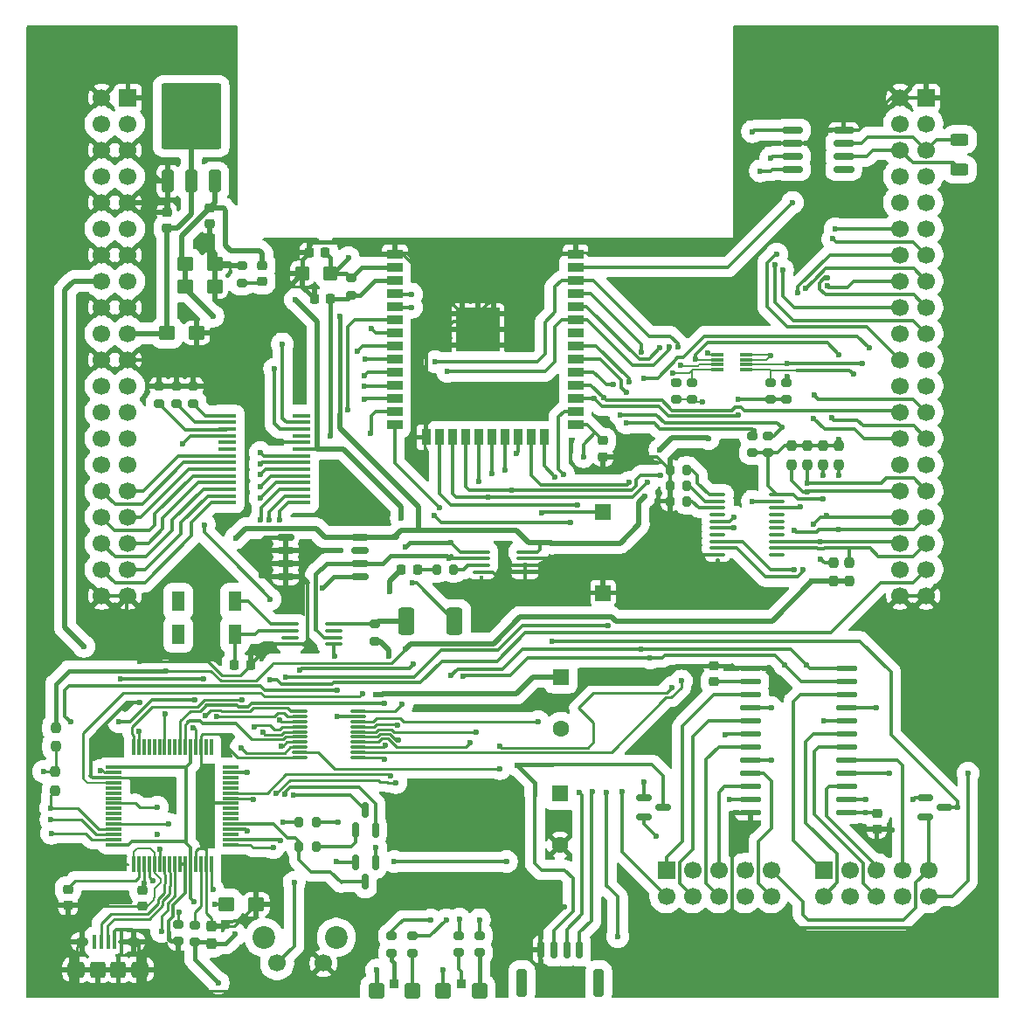
<source format=gbr>
%TF.GenerationSoftware,KiCad,Pcbnew,9.0.6-9.0.6~ubuntu25.04.1*%
%TF.CreationDate,2025-11-16T21:22:31+01:00*%
%TF.ProjectId,CPU,4350552e-6b69-4636-9164-5f7063625858,V0.2*%
%TF.SameCoordinates,Original*%
%TF.FileFunction,Copper,L1,Top*%
%TF.FilePolarity,Positive*%
%FSLAX46Y46*%
G04 Gerber Fmt 4.6, Leading zero omitted, Abs format (unit mm)*
G04 Created by KiCad (PCBNEW 9.0.6-9.0.6~ubuntu25.04.1) date 2025-11-16 21:22:31*
%MOMM*%
%LPD*%
G01*
G04 APERTURE LIST*
G04 Aperture macros list*
%AMRoundRect*
0 Rectangle with rounded corners*
0 $1 Rounding radius*
0 $2 $3 $4 $5 $6 $7 $8 $9 X,Y pos of 4 corners*
0 Add a 4 corners polygon primitive as box body*
4,1,4,$2,$3,$4,$5,$6,$7,$8,$9,$2,$3,0*
0 Add four circle primitives for the rounded corners*
1,1,$1+$1,$2,$3*
1,1,$1+$1,$4,$5*
1,1,$1+$1,$6,$7*
1,1,$1+$1,$8,$9*
0 Add four rect primitives between the rounded corners*
20,1,$1+$1,$2,$3,$4,$5,0*
20,1,$1+$1,$4,$5,$6,$7,0*
20,1,$1+$1,$6,$7,$8,$9,0*
20,1,$1+$1,$8,$9,$2,$3,0*%
G04 Aperture macros list end*
%TA.AperFunction,SMDPad,CuDef*%
%ADD10RoundRect,0.225000X-0.250000X0.225000X-0.250000X-0.225000X0.250000X-0.225000X0.250000X0.225000X0*%
%TD*%
%TA.AperFunction,SMDPad,CuDef*%
%ADD11R,1.300000X1.900000*%
%TD*%
%TA.AperFunction,SMDPad,CuDef*%
%ADD12RoundRect,0.200000X0.275000X-0.200000X0.275000X0.200000X-0.275000X0.200000X-0.275000X-0.200000X0*%
%TD*%
%TA.AperFunction,SMDPad,CuDef*%
%ADD13RoundRect,0.250000X0.457500X0.445000X-0.457500X0.445000X-0.457500X-0.445000X0.457500X-0.445000X0*%
%TD*%
%TA.AperFunction,SMDPad,CuDef*%
%ADD14RoundRect,0.200000X-0.200000X-0.275000X0.200000X-0.275000X0.200000X0.275000X-0.200000X0.275000X0*%
%TD*%
%TA.AperFunction,SMDPad,CuDef*%
%ADD15RoundRect,0.225000X0.250000X-0.225000X0.250000X0.225000X-0.250000X0.225000X-0.250000X-0.225000X0*%
%TD*%
%TA.AperFunction,SMDPad,CuDef*%
%ADD16RoundRect,0.250000X0.500000X0.500000X-0.500000X0.500000X-0.500000X-0.500000X0.500000X-0.500000X0*%
%TD*%
%TA.AperFunction,SMDPad,CuDef*%
%ADD17RoundRect,0.225000X0.225000X0.225000X-0.225000X0.225000X-0.225000X-0.225000X0.225000X-0.225000X0*%
%TD*%
%TA.AperFunction,SMDPad,CuDef*%
%ADD18RoundRect,0.249999X-0.512501X-1.075001X0.512501X-1.075001X0.512501X1.075001X-0.512501X1.075001X0*%
%TD*%
%TA.AperFunction,ComponentPad*%
%ADD19R,1.600000X1.600000*%
%TD*%
%TA.AperFunction,ComponentPad*%
%ADD20C,1.600000*%
%TD*%
%TA.AperFunction,SMDPad,CuDef*%
%ADD21RoundRect,0.100000X-0.637500X-0.100000X0.637500X-0.100000X0.637500X0.100000X-0.637500X0.100000X0*%
%TD*%
%TA.AperFunction,SMDPad,CuDef*%
%ADD22R,1.500000X0.900000*%
%TD*%
%TA.AperFunction,SMDPad,CuDef*%
%ADD23R,0.900000X1.500000*%
%TD*%
%TA.AperFunction,SMDPad,CuDef*%
%ADD24R,1.050000X1.050000*%
%TD*%
%TA.AperFunction,HeatsinkPad*%
%ADD25C,0.600000*%
%TD*%
%TA.AperFunction,HeatsinkPad*%
%ADD26R,4.200000X4.200000*%
%TD*%
%TA.AperFunction,SMDPad,CuDef*%
%ADD27RoundRect,0.218750X0.218750X0.256250X-0.218750X0.256250X-0.218750X-0.256250X0.218750X-0.256250X0*%
%TD*%
%TA.AperFunction,SMDPad,CuDef*%
%ADD28RoundRect,0.237500X0.237500X-0.250000X0.237500X0.250000X-0.237500X0.250000X-0.237500X-0.250000X0*%
%TD*%
%TA.AperFunction,ComponentPad*%
%ADD29R,1.700000X1.700000*%
%TD*%
%TA.AperFunction,ComponentPad*%
%ADD30C,1.700000*%
%TD*%
%TA.AperFunction,SMDPad,CuDef*%
%ADD31RoundRect,0.250000X0.350000X-0.850000X0.350000X0.850000X-0.350000X0.850000X-0.350000X-0.850000X0*%
%TD*%
%TA.AperFunction,SMDPad,CuDef*%
%ADD32RoundRect,0.249997X2.650003X-2.950003X2.650003X2.950003X-2.650003X2.950003X-2.650003X-2.950003X0*%
%TD*%
%TA.AperFunction,SMDPad,CuDef*%
%ADD33RoundRect,0.200000X0.200000X0.275000X-0.200000X0.275000X-0.200000X-0.275000X0.200000X-0.275000X0*%
%TD*%
%TA.AperFunction,SMDPad,CuDef*%
%ADD34RoundRect,0.250000X0.625000X-0.312500X0.625000X0.312500X-0.625000X0.312500X-0.625000X-0.312500X0*%
%TD*%
%TA.AperFunction,SMDPad,CuDef*%
%ADD35RoundRect,0.237500X-0.237500X0.250000X-0.237500X-0.250000X0.237500X-0.250000X0.237500X0.250000X0*%
%TD*%
%TA.AperFunction,SMDPad,CuDef*%
%ADD36RoundRect,0.100000X-0.712500X-0.100000X0.712500X-0.100000X0.712500X0.100000X-0.712500X0.100000X0*%
%TD*%
%TA.AperFunction,SMDPad,CuDef*%
%ADD37RoundRect,0.162500X-0.650000X-0.162500X0.650000X-0.162500X0.650000X0.162500X-0.650000X0.162500X0*%
%TD*%
%TA.AperFunction,SMDPad,CuDef*%
%ADD38RoundRect,0.250000X-0.545000X-0.445000X0.545000X-0.445000X0.545000X0.445000X-0.545000X0.445000X0*%
%TD*%
%TA.AperFunction,SMDPad,CuDef*%
%ADD39RoundRect,0.100000X-0.100000X-0.575000X0.100000X-0.575000X0.100000X0.575000X-0.100000X0.575000X0*%
%TD*%
%TA.AperFunction,HeatsinkPad*%
%ADD40O,0.890000X1.550000*%
%TD*%
%TA.AperFunction,SMDPad,CuDef*%
%ADD41RoundRect,0.250000X-0.475000X-0.525000X0.475000X-0.525000X0.475000X0.525000X-0.475000X0.525000X0*%
%TD*%
%TA.AperFunction,HeatsinkPad*%
%ADD42O,1.250000X0.950000*%
%TD*%
%TA.AperFunction,SMDPad,CuDef*%
%ADD43RoundRect,0.250000X-0.500000X-0.525000X0.500000X-0.525000X0.500000X0.525000X-0.500000X0.525000X0*%
%TD*%
%TA.AperFunction,ComponentPad*%
%ADD44C,2.200000*%
%TD*%
%TA.AperFunction,SMDPad,CuDef*%
%ADD45RoundRect,0.225000X0.225000X0.250000X-0.225000X0.250000X-0.225000X-0.250000X0.225000X-0.250000X0*%
%TD*%
%TA.AperFunction,SMDPad,CuDef*%
%ADD46RoundRect,0.225000X-0.225000X-0.250000X0.225000X-0.250000X0.225000X0.250000X-0.225000X0.250000X0*%
%TD*%
%TA.AperFunction,SMDPad,CuDef*%
%ADD47RoundRect,0.137500X-0.862500X-0.137500X0.862500X-0.137500X0.862500X0.137500X-0.862500X0.137500X0*%
%TD*%
%TA.AperFunction,SMDPad,CuDef*%
%ADD48RoundRect,0.150000X-0.587500X-0.150000X0.587500X-0.150000X0.587500X0.150000X-0.587500X0.150000X0*%
%TD*%
%TA.AperFunction,SMDPad,CuDef*%
%ADD49RoundRect,0.200000X-0.275000X0.200000X-0.275000X-0.200000X0.275000X-0.200000X0.275000X0.200000X0*%
%TD*%
%TA.AperFunction,SMDPad,CuDef*%
%ADD50R,1.500000X1.500000*%
%TD*%
%TA.AperFunction,SMDPad,CuDef*%
%ADD51RoundRect,0.218750X0.256250X-0.218750X0.256250X0.218750X-0.256250X0.218750X-0.256250X-0.218750X0*%
%TD*%
%TA.AperFunction,SMDPad,CuDef*%
%ADD52RoundRect,0.150000X0.150000X-0.587500X0.150000X0.587500X-0.150000X0.587500X-0.150000X-0.587500X0*%
%TD*%
%TA.AperFunction,SMDPad,CuDef*%
%ADD53RoundRect,0.237500X0.237500X-0.300000X0.237500X0.300000X-0.237500X0.300000X-0.237500X-0.300000X0*%
%TD*%
%TA.AperFunction,SMDPad,CuDef*%
%ADD54R,1.750000X0.450000*%
%TD*%
%TA.AperFunction,SMDPad,CuDef*%
%ADD55RoundRect,0.075000X-0.662500X-0.075000X0.662500X-0.075000X0.662500X0.075000X-0.662500X0.075000X0*%
%TD*%
%TA.AperFunction,SMDPad,CuDef*%
%ADD56RoundRect,0.150000X-0.825000X-0.150000X0.825000X-0.150000X0.825000X0.150000X-0.825000X0.150000X0*%
%TD*%
%TA.AperFunction,SMDPad,CuDef*%
%ADD57RoundRect,0.150000X-0.150000X-0.700000X0.150000X-0.700000X0.150000X0.700000X-0.150000X0.700000X0*%
%TD*%
%TA.AperFunction,SMDPad,CuDef*%
%ADD58RoundRect,0.250000X-0.250000X-1.100000X0.250000X-1.100000X0.250000X1.100000X-0.250000X1.100000X0*%
%TD*%
%TA.AperFunction,SMDPad,CuDef*%
%ADD59RoundRect,0.075000X0.075000X-0.700000X0.075000X0.700000X-0.075000X0.700000X-0.075000X-0.700000X0*%
%TD*%
%TA.AperFunction,SMDPad,CuDef*%
%ADD60RoundRect,0.075000X0.700000X-0.075000X0.700000X0.075000X-0.700000X0.075000X-0.700000X-0.075000X0*%
%TD*%
%TA.AperFunction,SMDPad,CuDef*%
%ADD61RoundRect,0.087500X-0.537500X-0.087500X0.537500X-0.087500X0.537500X0.087500X-0.537500X0.087500X0*%
%TD*%
%TA.AperFunction,SMDPad,CuDef*%
%ADD62RoundRect,0.150000X-0.150000X0.587500X-0.150000X-0.587500X0.150000X-0.587500X0.150000X0.587500X0*%
%TD*%
%TA.AperFunction,ViaPad*%
%ADD63C,0.600000*%
%TD*%
%TA.AperFunction,Conductor*%
%ADD64C,0.350000*%
%TD*%
%TA.AperFunction,Conductor*%
%ADD65C,0.250000*%
%TD*%
%TA.AperFunction,Conductor*%
%ADD66C,0.300000*%
%TD*%
%TA.AperFunction,Conductor*%
%ADD67C,0.500000*%
%TD*%
%TA.AperFunction,Conductor*%
%ADD68C,0.200000*%
%TD*%
%TA.AperFunction,Conductor*%
%ADD69C,0.400000*%
%TD*%
G04 APERTURE END LIST*
D10*
%TO.P,C601,1*%
%TO.N,+5VD*%
X170544000Y-138945000D03*
%TO.P,C601,2*%
%TO.N,GND*%
X170544000Y-140495000D03*
%TD*%
D11*
%TO.P,Y201,1,1*%
%TO.N,Net-(U203-OSCI)*%
X108344000Y-118420000D03*
%TO.P,Y201,2,2*%
%TO.N,unconnected-(Y201-Pad2)*%
X102844000Y-118420000D03*
%TO.P,Y201,3,3*%
%TO.N,unconnected-(Y201-Pad3)*%
X102844000Y-121620000D03*
%TO.P,Y201,4,4*%
%TO.N,Net-(U203-OSCO)*%
X108344000Y-121620000D03*
%TD*%
D12*
%TO.P,R203,1*%
%TO.N,+3.3V*%
X151138000Y-98869000D03*
%TO.P,R203,2*%
%TO.N,/SCL*%
X151138000Y-97219000D03*
%TD*%
%TO.P,R219,1*%
%TO.N,+3.3V*%
X160028000Y-104012000D03*
%TO.P,R219,2*%
%TO.N,/SCL1*%
X160028000Y-102362000D03*
%TD*%
D13*
%TO.P,C402,1*%
%TO.N,+3.3V*%
X117594000Y-86620000D03*
%TO.P,C402,2*%
%TO.N,GND*%
X114889000Y-86620000D03*
%TD*%
D14*
%TO.P,R415,1*%
%TO.N,/ESP32 Module/DTR*%
X114550000Y-142200000D03*
%TO.P,R415,2*%
%TO.N,Net-(Q401-B)*%
X116200000Y-142200000D03*
%TD*%
D15*
%TO.P,C602,1*%
%TO.N,Net-(U601-CEXT)*%
X154746000Y-126220000D03*
%TO.P,C602,2*%
%TO.N,GND*%
X154746000Y-124670000D03*
%TD*%
D16*
%TO.P,D404,1,K1*%
%TO.N,Net-(D404-K1)*%
X125544000Y-156170000D03*
%TO.P,D404,2,A*%
%TO.N,+3.3V*%
X122044000Y-156170000D03*
D17*
%TO.P,D404,3,K2*%
%TO.N,Net-(D404-K2)*%
X123794000Y-155520000D03*
%TD*%
D18*
%TO.P,D201,1,K*%
%TO.N,Net-(D201-K)*%
X124969000Y-120320000D03*
%TO.P,D201,2,A*%
%TO.N,+5VD*%
X129644000Y-120320000D03*
%TD*%
D19*
%TO.P,C201,1*%
%TO.N,Net-(C201-Pad1)*%
X139950000Y-125741067D03*
D20*
%TO.P,C201,2*%
%TO.N,Net-(C201-Pad2)*%
X139950000Y-130741067D03*
%TD*%
D21*
%TO.P,U204,1,A0*%
%TO.N,Net-(U204-A0)*%
X155133500Y-108073000D03*
%TO.P,U204,2,A1*%
%TO.N,Net-(U204-A1)*%
X155133500Y-108723000D03*
%TO.P,U204,3,A2*%
%TO.N,Net-(U204-A2)*%
X155133500Y-109373000D03*
%TO.P,U204,4,~{INT0}*%
%TO.N,unconnected-(U204-~{INT0}-Pad4)*%
X155133500Y-110023000D03*
%TO.P,U204,5,SD0*%
%TO.N,/SDA0-E*%
X155133500Y-110673000D03*
%TO.P,U204,6,SC0*%
%TO.N,/SCL0-E*%
X155133500Y-111323000D03*
%TO.P,U204,7,~{INT1}*%
%TO.N,unconnected-(U204-~{INT1}-Pad7)*%
X155133500Y-111973000D03*
%TO.P,U204,8,SD1*%
%TO.N,/SDA1-E*%
X155133500Y-112623000D03*
%TO.P,U204,9,SC1*%
%TO.N,/SCL1-E*%
X155133500Y-113273000D03*
%TO.P,U204,10,GND*%
%TO.N,GND*%
X155133500Y-113923000D03*
%TO.P,U204,11,~{INT2}*%
%TO.N,unconnected-(U204-~{INT2}-Pad11)*%
X160858500Y-113923000D03*
%TO.P,U204,12,SD2*%
%TO.N,/SDA2-E*%
X160858500Y-113273000D03*
%TO.P,U204,13,SC2*%
%TO.N,/SCL2-E*%
X160858500Y-112623000D03*
%TO.P,U204,14,~{INT3}*%
%TO.N,unconnected-(U204-~{INT3}-Pad14)*%
X160858500Y-111973000D03*
%TO.P,U204,15,SD3*%
%TO.N,unconnected-(U204-SD3-Pad15)*%
X160858500Y-111323000D03*
%TO.P,U204,16,SC3*%
%TO.N,unconnected-(U204-SC3-Pad16)*%
X160858500Y-110673000D03*
%TO.P,U204,17,~{INT}*%
%TO.N,unconnected-(U204-~{INT}-Pad17)*%
X160858500Y-110023000D03*
%TO.P,U204,18,SCL*%
%TO.N,/SCL1*%
X160858500Y-109373000D03*
%TO.P,U204,19,SDA*%
%TO.N,/SDA1*%
X160858500Y-108723000D03*
%TO.P,U204,20,VCC*%
%TO.N,+3.3V*%
X160858500Y-108073000D03*
%TD*%
D14*
%TO.P,R416,1*%
%TO.N,/ESP32 Module/RTS*%
X114550000Y-139850000D03*
%TO.P,R416,2*%
%TO.N,Net-(Q402-B)*%
X116200000Y-139850000D03*
%TD*%
D10*
%TO.P,C302,1*%
%TO.N,+5VD*%
X105926000Y-80302000D03*
%TO.P,C302,2*%
%TO.N,GND*%
X105926000Y-81852000D03*
%TD*%
D12*
%TO.P,R220,1*%
%TO.N,+3.3V*%
X158504000Y-104012000D03*
%TO.P,R220,2*%
%TO.N,/SDA1*%
X158504000Y-102362000D03*
%TD*%
%TO.P,R401,1*%
%TO.N,/RESET*%
X119594000Y-88770000D03*
%TO.P,R401,2*%
%TO.N,+3.3V*%
X119594000Y-87120000D03*
%TD*%
D22*
%TO.P,U401,1,GND*%
%TO.N,GND*%
X123844000Y-84770000D03*
%TO.P,U401,2,VDD*%
%TO.N,+3.3V*%
X123844000Y-86040000D03*
%TO.P,U401,3,EN*%
%TO.N,/RESET*%
X123844000Y-87310000D03*
%TO.P,U401,4,SENSOR_VP*%
%TO.N,/ESP32 Module/CAN-TX*%
X123844000Y-88580000D03*
%TO.P,U401,5,SENSOR_VN*%
%TO.N,/ESP32 Module/CAN-RX*%
X123844000Y-89850000D03*
%TO.P,U401,6,IO34*%
%TO.N,/IO8*%
X123844000Y-91120000D03*
%TO.P,U401,7,IO35*%
%TO.N,/T2CK*%
X123844000Y-92390000D03*
%TO.P,U401,8,IO32*%
%TO.N,/PWM0*%
X123844000Y-93660000D03*
%TO.P,U401,9,IO33*%
%TO.N,/PWM1*%
X123844000Y-94930000D03*
%TO.P,U401,10,IO25*%
%TO.N,/PWM2*%
X123844000Y-96200000D03*
%TO.P,U401,11,IO26*%
%TO.N,/PWM3*%
X123844000Y-97470000D03*
%TO.P,U401,12,IO27*%
%TO.N,/PWM4*%
X123844000Y-98740000D03*
%TO.P,U401,13,IO14*%
%TO.N,/RW*%
X123844000Y-100010000D03*
%TO.P,U401,14,IO12*%
%TO.N,Net-(U401-IO12)*%
X123844000Y-101280000D03*
D23*
%TO.P,U401,15,GND*%
%TO.N,GND*%
X126884000Y-102530000D03*
%TO.P,U401,16,IO13*%
%TO.N,/E*%
X128154000Y-102530000D03*
%TO.P,U401,17,SHD/SD2*%
%TO.N,/RX2*%
X129424000Y-102530000D03*
%TO.P,U401,18,SWP/SD3*%
%TO.N,/TX2*%
X130694000Y-102530000D03*
%TO.P,U401,19,SCS/CMD*%
%TO.N,/SCS*%
X131964000Y-102530000D03*
%TO.P,U401,20,SCK/CLK*%
%TO.N,/SCK*%
X133234000Y-102530000D03*
%TO.P,U401,21,SDO/SD0*%
%TO.N,/SDO*%
X134504000Y-102530000D03*
%TO.P,U401,22,SDI/SD1*%
%TO.N,/SDI*%
X135774000Y-102530000D03*
%TO.P,U401,23,IO15*%
%TO.N,/RS*%
X137044000Y-102530000D03*
%TO.P,U401,24,IO2*%
%TO.N,Net-(U401-IO2)*%
X138314000Y-102530000D03*
D22*
%TO.P,U401,25,IO0*%
%TO.N,/ESP32 Module/BOOT*%
X141344000Y-101280000D03*
%TO.P,U401,26,IO4*%
%TO.N,Net-(U401-IO4)*%
X141344000Y-100010000D03*
%TO.P,U401,27,IO16*%
%TO.N,/RX1*%
X141344000Y-98740000D03*
%TO.P,U401,28,IO17*%
%TO.N,/TX1*%
X141344000Y-97470000D03*
%TO.P,U401,29,IO5*%
%TO.N,Net-(U401-IO5)*%
X141344000Y-96200000D03*
%TO.P,U401,30,IO18*%
%TO.N,/SDA1*%
X141344000Y-94930000D03*
%TO.P,U401,31,IO19*%
%TO.N,/SCL1*%
X141344000Y-93660000D03*
%TO.P,U401,32,NC*%
%TO.N,unconnected-(U401-NC-Pad32)*%
X141344000Y-92390000D03*
%TO.P,U401,33,IO21*%
%TO.N,/SDA*%
X141344000Y-91120000D03*
%TO.P,U401,34,RXD0/IO3*%
%TO.N,/ESP32 Module/RX0*%
X141344000Y-89850000D03*
%TO.P,U401,35,TXD0/IO1*%
%TO.N,/ESP32 Module/TX0*%
X141344000Y-88580000D03*
%TO.P,U401,36,IO22*%
%TO.N,/SCL*%
X141344000Y-87310000D03*
%TO.P,U401,37,IO23*%
%TO.N,/T1CK*%
X141344000Y-86040000D03*
%TO.P,U401,38,GND*%
%TO.N,GND*%
X141344000Y-84770000D03*
D24*
%TO.P,U401,39,GND*%
X130389000Y-90585000D03*
D25*
X130389000Y-91347500D03*
D24*
X130389000Y-92110000D03*
D25*
X130389000Y-92872500D03*
D24*
X130389000Y-93635000D03*
D25*
X131151500Y-90585000D03*
X131151500Y-92110000D03*
X131151500Y-93635000D03*
D24*
X131914000Y-90585000D03*
D25*
X131914000Y-91347500D03*
D24*
X131914000Y-92110000D03*
D26*
X131914000Y-92110000D03*
D25*
X131914000Y-92872500D03*
D24*
X131914000Y-93635000D03*
D25*
X132676500Y-90585000D03*
X132676500Y-92110000D03*
X132676500Y-93635000D03*
D24*
X133439000Y-90585000D03*
D25*
X133439000Y-91347500D03*
D24*
X133439000Y-92110000D03*
D25*
X133439000Y-92872500D03*
D24*
X133439000Y-93635000D03*
%TD*%
D27*
%TO.P,D202,1,K*%
%TO.N,Net-(D202-K)*%
X126043000Y-115316000D03*
%TO.P,D202,2,A*%
%TO.N,+3.3V*%
X124468000Y-115316000D03*
%TD*%
D28*
%TO.P,R217,1*%
%TO.N,+3.3V*%
X167902000Y-116482500D03*
%TO.P,R217,2*%
%TO.N,/SDA2-E*%
X167902000Y-114657500D03*
%TD*%
D29*
%TO.P,J602,1,Pin_1*%
%TO.N,Net-(J602-Pin_1)*%
X150154000Y-144445000D03*
D30*
%TO.P,J602,2,Pin_2*%
%TO.N,Net-(J602-Pin_2)*%
X150154000Y-146985000D03*
%TO.P,J602,3,Pin_3*%
%TO.N,Net-(J601-Pin_3)*%
X152694000Y-144445000D03*
%TO.P,J602,4,Pin_4*%
%TO.N,Net-(J602-Pin_4)*%
X152694000Y-146985000D03*
%TO.P,J602,5,Pin_5*%
%TO.N,Net-(J602-Pin_5)*%
X155234000Y-144445000D03*
%TO.P,J602,6,Pin_6*%
%TO.N,Net-(J602-Pin_6)*%
X155234000Y-146985000D03*
%TO.P,J602,7,Pin_7*%
%TO.N,Net-(J602-Pin_7)*%
X157774000Y-144445000D03*
%TO.P,J602,8,Pin_8*%
%TO.N,Net-(J602-Pin_8)*%
X157774000Y-146985000D03*
%TO.P,J602,9,Pin_9*%
%TO.N,Net-(J601-Pin_9)*%
X160314000Y-144445000D03*
%TO.P,J602,10,Pin_10*%
%TO.N,Net-(J602-Pin_10)*%
X160314000Y-146985000D03*
%TD*%
D12*
%TO.P,R411,1*%
%TO.N,Net-(D403-K2)*%
X130032500Y-152467000D03*
%TO.P,R411,2*%
%TO.N,Net-(U401-IO2)*%
X130032500Y-150817000D03*
%TD*%
D14*
%TO.P,R204,1*%
%TO.N,Net-(D202-K)*%
X127898000Y-115316000D03*
%TO.P,R204,2*%
%TO.N,Net-(U201-O.S.)*%
X129548000Y-115316000D03*
%TD*%
D31*
%TO.P,U301,1,GND*%
%TO.N,GND*%
X101836500Y-77720000D03*
%TO.P,U301,2,VO*%
%TO.N,+3.3V*%
X104116500Y-77720000D03*
D32*
X104116500Y-71420000D03*
D31*
%TO.P,U301,3,VI*%
%TO.N,+5VD*%
X106396500Y-77720000D03*
%TD*%
D12*
%TO.P,R301,1*%
%TO.N,Net-(D301-K)*%
X109006000Y-87577000D03*
%TO.P,R301,2*%
%TO.N,GND*%
X109006000Y-85927000D03*
%TD*%
D33*
%TO.P,R214,1*%
%TO.N,Net-(U204-A0)*%
X152154000Y-105664000D03*
%TO.P,R214,2*%
%TO.N,GND*%
X150504000Y-105664000D03*
%TD*%
D34*
%TO.P,R410,1*%
%TO.N,/CANL*%
X178570000Y-76585000D03*
%TO.P,R410,2*%
%TO.N,/CANH*%
X178570000Y-73660000D03*
%TD*%
D16*
%TO.P,D403,1,K1*%
%TO.N,Net-(D403-K1)*%
X132044000Y-156157500D03*
%TO.P,D403,2,A*%
%TO.N,+3.3V*%
X128544000Y-156157500D03*
D17*
%TO.P,D403,3,K2*%
%TO.N,Net-(D403-K2)*%
X130294000Y-155507500D03*
%TD*%
D10*
%TO.P,C406,1*%
%TO.N,Net-(U402-OSCO)*%
X99364800Y-146430400D03*
%TO.P,C406,2*%
%TO.N,GND*%
X99364800Y-147980400D03*
%TD*%
D35*
%TO.P,R209,1*%
%TO.N,+3.3V*%
X163838000Y-103331000D03*
%TO.P,R209,2*%
%TO.N,/SDA0-E*%
X163838000Y-105156000D03*
%TD*%
D36*
%TO.P,U201,1,SDA*%
%TO.N,/SDA-5V*%
X132231500Y-113645000D03*
%TO.P,U201,2,SCL*%
%TO.N,/SCL-5V*%
X132231500Y-114295000D03*
%TO.P,U201,3,O.S.*%
%TO.N,Net-(U201-O.S.)*%
X132231500Y-114945000D03*
%TO.P,U201,4,GND*%
%TO.N,GND*%
X132231500Y-115595000D03*
%TO.P,U201,5,A2*%
X136456500Y-115595000D03*
%TO.P,U201,6,A1*%
X136456500Y-114945000D03*
%TO.P,U201,7,A0*%
X136456500Y-114295000D03*
%TO.P,U201,8,+Vs*%
%TO.N,+5VD*%
X136456500Y-113645000D03*
%TD*%
D37*
%TO.P,U207,1,A0*%
%TO.N,GND*%
X113256500Y-112215000D03*
%TO.P,U207,2,A1*%
X113256500Y-113485000D03*
%TO.P,U207,3,A2*%
X113256500Y-114755000D03*
%TO.P,U207,4,GND*%
X113256500Y-116025000D03*
%TO.P,U207,5,SDA*%
%TO.N,/SDA-5V*%
X120431500Y-116025000D03*
%TO.P,U207,6,SCL*%
%TO.N,/SCL-5V*%
X120431500Y-114755000D03*
%TO.P,U207,7,WP*%
%TO.N,unconnected-(U207-WP-Pad7)*%
X120431500Y-113485000D03*
%TO.P,U207,8,VCC*%
%TO.N,+5VD*%
X120431500Y-112215000D03*
%TD*%
D33*
%TO.P,R218,1*%
%TO.N,Net-(U204-A2)*%
X152154000Y-108712000D03*
%TO.P,R218,2*%
%TO.N,GND*%
X150504000Y-108712000D03*
%TD*%
%TO.P,R216,1*%
%TO.N,Net-(U204-A1)*%
X152154000Y-107188000D03*
%TO.P,R216,2*%
%TO.N,GND*%
X150504000Y-107188000D03*
%TD*%
D12*
%TO.P,R413,1*%
%TO.N,Net-(D404-K2)*%
X123544000Y-152495000D03*
%TO.P,R413,2*%
%TO.N,Net-(U401-IO5)*%
X123544000Y-150845000D03*
%TD*%
D35*
%TO.P,R211,1*%
%TO.N,+3.3V*%
X165362000Y-103331000D03*
%TO.P,R211,2*%
%TO.N,/SCL1-E*%
X165362000Y-105156000D03*
%TD*%
D38*
%TO.P,C301,1*%
%TO.N,+5VD*%
X103564000Y-85720000D03*
%TO.P,C301,2*%
%TO.N,GND*%
X106444000Y-85720000D03*
%TD*%
D12*
%TO.P,R412,1*%
%TO.N,Net-(D403-K1)*%
X132044000Y-152482500D03*
%TO.P,R412,2*%
%TO.N,Net-(U401-IO4)*%
X132044000Y-150832500D03*
%TD*%
D39*
%TO.P,J101,1,VBUS*%
%TO.N,/VCCUSB*%
X94752000Y-151409400D03*
%TO.P,J101,2,D-*%
%TO.N,/ESP32 Module/D-*%
X95402000Y-151409400D03*
%TO.P,J101,3,D+*%
%TO.N,/ESP32 Module/D+*%
X96052000Y-151409400D03*
%TO.P,J101,4,ID*%
%TO.N,GND*%
X96702000Y-151409400D03*
%TO.P,J101,5,GND*%
X97352000Y-151409400D03*
D40*
%TO.P,J101,6,Shield*%
X92552000Y-154109400D03*
D41*
X93027000Y-154109400D03*
D42*
X93552000Y-151409400D03*
D43*
X95052000Y-154109400D03*
X97052000Y-154109400D03*
D42*
X98552000Y-151409400D03*
D41*
X99077000Y-154109400D03*
D40*
X99552000Y-154109400D03*
%TD*%
D10*
%TO.P,C404,1*%
%TO.N,/ESP32 Module/BOOT*%
X144026000Y-102857000D03*
%TO.P,C404,2*%
%TO.N,GND*%
X144026000Y-104407000D03*
%TD*%
D44*
%TO.P,SW102,*%
%TO.N,*%
X118174000Y-150990000D03*
X111174000Y-150990000D03*
D30*
%TO.P,SW102,1,1*%
%TO.N,GND*%
X116924000Y-153490000D03*
%TO.P,SW102,2,2*%
%TO.N,/RESET*%
X112424000Y-153490000D03*
%TD*%
D45*
%TO.P,C401,1*%
%TO.N,/RESET*%
X117594000Y-89120000D03*
%TO.P,C401,2*%
%TO.N,GND*%
X116044000Y-89120000D03*
%TD*%
D36*
%TO.P,U203,1,OSCI*%
%TO.N,Net-(U203-OSCI)*%
X113731500Y-120645000D03*
%TO.P,U203,2,OSCO*%
%TO.N,Net-(U203-OSCO)*%
X113731500Y-121295000D03*
%TO.P,U203,3,~{INT}*%
%TO.N,unconnected-(U203-~{INT}-Pad3)*%
X113731500Y-121945000D03*
%TO.P,U203,4,VSS*%
%TO.N,GND*%
X113731500Y-122595000D03*
%TO.P,U203,5,SDA*%
%TO.N,/SDA-5V*%
X117956500Y-122595000D03*
%TO.P,U203,6,SCL*%
%TO.N,/SCL-5V*%
X117956500Y-121945000D03*
%TO.P,U203,7,CLKO*%
%TO.N,unconnected-(U203-CLKO-Pad7)*%
X117956500Y-121295000D03*
%TO.P,U203,8,VDD*%
%TO.N,Net-(D201-K)*%
X117956500Y-120645000D03*
%TD*%
D46*
%TO.P,C203,1*%
%TO.N,Net-(U203-OSCO)*%
X108294000Y-124620000D03*
%TO.P,C203,2*%
%TO.N,GND*%
X109844000Y-124620000D03*
%TD*%
D47*
%TO.P,U601,1,ADR*%
%TO.N,GND*%
X158317500Y-124924000D03*
%TO.P,U601,2,CEXT*%
%TO.N,Net-(U601-CEXT)*%
X158317500Y-126194000D03*
%TO.P,U601,3,P8*%
%TO.N,Net-(J602-Pin_1)*%
X158317500Y-127464000D03*
%TO.P,U601,4,P7*%
%TO.N,Net-(J602-Pin_8)*%
X158317500Y-128734000D03*
%TO.P,U601,5,P6*%
%TO.N,Net-(J602-Pin_4)*%
X158317500Y-130004000D03*
%TO.P,U601,6,P5*%
%TO.N,Net-(J602-Pin_2)*%
X158317500Y-131274000D03*
%TO.P,U601,7,P4*%
%TO.N,Net-(J602-Pin_6)*%
X158317500Y-132544000D03*
%TO.P,U601,8,P3*%
%TO.N,Net-(J602-Pin_7)*%
X158317500Y-133814000D03*
%TO.P,U601,9,P2*%
%TO.N,Net-(J602-Pin_10)*%
X158317500Y-135084000D03*
%TO.P,U601,10,P1*%
%TO.N,Net-(J602-Pin_5)*%
X158317500Y-136354000D03*
%TO.P,U601,11,MX1*%
%TO.N,Net-(Q602-B)*%
X158317500Y-137624000D03*
%TO.P,U601,12,VSS*%
%TO.N,GND*%
X158317500Y-138894000D03*
%TO.P,U601,13,VCC*%
%TO.N,+5VD*%
X167617500Y-138894000D03*
%TO.P,U601,14,MX2*%
%TO.N,Net-(Q601-B)*%
X167617500Y-137624000D03*
%TO.P,U601,15,P9*%
%TO.N,/SEVEN SEGMENTS/B34*%
X167617500Y-136354000D03*
%TO.P,U601,16,P10*%
%TO.N,/SEVEN SEGMENTS/P34*%
X167617500Y-135084000D03*
%TO.P,U601,17,P11*%
%TO.N,/SEVEN SEGMENTS/A34*%
X167617500Y-133814000D03*
%TO.P,U601,18,P12*%
%TO.N,/SEVEN SEGMENTS/C34*%
X167617500Y-132544000D03*
%TO.P,U601,19,P13*%
%TO.N,/SEVEN SEGMENTS/E34*%
X167617500Y-131274000D03*
%TO.P,U601,20,P14*%
%TO.N,/SEVEN SEGMENTS/D34*%
X167617500Y-130004000D03*
%TO.P,U601,21,P15*%
%TO.N,/SEVEN SEGMENTS/G34*%
X167617500Y-128734000D03*
%TO.P,U601,22,P16*%
%TO.N,/SEVEN SEGMENTS/F34*%
X167617500Y-127464000D03*
%TO.P,U601,23,SDA*%
%TO.N,/SDA-5V*%
X167617500Y-126194000D03*
%TO.P,U601,24,SCL*%
%TO.N,/SCL-5V*%
X167617500Y-124924000D03*
%TD*%
D10*
%TO.P,C405,1*%
%TO.N,Net-(U402-OSCI)*%
X92176600Y-146329400D03*
%TO.P,C405,2*%
%TO.N,GND*%
X92176600Y-147879400D03*
%TD*%
D48*
%TO.P,Q602,1,B*%
%TO.N,Net-(Q602-B)*%
X148006500Y-137420000D03*
%TO.P,Q602,2,E*%
%TO.N,Net-(J601-Pin_3)*%
X148006500Y-139320000D03*
%TO.P,Q602,3,C*%
%TO.N,+5VD*%
X149881500Y-138370000D03*
%TD*%
%TO.P,Q601,1,B*%
%TO.N,Net-(Q601-B)*%
X175223000Y-137436000D03*
%TO.P,Q601,2,E*%
%TO.N,Net-(J601-Pin_9)*%
X175223000Y-139336000D03*
%TO.P,Q601,3,C*%
%TO.N,+5VD*%
X177098000Y-138386000D03*
%TD*%
D12*
%TO.P,R206,1*%
%TO.N,+5VD*%
X160282000Y-98869000D03*
%TO.P,R206,2*%
%TO.N,/SDA-5V*%
X160282000Y-97219000D03*
%TD*%
D45*
%TO.P,C403,1*%
%TO.N,+3.3V*%
X117094000Y-84620000D03*
%TO.P,C403,2*%
%TO.N,GND*%
X115544000Y-84620000D03*
%TD*%
D49*
%TO.P,R201,1*%
%TO.N,Net-(D201-K)*%
X121894000Y-120645000D03*
%TO.P,R201,2*%
%TO.N,Net-(C201-Pad1)*%
X121894000Y-122295000D03*
%TD*%
D50*
%TO.P,SW101,1,1*%
%TO.N,GND*%
X144026000Y-117602000D03*
%TO.P,SW101,2,2*%
%TO.N,/ESP32 Module/BOOT*%
X144026000Y-109802000D03*
%TD*%
D51*
%TO.P,D301,1,K*%
%TO.N,Net-(D301-K)*%
X111006000Y-87427000D03*
%TO.P,D301,2,A*%
%TO.N,+5VD*%
X111006000Y-85852000D03*
%TD*%
D12*
%TO.P,R210,1*%
%TO.N,Net-(U205-A1)*%
X102674000Y-99247000D03*
%TO.P,R210,2*%
%TO.N,GND*%
X102674000Y-97597000D03*
%TD*%
D28*
%TO.P,R215,1*%
%TO.N,+3.3V*%
X166378000Y-116482500D03*
%TO.P,R215,2*%
%TO.N,/SCL2-E*%
X166378000Y-114657500D03*
%TD*%
D35*
%TO.P,R405,1*%
%TO.N,Net-(U404-DO)*%
X90932000Y-134928600D03*
%TO.P,R405,2*%
%TO.N,Net-(U402-EEDATA)*%
X90932000Y-136753600D03*
%TD*%
D19*
%TO.P,C202,1*%
%TO.N,Net-(C201-Pad2)*%
X139850000Y-137050000D03*
D20*
%TO.P,C202,2*%
%TO.N,GND*%
X139850000Y-142050000D03*
%TD*%
D52*
%TO.P,Q401,1,B*%
%TO.N,Net-(Q401-B)*%
X120050000Y-140550000D03*
%TO.P,Q401,2,E*%
%TO.N,/ESP32 Module/RTS*%
X121950000Y-140550000D03*
%TO.P,Q401,3,C*%
%TO.N,/RESET*%
X121000000Y-138675000D03*
%TD*%
D53*
%TO.P,C410,1*%
%TO.N,+3.3V*%
X106045000Y-151635800D03*
%TO.P,C410,2*%
%TO.N,GND*%
X106045000Y-149910800D03*
%TD*%
D12*
%TO.P,R212,1*%
%TO.N,Net-(U205-A0)*%
X104325000Y-99247000D03*
%TO.P,R212,2*%
%TO.N,GND*%
X104325000Y-97597000D03*
%TD*%
D35*
%TO.P,R208,1*%
%TO.N,+3.3V*%
X162314000Y-103331000D03*
%TO.P,R208,2*%
%TO.N,/SCL0-E*%
X162314000Y-105156000D03*
%TD*%
D54*
%TO.P,U205,1,GPB0*%
%TO.N,/D0*%
X114783000Y-108870000D03*
%TO.P,U205,2,GPB1*%
%TO.N,/D1*%
X114783000Y-108220000D03*
%TO.P,U205,3,GPB2*%
%TO.N,/D2*%
X114783000Y-107570000D03*
%TO.P,U205,4,GPB3*%
%TO.N,/D3*%
X114783000Y-106920000D03*
%TO.P,U205,5,GPB4*%
%TO.N,/D4*%
X114783000Y-106270000D03*
%TO.P,U205,6,GPB5*%
%TO.N,/D5*%
X114783000Y-105620000D03*
%TO.P,U205,7,GPB6*%
%TO.N,/D6*%
X114783000Y-104970000D03*
%TO.P,U205,8,GPB7*%
%TO.N,/D7*%
X114783000Y-104320000D03*
%TO.P,U205,9,VDD*%
%TO.N,+3.3V*%
X114783000Y-103670000D03*
%TO.P,U205,10,VSS*%
%TO.N,GND*%
X114783000Y-103020000D03*
%TO.P,U205,11,NC*%
%TO.N,unconnected-(U205-NC-Pad11)*%
X114783000Y-102370000D03*
%TO.P,U205,12,SCK*%
%TO.N,/SCL*%
X114783000Y-101720000D03*
%TO.P,U205,13,SDA*%
%TO.N,/SDA*%
X114783000Y-101070000D03*
%TO.P,U205,14,NC*%
%TO.N,unconnected-(U205-NC-Pad14)*%
X114783000Y-100420000D03*
%TO.P,U205,15,A0*%
%TO.N,Net-(U205-A0)*%
X107583000Y-100420000D03*
%TO.P,U205,16,A1*%
%TO.N,Net-(U205-A1)*%
X107583000Y-101070000D03*
%TO.P,U205,17,A2*%
%TO.N,Net-(U205-A2)*%
X107583000Y-101720000D03*
%TO.P,U205,18,~{RESET}*%
%TO.N,/RESET*%
X107583000Y-102370000D03*
%TO.P,U205,19,INTB*%
%TO.N,unconnected-(U205-INTB-Pad19)*%
X107583000Y-103020000D03*
%TO.P,U205,20,INTA*%
%TO.N,unconnected-(U205-INTA-Pad20)*%
X107583000Y-103670000D03*
%TO.P,U205,21,GPA0*%
%TO.N,/IO0*%
X107583000Y-104320000D03*
%TO.P,U205,22,GPA1*%
%TO.N,/IO1*%
X107583000Y-104970000D03*
%TO.P,U205,23,GPA2*%
%TO.N,/IO2*%
X107583000Y-105620000D03*
%TO.P,U205,24,GPA3*%
%TO.N,/IO3*%
X107583000Y-106270000D03*
%TO.P,U205,25,GPA4*%
%TO.N,/IO4*%
X107583000Y-106920000D03*
%TO.P,U205,26,GPA5*%
%TO.N,/IO5*%
X107583000Y-107570000D03*
%TO.P,U205,27,GPA6*%
%TO.N,/IO6*%
X107583000Y-108220000D03*
%TO.P,U205,28,GPA7*%
%TO.N,/IO7*%
X107583000Y-108870000D03*
%TD*%
D55*
%TO.P,U406,1,1OE*%
%TO.N,Net-(U402-~{PWREN})*%
X114587100Y-129068000D03*
%TO.P,U406,2,1A0*%
%TO.N,/ESP32 Module/TX0A*%
X114587100Y-129568000D03*
%TO.P,U406,3,2Y0*%
%TO.N,/ESP32 Module/RX0*%
X114587100Y-130068000D03*
%TO.P,U406,4,1A1*%
%TO.N,/ESP32 Module/TX1A*%
X114587100Y-130568000D03*
%TO.P,U406,5,2Y1*%
%TO.N,/RX1*%
X114587100Y-131068000D03*
%TO.P,U406,6,1A2*%
%TO.N,/ESP32 Module/TX2A*%
X114587100Y-131568000D03*
%TO.P,U406,7,2Y2*%
%TO.N,/RX2*%
X114587100Y-132068000D03*
%TO.P,U406,8,1A3*%
%TO.N,/ESP32 Module/TX3A*%
X114587100Y-132568000D03*
%TO.P,U406,9,2Y3*%
%TO.N,/RX3*%
X114587100Y-133068000D03*
%TO.P,U406,10,GND*%
%TO.N,GND*%
X114587100Y-133568000D03*
%TO.P,U406,11,2A3*%
%TO.N,/ESP32 Module/RX3A*%
X120312100Y-133568000D03*
%TO.P,U406,12,1Y3*%
%TO.N,/TX3*%
X120312100Y-133068000D03*
%TO.P,U406,13,2A2*%
%TO.N,/ESP32 Module/RX2A*%
X120312100Y-132568000D03*
%TO.P,U406,14,1Y2*%
%TO.N,/TX2*%
X120312100Y-132068000D03*
%TO.P,U406,15,2A1*%
%TO.N,/ESP32 Module/RX1A*%
X120312100Y-131568000D03*
%TO.P,U406,16,1Y1*%
%TO.N,/TX1*%
X120312100Y-131068000D03*
%TO.P,U406,17,2A0*%
%TO.N,/ESP32 Module/RX0A*%
X120312100Y-130568000D03*
%TO.P,U406,18,1Y0*%
%TO.N,/ESP32 Module/TX0*%
X120312100Y-130068000D03*
%TO.P,U406,19,2OE*%
%TO.N,Net-(U406-2OE)*%
X120312100Y-129568000D03*
%TO.P,U406,20,VCC*%
%TO.N,+3.3V*%
X120312100Y-129068000D03*
%TD*%
D38*
%TO.P,C304,1*%
%TO.N,+3.3V*%
X101764000Y-92420000D03*
%TO.P,C304,2*%
%TO.N,GND*%
X104644000Y-92420000D03*
%TD*%
D56*
%TO.P,U403,1,TXD*%
%TO.N,/ESP32 Module/CAN-TX*%
X162379000Y-72771000D03*
%TO.P,U403,2,GND*%
%TO.N,GND*%
X162379000Y-74041000D03*
%TO.P,U403,3,VCC*%
%TO.N,+5VD*%
X162379000Y-75311000D03*
%TO.P,U403,4,RXD*%
%TO.N,/ESP32 Module/CAN-RX*%
X162379000Y-76581000D03*
%TO.P,U403,5,NC*%
%TO.N,unconnected-(U403-NC-Pad5)*%
X167329000Y-76581000D03*
%TO.P,U403,6,CANL*%
%TO.N,/CANL*%
X167329000Y-75311000D03*
%TO.P,U403,7,CANH*%
%TO.N,/CANH*%
X167329000Y-74041000D03*
%TO.P,U403,8,S*%
%TO.N,GND*%
X167329000Y-72771000D03*
%TD*%
D38*
%TO.P,C407,1*%
%TO.N,Net-(U402-VREGOUT)*%
X107526000Y-147777200D03*
%TO.P,C407,2*%
%TO.N,GND*%
X110406000Y-147777200D03*
%TD*%
D57*
%TO.P,J102,1,Pin_1*%
%TO.N,GND*%
X137994000Y-152170000D03*
%TO.P,J102,2,Pin_2*%
%TO.N,+5VD*%
X139244000Y-152170000D03*
%TO.P,J102,3,Pin_3*%
%TO.N,/SCL-5V*%
X140494000Y-152170000D03*
%TO.P,J102,4,Pin_4*%
%TO.N,/SDA-5V*%
X141744000Y-152170000D03*
D58*
%TO.P,J102,MP*%
%TO.N,N/C*%
X136144000Y-155370000D03*
X143594000Y-155370000D03*
%TD*%
D59*
%TO.P,U402,1,GND*%
%TO.N,GND*%
X98537500Y-143925500D03*
%TO.P,U402,2,OSCI*%
%TO.N,Net-(U402-OSCI)*%
X99037500Y-143925500D03*
%TO.P,U402,3,OSCO*%
%TO.N,Net-(U402-OSCO)*%
X99537500Y-143925500D03*
%TO.P,U402,4,VPHY*%
%TO.N,Net-(U402-VPHY)*%
X100037500Y-143925500D03*
%TO.P,U402,5,GND*%
%TO.N,GND*%
X100537500Y-143925500D03*
%TO.P,U402,6,REF*%
%TO.N,Net-(U402-REF)*%
X101037500Y-143925500D03*
%TO.P,U402,7,DM*%
%TO.N,/ESP32 Module/D-*%
X101537500Y-143925500D03*
%TO.P,U402,8,DP*%
%TO.N,/ESP32 Module/D+*%
X102037500Y-143925500D03*
%TO.P,U402,9,VPLL*%
%TO.N,Net-(U402-VPLL)*%
X102537500Y-143925500D03*
%TO.P,U402,10,AGND*%
%TO.N,GND*%
X103037500Y-143925500D03*
%TO.P,U402,11,GND*%
X103537500Y-143925500D03*
%TO.P,U402,12,VCORE*%
%TO.N,Net-(U402-VREGOUT)*%
X104037500Y-143925500D03*
%TO.P,U402,13,TEST*%
%TO.N,GND*%
X104537500Y-143925500D03*
%TO.P,U402,14,~{RESET}*%
%TO.N,Net-(U402-~{RESET})*%
X105037500Y-143925500D03*
%TO.P,U402,15,GND*%
%TO.N,GND*%
X105537500Y-143925500D03*
%TO.P,U402,16,ADBUS0*%
%TO.N,/ESP32 Module/TX0A*%
X106037500Y-143925500D03*
D60*
%TO.P,U402,17,ADBUS1*%
%TO.N,/ESP32 Module/RX0A*%
X107962500Y-142000500D03*
%TO.P,U402,18,ADBUS2*%
%TO.N,/ESP32 Module/RTS*%
X107962500Y-141500500D03*
%TO.P,U402,19,ADBUS3*%
%TO.N,/ESP32 Module/CTS*%
X107962500Y-141000500D03*
%TO.P,U402,20,VCCIO*%
%TO.N,+3.3V*%
X107962500Y-140500500D03*
%TO.P,U402,21,ADBUS4*%
%TO.N,/ESP32 Module/DTR*%
X107962500Y-140000500D03*
%TO.P,U402,22,ADBUS5*%
%TO.N,/ESP32 Module/DSR*%
X107962500Y-139500500D03*
%TO.P,U402,23,ADBUS6*%
%TO.N,/ESP32 Module/DCD*%
X107962500Y-139000500D03*
%TO.P,U402,24,ADBUS7*%
%TO.N,/ESP32 Module/RING*%
X107962500Y-138500500D03*
%TO.P,U402,25,GND*%
%TO.N,GND*%
X107962500Y-138000500D03*
%TO.P,U402,26,BDBUS0*%
%TO.N,/ESP32 Module/TX1A*%
X107962500Y-137500500D03*
%TO.P,U402,27,BDBUS1*%
%TO.N,/ESP32 Module/RX1A*%
X107962500Y-137000500D03*
%TO.P,U402,28,BDBUS2*%
%TO.N,unconnected-(U402-BDBUS2-Pad28)*%
X107962500Y-136500500D03*
%TO.P,U402,29,BDBUS3*%
%TO.N,unconnected-(U402-BDBUS3-Pad29)*%
X107962500Y-136000500D03*
%TO.P,U402,30,BDBUS4*%
%TO.N,unconnected-(U402-BDBUS4-Pad30)*%
X107962500Y-135500500D03*
%TO.P,U402,31,VCCIO*%
%TO.N,+3.3V*%
X107962500Y-135000500D03*
%TO.P,U402,32,BDBUS5*%
%TO.N,unconnected-(U402-BDBUS5-Pad32)*%
X107962500Y-134500500D03*
D59*
%TO.P,U402,33,BDBUS6*%
%TO.N,unconnected-(U402-BDBUS6-Pad33)*%
X106037500Y-132575500D03*
%TO.P,U402,34,BDBUS7*%
%TO.N,unconnected-(U402-BDBUS7-Pad34)*%
X105537500Y-132575500D03*
%TO.P,U402,35,GND*%
%TO.N,GND*%
X105037500Y-132575500D03*
%TO.P,U402,36,~{SUSPEND}*%
%TO.N,Net-(U402-~{SUSPEND})*%
X104537500Y-132575500D03*
%TO.P,U402,37,VCORE*%
%TO.N,Net-(U402-VREGOUT)*%
X104037500Y-132575500D03*
%TO.P,U402,38,CDBUS0*%
%TO.N,/ESP32 Module/TX2A*%
X103537500Y-132575500D03*
%TO.P,U402,39,CDBUS1*%
%TO.N,/ESP32 Module/RX2A*%
X103037500Y-132575500D03*
%TO.P,U402,40,CDBUS2*%
%TO.N,unconnected-(U402-CDBUS2-Pad40)*%
X102537500Y-132575500D03*
%TO.P,U402,41,CDBUS3*%
%TO.N,unconnected-(U402-CDBUS3-Pad41)*%
X102037500Y-132575500D03*
%TO.P,U402,42,VCCIO*%
%TO.N,+3.3V*%
X101537500Y-132575500D03*
%TO.P,U402,43,CDBUS4*%
%TO.N,unconnected-(U402-CDBUS4-Pad43)*%
X101037500Y-132575500D03*
%TO.P,U402,44,CDBUS5*%
%TO.N,unconnected-(U402-CDBUS5-Pad44)*%
X100537500Y-132575500D03*
%TO.P,U402,45,CDBUS6*%
%TO.N,unconnected-(U402-CDBUS6-Pad45)*%
X100037500Y-132575500D03*
%TO.P,U402,46,CDBUS7*%
%TO.N,unconnected-(U402-CDBUS7-Pad46)*%
X99537500Y-132575500D03*
%TO.P,U402,47,GND*%
%TO.N,GND*%
X99037500Y-132575500D03*
%TO.P,U402,48,DDBUS0*%
%TO.N,/ESP32 Module/TX3A*%
X98537500Y-132575500D03*
D60*
%TO.P,U402,49,VREGOUT*%
%TO.N,Net-(U402-VREGOUT)*%
X96612500Y-134500500D03*
%TO.P,U402,50,VREGIN*%
%TO.N,+3.3V*%
X96612500Y-135000500D03*
%TO.P,U402,51,GND*%
%TO.N,GND*%
X96612500Y-135500500D03*
%TO.P,U402,52,DDBUS1*%
%TO.N,/ESP32 Module/RX3A*%
X96612500Y-136000500D03*
%TO.P,U402,53,DDBUS2*%
%TO.N,unconnected-(U402-DDBUS2-Pad53)*%
X96612500Y-136500500D03*
%TO.P,U402,54,DDBUS3*%
%TO.N,unconnected-(U402-DDBUS3-Pad54)*%
X96612500Y-137000500D03*
%TO.P,U402,55,DDBUS4*%
%TO.N,unconnected-(U402-DDBUS4-Pad55)*%
X96612500Y-137500500D03*
%TO.P,U402,56,VCCIO*%
%TO.N,+3.3V*%
X96612500Y-138000500D03*
%TO.P,U402,57,DDBUS5*%
%TO.N,unconnected-(U402-DDBUS5-Pad57)*%
X96612500Y-138500500D03*
%TO.P,U402,58,DDBUS6*%
%TO.N,unconnected-(U402-DDBUS6-Pad58)*%
X96612500Y-139000500D03*
%TO.P,U402,59,DDBUS7*%
%TO.N,unconnected-(U402-DDBUS7-Pad59)*%
X96612500Y-139500500D03*
%TO.P,U402,60,~{PWREN}*%
%TO.N,Net-(U402-~{PWREN})*%
X96612500Y-140000500D03*
%TO.P,U402,61,EEDATA*%
%TO.N,Net-(U402-EEDATA)*%
X96612500Y-140500500D03*
%TO.P,U402,62,EECLK*%
%TO.N,Net-(U402-EECLK)*%
X96612500Y-141000500D03*
%TO.P,U402,63,EECS*%
%TO.N,Net-(U402-EECS)*%
X96612500Y-141500500D03*
%TO.P,U402,64,VCORE*%
%TO.N,Net-(U402-VREGOUT)*%
X96612500Y-142000500D03*
%TD*%
D12*
%TO.P,R407,1*%
%TO.N,GND*%
X102844600Y-151358600D03*
%TO.P,R407,2*%
%TO.N,Net-(U402-REF)*%
X102844600Y-149708600D03*
%TD*%
D35*
%TO.P,R403,1*%
%TO.N,+3.3V*%
X90957400Y-130657600D03*
%TO.P,R403,2*%
%TO.N,Net-(U404-DO)*%
X90957400Y-132482600D03*
%TD*%
D61*
%TO.P,U202,1,GND*%
%TO.N,GND*%
X155072000Y-94500000D03*
%TO.P,U202,2,VREF1*%
%TO.N,+3.3V*%
X155072000Y-95000000D03*
%TO.P,U202,3,SCL1*%
%TO.N,/SCL*%
X155072000Y-95500000D03*
%TO.P,U202,4,SDA1*%
%TO.N,/SDA*%
X155072000Y-96000000D03*
%TO.P,U202,5,SDA2*%
%TO.N,/SDA-5V*%
X157872000Y-96000000D03*
%TO.P,U202,6,SCL2*%
%TO.N,/SCL-5V*%
X157872000Y-95500000D03*
%TO.P,U202,7,VREF2*%
%TO.N,+5VD*%
X157872000Y-95000000D03*
%TO.P,U202,8,EN*%
X157872000Y-94500000D03*
%TD*%
D12*
%TO.P,R207,1*%
%TO.N,Net-(U205-A2)*%
X101023000Y-99247000D03*
%TO.P,R207,2*%
%TO.N,GND*%
X101023000Y-97597000D03*
%TD*%
%TO.P,R414,1*%
%TO.N,Net-(D404-K1)*%
X125544000Y-152495000D03*
%TO.P,R414,2*%
%TO.N,Net-(U401-IO12)*%
X125544000Y-150845000D03*
%TD*%
D29*
%TO.P,J501,1,Pin_1*%
%TO.N,GND*%
X97984000Y-69620000D03*
D30*
%TO.P,J501,2,Pin_2*%
X95444000Y-69620000D03*
%TO.P,J501,3,Pin_3*%
%TO.N,+BATT*%
X97984000Y-72160000D03*
%TO.P,J501,4,Pin_4*%
X95444000Y-72160000D03*
%TO.P,J501,5,Pin_5*%
%TO.N,GND*%
X97984000Y-74700000D03*
%TO.P,J501,6,Pin_6*%
X95444000Y-74700000D03*
%TO.P,J501,7,Pin_7*%
%TO.N,+12V*%
X97984000Y-77240000D03*
%TO.P,J501,8,Pin_8*%
X95444000Y-77240000D03*
%TO.P,J501,9,Pin_9*%
%TO.N,GND*%
X97984000Y-79780000D03*
%TO.P,J501,10,Pin_10*%
X95444000Y-79780000D03*
%TO.P,J501,11,Pin_11*%
%TO.N,+5VA*%
X97984000Y-82320000D03*
%TO.P,J501,12,Pin_12*%
X95444000Y-82320000D03*
%TO.P,J501,13,Pin_13*%
%TO.N,GND*%
X97984000Y-84860000D03*
%TO.P,J501,14,Pin_14*%
X95444000Y-84860000D03*
%TO.P,J501,15,Pin_15*%
%TO.N,+5VD*%
X97984000Y-87400000D03*
%TO.P,J501,16,Pin_16*%
X95444000Y-87400000D03*
%TO.P,J501,17,Pin_17*%
%TO.N,GND*%
X97984000Y-89940000D03*
%TO.P,J501,18,Pin_18*%
X95444000Y-89940000D03*
%TO.P,J501,19,Pin_19*%
%TO.N,+3.3V*%
X97984000Y-92480000D03*
%TO.P,J501,20,Pin_20*%
X95444000Y-92480000D03*
%TO.P,J501,21,Pin_21*%
%TO.N,GND*%
X97984000Y-95020000D03*
%TO.P,J501,22,Pin_22*%
X95444000Y-95020000D03*
%TO.P,J501,23,Pin_23*%
%TO.N,/PWM0*%
X97984000Y-97560000D03*
%TO.P,J501,24,Pin_24*%
%TO.N,/PWM1*%
X95444000Y-97560000D03*
%TO.P,J501,25,Pin_25*%
%TO.N,/PWM2*%
X97984000Y-100100000D03*
%TO.P,J501,26,Pin_26*%
%TO.N,/PWM3*%
X95444000Y-100100000D03*
%TO.P,J501,27,Pin_27*%
%TO.N,/PWM4*%
X97984000Y-102640000D03*
%TO.P,J501,28,Pin_28*%
%TO.N,/CMOS_BUS/INT0*%
X95444000Y-102640000D03*
%TO.P,J501,29,Pin_29*%
%TO.N,/CMOS_BUS/INT1*%
X97984000Y-105180000D03*
%TO.P,J501,30,Pin_30*%
%TO.N,/IO8*%
X95444000Y-105180000D03*
%TO.P,J501,31,Pin_31*%
%TO.N,/IO0*%
X97984000Y-107720000D03*
%TO.P,J501,32,Pin_32*%
%TO.N,/IO1*%
X95444000Y-107720000D03*
%TO.P,J501,33,Pin_33*%
%TO.N,/IO2*%
X97984000Y-110260000D03*
%TO.P,J501,34,Pin_34*%
%TO.N,/IO3*%
X95444000Y-110260000D03*
%TO.P,J501,35,Pin_35*%
%TO.N,/IO4*%
X97984000Y-112800000D03*
%TO.P,J501,36,Pin_36*%
%TO.N,/IO5*%
X95444000Y-112800000D03*
%TO.P,J501,37,Pin_37*%
%TO.N,/IO6*%
X97984000Y-115340000D03*
%TO.P,J501,38,Pin_38*%
%TO.N,/IO7*%
X95444000Y-115340000D03*
%TO.P,J501,39,Pin_39*%
%TO.N,GND*%
X97984000Y-117880000D03*
%TO.P,J501,40,Pin_40*%
X95444000Y-117880000D03*
%TD*%
D38*
%TO.P,C305,1*%
%TO.N,+5VD*%
X103514000Y-87920000D03*
%TO.P,C305,2*%
%TO.N,GND*%
X106394000Y-87920000D03*
%TD*%
D35*
%TO.P,R213,1*%
%TO.N,+3.3V*%
X166886000Y-103331000D03*
%TO.P,R213,2*%
%TO.N,/SDA1-E*%
X166886000Y-105156000D03*
%TD*%
D29*
%TO.P,J601,1,Pin_1*%
%TO.N,/SEVEN SEGMENTS/F34*%
X165394000Y-144445000D03*
D30*
%TO.P,J601,2,Pin_2*%
%TO.N,/SEVEN SEGMENTS/E34*%
X165394000Y-146985000D03*
%TO.P,J601,3,Pin_3*%
%TO.N,Net-(J601-Pin_3)*%
X167934000Y-144445000D03*
%TO.P,J601,4,Pin_4*%
%TO.N,/SEVEN SEGMENTS/D34*%
X167934000Y-146985000D03*
%TO.P,J601,5,Pin_5*%
%TO.N,/SEVEN SEGMENTS/B34*%
X170474000Y-144445000D03*
%TO.P,J601,6,Pin_6*%
%TO.N,/SEVEN SEGMENTS/C34*%
X170474000Y-146985000D03*
%TO.P,J601,7,Pin_7*%
%TO.N,/SEVEN SEGMENTS/A34*%
X173014000Y-144445000D03*
%TO.P,J601,8,Pin_8*%
%TO.N,/SEVEN SEGMENTS/G34*%
X173014000Y-146985000D03*
%TO.P,J601,9,Pin_9*%
%TO.N,Net-(J601-Pin_9)*%
X175554000Y-144445000D03*
%TO.P,J601,10,Pin_10*%
%TO.N,/SEVEN SEGMENTS/P34*%
X175554000Y-146985000D03*
%TD*%
D12*
%TO.P,R202,1*%
%TO.N,+3.3V*%
X152662000Y-98869000D03*
%TO.P,R202,2*%
%TO.N,/SDA*%
X152662000Y-97219000D03*
%TD*%
D62*
%TO.P,Q402,1,B*%
%TO.N,Net-(Q402-B)*%
X121950000Y-143750000D03*
%TO.P,Q402,2,E*%
%TO.N,/ESP32 Module/BOOT*%
X120050000Y-143750000D03*
%TO.P,Q402,3,C*%
%TO.N,/ESP32 Module/DTR*%
X121000000Y-145625000D03*
%TD*%
D12*
%TO.P,R205,1*%
%TO.N,+5VD*%
X161806000Y-98869000D03*
%TO.P,R205,2*%
%TO.N,/SCL-5V*%
X161806000Y-97219000D03*
%TD*%
%TO.P,R406,1*%
%TO.N,+3.3V*%
X104444800Y-151433800D03*
%TO.P,R406,2*%
%TO.N,Net-(U402-~{RESET})*%
X104444800Y-149783800D03*
%TD*%
D29*
%TO.P,J502,1,Pin_1*%
%TO.N,GND*%
X175344000Y-69620000D03*
D30*
%TO.P,J502,2,Pin_2*%
X172804000Y-69620000D03*
%TO.P,J502,3,Pin_3*%
%TO.N,/T1CK*%
X175344000Y-72160000D03*
%TO.P,J502,4,Pin_4*%
%TO.N,/T2CK*%
X172804000Y-72160000D03*
%TO.P,J502,5,Pin_5*%
%TO.N,/CANH*%
X175344000Y-74700000D03*
%TO.P,J502,6,Pin_6*%
%TO.N,/CANL*%
X172804000Y-74700000D03*
%TO.P,J502,7,Pin_7*%
%TO.N,/SCK*%
X175344000Y-77240000D03*
%TO.P,J502,8,Pin_8*%
%TO.N,/SDI*%
X172804000Y-77240000D03*
%TO.P,J502,9,Pin_9*%
%TO.N,/SCS*%
X175344000Y-79780000D03*
%TO.P,J502,10,Pin_10*%
%TO.N,/SDO*%
X172804000Y-79780000D03*
%TO.P,J502,11,Pin_11*%
%TO.N,/RETRO*%
X175344000Y-82320000D03*
%TO.P,J502,12,Pin_12*%
%TO.N,/D0*%
X172804000Y-82320000D03*
%TO.P,J502,13,Pin_13*%
%TO.N,/D1*%
X175344000Y-84860000D03*
%TO.P,J502,14,Pin_14*%
%TO.N,/D2*%
X172804000Y-84860000D03*
%TO.P,J502,15,Pin_15*%
%TO.N,/D3*%
X175344000Y-87400000D03*
%TO.P,J502,16,Pin_16*%
%TO.N,/D4*%
X172804000Y-87400000D03*
%TO.P,J502,17,Pin_17*%
%TO.N,/D5*%
X175344000Y-89940000D03*
%TO.P,J502,18,Pin_18*%
%TO.N,/D6*%
X172804000Y-89940000D03*
%TO.P,J502,19,Pin_19*%
%TO.N,/D7*%
X175344000Y-92480000D03*
%TO.P,J502,20,Pin_20*%
%TO.N,/E*%
X172804000Y-92480000D03*
%TO.P,J502,21,Pin_21*%
%TO.N,/RS*%
X175344000Y-95020000D03*
%TO.P,J502,22,Pin_22*%
%TO.N,/RW*%
X172804000Y-95020000D03*
%TO.P,J502,23,Pin_23*%
%TO.N,/CMOS_BUS/UART-RX0*%
X175344000Y-97560000D03*
%TO.P,J502,24,Pin_24*%
%TO.N,/CMOS_BUS/UART-TX0*%
X172804000Y-97560000D03*
%TO.P,J502,25,Pin_25*%
%TO.N,/RX1*%
X175344000Y-100100000D03*
%TO.P,J502,26,Pin_26*%
%TO.N,/TX1*%
X172804000Y-100100000D03*
%TO.P,J502,27,Pin_27*%
%TO.N,/RX2*%
X175344000Y-102640000D03*
%TO.P,J502,28,Pin_28*%
%TO.N,/TX2*%
X172804000Y-102640000D03*
%TO.P,J502,29,Pin_29*%
%TO.N,/RX3*%
X175344000Y-105180000D03*
%TO.P,J502,30,Pin_30*%
%TO.N,/TX3*%
X172804000Y-105180000D03*
%TO.P,J502,31,Pin_31*%
%TO.N,/SDA0-E*%
X175344000Y-107720000D03*
%TO.P,J502,32,Pin_32*%
%TO.N,/SCL0-E*%
X172804000Y-107720000D03*
%TO.P,J502,33,Pin_33*%
%TO.N,/SDA1-E*%
X175344000Y-110260000D03*
%TO.P,J502,34,Pin_34*%
%TO.N,/SCL1-E*%
X172804000Y-110260000D03*
%TO.P,J502,35,Pin_35*%
%TO.N,/SDA2-E*%
X175344000Y-112800000D03*
%TO.P,J502,36,Pin_36*%
%TO.N,/SCL2-E*%
X172804000Y-112800000D03*
%TO.P,J502,37,Pin_37*%
%TO.N,/RESET*%
X175344000Y-115340000D03*
%TO.P,J502,38,Pin_38*%
%TO.N,/IO9*%
X172804000Y-115340000D03*
%TO.P,J502,39,Pin_39*%
%TO.N,GND*%
X175344000Y-117880000D03*
%TO.P,J502,40,Pin_40*%
X172804000Y-117880000D03*
%TD*%
D15*
%TO.P,C303,1*%
%TO.N,+3.3V*%
X101744000Y-82270000D03*
%TO.P,C303,2*%
%TO.N,GND*%
X101744000Y-80720000D03*
%TD*%
D63*
%TO.N,GND*%
X149233000Y-108712000D03*
X107391200Y-132334000D03*
X107594400Y-149910800D03*
X140294000Y-148020000D03*
X99085400Y-128193800D03*
X181162000Y-142820000D03*
X130276600Y-139115800D03*
X99085400Y-124231400D03*
X99364800Y-135839200D03*
X154186000Y-94361000D03*
X136810500Y-128300000D03*
X141650000Y-117602000D03*
X120269000Y-109982000D03*
X104783000Y-83439000D03*
X99060000Y-131013200D03*
X158175000Y-150070000D03*
X104783000Y-83439000D03*
X171994000Y-140570000D03*
%TO.N,+5VD*%
X135712200Y-134315200D03*
X148039389Y-108236197D03*
X139073000Y-122270000D03*
X108432600Y-112268000D03*
X154216585Y-102663000D03*
X93726000Y-122783600D03*
X149538345Y-103732778D03*
X103564000Y-86870000D03*
X125548800Y-116620000D03*
X123844000Y-112120000D03*
X178368000Y-138386000D03*
X106205500Y-90779500D03*
X139073000Y-112776000D03*
X157144032Y-98880000D03*
X160282000Y-94578000D03*
X160282000Y-75438000D03*
X169478000Y-138894000D03*
X118499000Y-90805000D03*
%TO.N,+3.3V*%
X124849000Y-123063000D03*
X100812600Y-138353800D03*
X109560200Y-135001000D03*
X114181000Y-89154000D03*
X122044000Y-154170000D03*
X106730800Y-155397200D03*
X95331804Y-134810559D03*
X101600000Y-129311400D03*
X109509400Y-140665200D03*
X124468000Y-110363000D03*
X166886000Y-94488000D03*
X101625400Y-125171200D03*
X149936200Y-120320000D03*
X164242500Y-116482500D03*
X144373600Y-136956800D03*
X108381800Y-150698200D03*
X153678000Y-99060000D03*
X123325000Y-117475000D03*
X166886000Y-102743000D03*
X152981669Y-94939636D03*
X165311119Y-108527496D03*
X145440400Y-150952200D03*
X128544000Y-154170000D03*
X100812600Y-140970000D03*
X124561600Y-128397000D03*
X119344000Y-85120000D03*
%TO.N,/ESP32 Module/BOOT*%
X142121000Y-104394000D03*
X134650000Y-143650000D03*
X118200000Y-143650000D03*
X138057000Y-109855000D03*
X123800000Y-143650000D03*
%TO.N,Net-(C201-Pad1)*%
X123254659Y-123702746D03*
X121950000Y-127481200D03*
%TO.N,/PWM4*%
X120912000Y-98806000D03*
%TO.N,/PWM3*%
X120912000Y-97536000D03*
%TO.N,/PWM1*%
X120950000Y-94950000D03*
%TO.N,/PWM0*%
X120250000Y-94150000D03*
%TO.N,/PWM2*%
X120912000Y-96525000D03*
%TO.N,/SCL2-E*%
X165108000Y-114300000D03*
X165108000Y-112623000D03*
%TO.N,/SDO*%
X134544000Y-105670000D03*
%TO.N,/SCL1-E*%
X164422737Y-110955691D03*
X165362000Y-106172000D03*
X163418003Y-115316000D03*
X165668449Y-110130748D03*
%TO.N,/SDA0-E*%
X156726000Y-110236000D03*
X163838000Y-106934000D03*
%TO.N,/SCK*%
X133248400Y-106070400D03*
%TO.N,/T2CK*%
X121550000Y-91950000D03*
%TO.N,/SDI*%
X135594000Y-104120000D03*
%TO.N,/SDA1-E*%
X162568000Y-111506000D03*
X166886000Y-111486000D03*
X162568000Y-115316000D03*
X166886000Y-106172000D03*
%TO.N,/SCS*%
X131978400Y-106781600D03*
%TO.N,/SDA*%
X150462657Y-93725000D03*
X128944000Y-96139000D03*
X112944000Y-93472000D03*
X150801573Y-96301644D03*
%TO.N,/SCL*%
X151576811Y-95506523D03*
X150866398Y-97149171D03*
X112194000Y-95900000D03*
X151296218Y-93725000D03*
X127744000Y-95220000D03*
%TO.N,/T1CK*%
X162404000Y-79756000D03*
%TO.N,/ESP32 Module/RTS*%
X112739800Y-141638083D03*
X113216275Y-137133531D03*
X113050000Y-139850000D03*
%TO.N,/TX3*%
X151612600Y-126147200D03*
%TO.N,/RX3*%
X150647400Y-126796800D03*
X134035800Y-132435600D03*
X133985000Y-134645400D03*
%TO.N,/SEVEN SEGMENTS/D34*%
X165414000Y-130004000D03*
%TO.N,/SEVEN SEGMENTS/G34*%
X170494000Y-128720000D03*
%TO.N,/ESP32 Module/TX0*%
X137713400Y-130068000D03*
X147752823Y-94240288D03*
%TO.N,/ESP32 Module/RX0*%
X113269213Y-125787157D03*
X149541454Y-93893775D03*
X144534000Y-120751600D03*
X112705626Y-129895400D03*
%TO.N,/SCL1*%
X146513035Y-97141011D03*
X163155000Y-109220000D03*
X161328320Y-101587520D03*
X145725000Y-100330000D03*
%TO.N,/SDA1*%
X146282463Y-101154515D03*
X158504000Y-108712000D03*
X146282463Y-98200000D03*
X158628810Y-101859000D03*
%TO.N,/RX1*%
X157107000Y-100330000D03*
X143129000Y-98740000D03*
X164473000Y-98425000D03*
X111059600Y-131129191D03*
%TO.N,/SEVEN SEGMENTS/P34*%
X179384000Y-135084000D03*
X171764000Y-135084000D03*
%TO.N,/ESP32 Module/CAN-RX*%
X159266000Y-76708000D03*
X125484000Y-89916000D03*
%TO.N,Net-(J601-Pin_3)*%
X149158000Y-141180000D03*
%TO.N,/TX2*%
X164440716Y-100667787D03*
X135178800Y-107654525D03*
X149556782Y-106235624D03*
X131089400Y-132080000D03*
%TO.N,/ESP32 Module/CAN-TX*%
X125484000Y-88646000D03*
X158504000Y-72898000D03*
%TO.N,/RX2*%
X132918200Y-108331000D03*
X125653800Y-124485400D03*
X114594274Y-125087157D03*
X166161000Y-100644231D03*
X112866800Y-132443000D03*
X148344012Y-106870912D03*
%TO.N,Net-(J602-Pin_8)*%
X160334000Y-128734000D03*
%TO.N,Net-(J602-Pin_2)*%
X155858298Y-131370298D03*
X145844000Y-136900000D03*
%TO.N,/TX1*%
X131749800Y-131064000D03*
X144062074Y-98711126D03*
%TO.N,/SCL-5V*%
X169172000Y-95377000D03*
X141740000Y-136906000D03*
X161842689Y-96662000D03*
X129105200Y-114220597D03*
X163736000Y-124562000D03*
X129286000Y-125628400D03*
X147700000Y-123070000D03*
X161837200Y-95362000D03*
%TO.N,/D6*%
X110802000Y-105153000D03*
X161412179Y-86284353D03*
%TO.N,/D4*%
X165738000Y-87862540D03*
X110802000Y-107312000D03*
%TO.N,/D7*%
X110802000Y-104010000D03*
X160692938Y-85831368D03*
%TO.N,/RESET*%
X103244000Y-103170000D03*
X114019238Y-137240147D03*
X105359200Y-110998000D03*
X111750000Y-118211600D03*
X114074000Y-145671000D03*
X117594000Y-102362000D03*
X111750000Y-126050000D03*
%TO.N,/D2*%
X110798807Y-110505432D03*
X162907880Y-88484652D03*
%TO.N,/RW*%
X121513600Y-102184200D03*
X160862000Y-84763000D03*
%TO.N,/E*%
X141568000Y-109093000D03*
X169807000Y-93853000D03*
X147963000Y-96774000D03*
%TO.N,/D3*%
X163682438Y-88134562D03*
X110802000Y-108455000D03*
%TO.N,/RS*%
X146527558Y-106919599D03*
%TO.N,/D5*%
X110802000Y-106169000D03*
X165738000Y-87047153D03*
%TO.N,/D0*%
X166505000Y-82320000D03*
X112694000Y-110553600D03*
%TO.N,/D1*%
X166288000Y-83310772D03*
X111639028Y-110553600D03*
%TO.N,/IO8*%
X119261000Y-99822000D03*
%TO.N,/SDA-5V*%
X124844000Y-113120000D03*
X168283000Y-96393000D03*
X142950000Y-136900000D03*
X130429000Y-125693000D03*
X148600000Y-123900000D03*
X129294000Y-112715000D03*
X161594000Y-124570000D03*
X116844000Y-117120000D03*
X117983149Y-123708800D03*
%TO.N,Net-(U401-IO2)*%
X130094000Y-149220000D03*
X139385031Y-106379525D03*
%TO.N,Net-(U401-IO4)*%
X140164449Y-106086229D03*
X132044000Y-149270000D03*
%TO.N,Net-(U401-IO5)*%
X145000000Y-97450000D03*
X140843000Y-110820200D03*
X127649600Y-110119605D03*
X127355600Y-149301200D03*
%TO.N,Net-(U401-IO12)*%
X128183652Y-109383065D03*
X128828800Y-149275800D03*
%TO.N,Net-(J602-Pin_7)*%
X160334000Y-133814000D03*
%TO.N,Net-(Q601-B)*%
X174050000Y-137624000D03*
X169478000Y-137624000D03*
%TO.N,Net-(Q602-B)*%
X148015000Y-135973000D03*
X156270000Y-137624000D03*
%TO.N,/SCL0-E*%
X163838000Y-107784003D03*
X156726000Y-111252000D03*
%TO.N,Net-(Q402-B)*%
X118350000Y-139850000D03*
X122000000Y-142300000D03*
%TO.N,Net-(U402-OSCI)*%
X92176600Y-146329400D03*
%TO.N,Net-(U402-OSCO)*%
X99537500Y-145745200D03*
%TO.N,Net-(U402-VREGOUT)*%
X106433800Y-147802600D03*
X104357800Y-147523200D03*
%TO.N,Net-(U402-VPHY)*%
X100397128Y-145507865D03*
%TO.N,Net-(U402-VPLL)*%
X101230200Y-150418800D03*
%TO.N,Net-(U402-EECS)*%
X90551000Y-140893800D03*
%TO.N,Net-(U404-DO)*%
X89789000Y-134924800D03*
%TO.N,Net-(U402-EECLK)*%
X90525600Y-139598400D03*
%TO.N,Net-(U402-EEDATA)*%
X90500200Y-138430000D03*
%TO.N,Net-(U402-REF)*%
X102970705Y-148581700D03*
X101066600Y-142457800D03*
%TO.N,/ESP32 Module/RX1A*%
X124190209Y-131838652D03*
X123418600Y-135320400D03*
%TO.N,Net-(U402-~{SUSPEND})*%
X97091250Y-130076300D03*
X104463043Y-127961400D03*
X104306140Y-130696591D03*
%TO.N,/ESP32 Module/RX2A*%
X122809000Y-128295400D03*
X122898657Y-132393000D03*
%TO.N,Net-(U402-~{PWREN})*%
X97282000Y-125933200D03*
X105508915Y-129461115D03*
X101955600Y-140030200D03*
X105349293Y-125936400D03*
%TO.N,/ESP32 Module/TX0A*%
X106611312Y-129583400D03*
X106212500Y-146380200D03*
%TO.N,/ESP32 Module/RX0A*%
X124104400Y-130393000D03*
X112064800Y-142316200D03*
X112369600Y-137058400D03*
X123940496Y-135991317D03*
%TO.N,/ESP32 Module/TX1A*%
X110185200Y-130581400D03*
X110159800Y-137642600D03*
%TO.N,/ESP32 Module/RX3A*%
X122822147Y-133743000D03*
X120675400Y-127381000D03*
%TO.N,/ESP32 Module/TX3A*%
X108991400Y-127961400D03*
X108940600Y-132613400D03*
%TO.N,Net-(U406-2OE)*%
X92430600Y-130124200D03*
X118237000Y-129616200D03*
X118237000Y-127000000D03*
%TD*%
D64*
%TO.N,GND*%
X144026000Y-117602000D02*
X146314000Y-117602000D01*
X123844000Y-84770000D02*
X124574000Y-84770000D01*
X164473000Y-74041000D02*
X165743000Y-72771000D01*
D65*
X106045000Y-149098000D02*
X106045000Y-149910800D01*
D64*
X156444000Y-124670000D02*
X154746000Y-124670000D01*
D66*
X107962500Y-138000500D02*
X105539800Y-138000500D01*
D65*
X98484300Y-135500500D02*
X99026100Y-135500500D01*
D67*
X114749000Y-116025000D02*
X113256500Y-116025000D01*
D64*
X177733000Y-150070000D02*
X158175000Y-150070000D01*
D68*
X100537500Y-147067467D02*
X100537500Y-146279139D01*
D64*
X181162000Y-128120000D02*
X181162000Y-129020000D01*
D68*
X101157800Y-145658839D02*
X101157800Y-145354624D01*
D65*
X93027000Y-154109400D02*
X93027000Y-151934400D01*
D64*
X97984000Y-95020000D02*
X100344000Y-95020000D01*
D66*
X111717000Y-103020000D02*
X114783000Y-103020000D01*
X109850000Y-97597000D02*
X110294000Y-98041000D01*
D64*
X167329000Y-72771000D02*
X168791000Y-72771000D01*
D69*
X114889000Y-87965000D02*
X116044000Y-89120000D01*
D64*
X150504000Y-108712000D02*
X150504000Y-113412000D01*
D66*
X104325000Y-97597000D02*
X109850000Y-97597000D01*
D67*
X112403000Y-89154000D02*
X110498000Y-89154000D01*
D64*
X138669000Y-114295000D02*
X139044000Y-114670000D01*
X133314000Y-115595000D02*
X134244000Y-116525000D01*
D67*
X105926000Y-85852000D02*
X105926000Y-83439000D01*
D64*
X104974000Y-92470000D02*
X106844000Y-92470000D01*
X136819000Y-116525000D02*
X139012000Y-116525000D01*
D65*
X105537500Y-148590500D02*
X106045000Y-149098000D01*
D66*
X95052000Y-154109400D02*
X97052000Y-154109400D01*
D64*
X140720000Y-128300000D02*
X136810500Y-128300000D01*
D69*
X110979000Y-113485000D02*
X110844000Y-113620000D01*
D67*
X97984000Y-79780000D02*
X101796500Y-79780000D01*
D66*
X94361000Y-131749800D02*
X97866200Y-128244600D01*
D65*
X104775000Y-142392400D02*
X104537500Y-142629900D01*
X102844600Y-153517600D02*
X105460800Y-156133800D01*
D68*
X101157800Y-145354624D02*
X100537500Y-144734324D01*
D64*
X175344000Y-69620000D02*
X172804000Y-69620000D01*
D65*
X105037500Y-132575500D02*
X105037500Y-131428000D01*
D69*
X110844000Y-112620000D02*
X110844000Y-113620000D01*
D64*
X162379000Y-74041000D02*
X164473000Y-74041000D01*
D69*
X113256500Y-113485000D02*
X110979000Y-113485000D01*
D64*
X129513500Y-91347500D02*
X130389000Y-91347500D01*
D65*
X93548200Y-147980400D02*
X92277600Y-147980400D01*
D64*
X140851000Y-117602000D02*
X144026000Y-117602000D01*
D69*
X113256500Y-112215000D02*
X111249000Y-112215000D01*
D67*
X107450000Y-85927000D02*
X106006000Y-85927000D01*
D65*
X98484300Y-135500500D02*
X96625000Y-135500500D01*
D66*
X96875600Y-150215600D02*
X97205800Y-150215600D01*
D64*
X136456500Y-114295000D02*
X138669000Y-114295000D01*
D69*
X101930200Y-151130000D02*
X102158800Y-151358600D01*
D64*
X154746000Y-124670000D02*
X151144000Y-124670000D01*
D69*
X111249000Y-112215000D02*
X110844000Y-112620000D01*
D64*
X170544000Y-140495000D02*
X171919000Y-140495000D01*
D66*
X97205800Y-150215600D02*
X98323400Y-150215600D01*
D64*
X171942000Y-69620000D02*
X172804000Y-69620000D01*
D68*
X100485800Y-147119167D02*
X100537500Y-147067467D01*
D67*
X109006000Y-85927000D02*
X107450000Y-85927000D01*
D64*
X144026000Y-104407000D02*
X149247000Y-104407000D01*
X142550000Y-126470000D02*
X140720000Y-128300000D01*
X110844000Y-115990000D02*
X110879000Y-116025000D01*
D67*
X101004000Y-77720000D02*
X101836500Y-77720000D01*
D66*
X97205800Y-150215600D02*
X97352000Y-150361800D01*
D64*
X156548000Y-139251000D02*
X156548000Y-148443000D01*
D67*
X105926000Y-83439000D02*
X104783000Y-83439000D01*
D65*
X105037500Y-132588000D02*
X105037500Y-134747000D01*
X93528000Y-150469600D02*
X93552000Y-150493600D01*
D64*
X101023000Y-95699000D02*
X101023000Y-97597000D01*
X137994000Y-150320000D02*
X140294000Y-148020000D01*
X139012000Y-114920000D02*
X139012000Y-115620000D01*
D66*
X96702000Y-150389200D02*
X96875600Y-150215600D01*
D65*
X99026100Y-135500500D02*
X99364800Y-135839200D01*
D67*
X114889000Y-86620000D02*
X114889000Y-86668000D01*
D66*
X110294000Y-98041000D02*
X110294000Y-101597000D01*
D64*
X140089000Y-117602000D02*
X139073000Y-116586000D01*
D65*
X107594400Y-149910800D02*
X108272400Y-149910800D01*
D66*
X93027000Y-154109400D02*
X95052000Y-154109400D01*
D64*
X110879000Y-116025000D02*
X113256500Y-116025000D01*
D65*
X93528000Y-150716000D02*
X93528000Y-150469600D01*
D64*
X139012000Y-116525000D02*
X139073000Y-116586000D01*
D65*
X106045000Y-149910800D02*
X107594400Y-149910800D01*
X99037500Y-132575500D02*
X99037500Y-131035700D01*
D69*
X114889000Y-86620000D02*
X114889000Y-87965000D01*
D66*
X105539800Y-138000500D02*
X105537500Y-137998200D01*
D69*
X110844000Y-113620000D02*
X110844000Y-114620000D01*
D68*
X100537500Y-143925500D02*
X100537500Y-142771339D01*
D66*
X97052000Y-154109400D02*
X99552000Y-154109400D01*
D64*
X141344000Y-84770000D02*
X137729000Y-84770000D01*
D66*
X102674000Y-97597000D02*
X104325000Y-97597000D01*
D64*
X151015000Y-113923000D02*
X150504000Y-113412000D01*
X165743000Y-72771000D02*
X167329000Y-72771000D01*
D69*
X102252800Y-154109400D02*
X102844600Y-153517600D01*
X110979000Y-114755000D02*
X110844000Y-114620000D01*
D65*
X105537500Y-143925500D02*
X105537500Y-142570700D01*
X105537500Y-143925500D02*
X105537500Y-148590500D01*
D66*
X94361000Y-135280400D02*
X94361000Y-131749800D01*
D64*
X150504000Y-107188000D02*
X150504000Y-108712000D01*
D67*
X101836500Y-79820000D02*
X101836500Y-80627500D01*
D66*
X98552000Y-150444200D02*
X98552000Y-151409400D01*
D64*
X99053000Y-151910400D02*
X99053000Y-151638000D01*
D66*
X98323400Y-150215600D02*
X98552000Y-150444200D01*
D64*
X181162000Y-146641000D02*
X177733000Y-150070000D01*
D67*
X110498000Y-89154000D02*
X108212000Y-89154000D01*
D65*
X102844600Y-151358600D02*
X102844600Y-153517600D01*
X107255700Y-131233300D02*
X105232200Y-131233300D01*
D68*
X99364800Y-147980400D02*
X99872800Y-147980400D01*
D64*
X115344000Y-116620000D02*
X115344000Y-122270000D01*
D69*
X102844600Y-151358600D02*
X102158800Y-151358600D01*
D65*
X93528000Y-148000600D02*
X93548200Y-147980400D01*
X107120396Y-125610200D02*
X108853800Y-125610200D01*
X99037500Y-131035700D02*
X99060000Y-131013200D01*
D64*
X126884000Y-93977000D02*
X129513500Y-91347500D01*
D68*
X100158561Y-142392400D02*
X98831400Y-142392400D01*
D64*
X181162000Y-129020000D02*
X181162000Y-123698000D01*
X156905000Y-138894000D02*
X156548000Y-139251000D01*
D67*
X101796500Y-79780000D02*
X101836500Y-79820000D01*
D64*
X149247000Y-104407000D02*
X150504000Y-105664000D01*
D67*
X115344000Y-116620000D02*
X114749000Y-116025000D01*
D68*
X154325000Y-94500000D02*
X154186000Y-94361000D01*
D65*
X107391200Y-131368800D02*
X107255700Y-131233300D01*
D64*
X138987000Y-114945000D02*
X139012000Y-114920000D01*
D67*
X101836500Y-80627500D02*
X101744000Y-80720000D01*
D64*
X97984000Y-117880000D02*
X97866200Y-117997800D01*
D65*
X99085400Y-124231400D02*
X105741596Y-124231400D01*
D67*
X97984000Y-74700000D02*
X101004000Y-77720000D01*
D64*
X181162000Y-123698000D02*
X175344000Y-117880000D01*
X100344000Y-95020000D02*
X101023000Y-95699000D01*
D65*
X105359200Y-142392400D02*
X104775000Y-142392400D01*
D64*
X114969000Y-122595000D02*
X113731500Y-122595000D01*
X138987000Y-115595000D02*
X139012000Y-115620000D01*
X149344000Y-126470000D02*
X142550000Y-126470000D01*
X124574000Y-84770000D02*
X130389000Y-90585000D01*
D65*
X92277600Y-147980400D02*
X92176600Y-147879400D01*
X107391200Y-132334000D02*
X107391200Y-131368800D01*
D69*
X115544000Y-83920000D02*
X115844000Y-83620000D01*
D65*
X105037500Y-131428000D02*
X105232200Y-131233300D01*
D68*
X98537500Y-142686300D02*
X98537500Y-143925500D01*
D65*
X114587100Y-133568000D02*
X108625200Y-133568000D01*
D66*
X105537500Y-138658100D02*
X105537500Y-137998200D01*
D64*
X181162000Y-129020000D02*
X181162000Y-142820000D01*
X181162000Y-142820000D02*
X181162000Y-146641000D01*
X171919000Y-140495000D02*
X171994000Y-140570000D01*
D66*
X96702000Y-151409400D02*
X96702000Y-150389200D01*
D64*
X114994000Y-122620000D02*
X114969000Y-122595000D01*
X139012000Y-115620000D02*
X139012000Y-116525000D01*
X168791000Y-72771000D02*
X171942000Y-69620000D01*
D66*
X103537500Y-143925500D02*
X103537500Y-146677900D01*
D64*
X158317500Y-124924000D02*
X156798000Y-124924000D01*
X139012000Y-114702000D02*
X139012000Y-114920000D01*
D67*
X105926000Y-83439000D02*
X105926000Y-81852000D01*
D69*
X115844000Y-83620000D02*
X120344000Y-83620000D01*
D67*
X114889000Y-86668000D02*
X112403000Y-89154000D01*
D65*
X105537500Y-142570700D02*
X105359200Y-142392400D01*
X114280200Y-156133800D02*
X116924000Y-153490000D01*
D64*
X155133500Y-113923000D02*
X151015000Y-113923000D01*
D65*
X105741596Y-124231400D02*
X107120396Y-125610200D01*
D64*
X111869000Y-122595000D02*
X109844000Y-124620000D01*
X156548000Y-148443000D02*
X158175000Y-150070000D01*
X137729000Y-84770000D02*
X131914000Y-90585000D01*
X172804000Y-117880000D02*
X175344000Y-117880000D01*
D66*
X105537500Y-138658100D02*
X105537500Y-142570700D01*
D68*
X98831400Y-142392400D02*
X98537500Y-142686300D01*
X100537500Y-142771339D02*
X100158561Y-142392400D01*
D64*
X139044000Y-114670000D02*
X139012000Y-114702000D01*
D68*
X99872800Y-147980400D02*
X100485800Y-147367400D01*
D64*
X136456500Y-114945000D02*
X138987000Y-114945000D01*
D66*
X94335600Y-135305800D02*
X94361000Y-135280400D01*
D64*
X146314000Y-117602000D02*
X150504000Y-113412000D01*
D65*
X93552000Y-150493600D02*
X93552000Y-151409400D01*
X108272400Y-149910800D02*
X110406000Y-147777200D01*
D69*
X109939000Y-124525000D02*
X109844000Y-124620000D01*
D64*
X156798000Y-124924000D02*
X156494000Y-124620000D01*
X156494000Y-124620000D02*
X156444000Y-124670000D01*
X132231500Y-115595000D02*
X133314000Y-115595000D01*
D69*
X115544000Y-84620000D02*
X115544000Y-83920000D01*
D65*
X108853800Y-125610200D02*
X109844000Y-124620000D01*
D66*
X101930200Y-149363226D02*
X101930200Y-150469600D01*
X101023000Y-97597000D02*
X102674000Y-97597000D01*
D68*
X100537500Y-146279139D02*
X101157800Y-145658839D01*
D69*
X114889000Y-86620000D02*
X114889000Y-85275000D01*
D65*
X108625200Y-133568000D02*
X107391200Y-132334000D01*
D64*
X136456500Y-115595000D02*
X138987000Y-115595000D01*
D66*
X105537500Y-135247000D02*
X105037500Y-134747000D01*
D64*
X126884000Y-102530000D02*
X126884000Y-93977000D01*
X151144000Y-124670000D02*
X149344000Y-126470000D01*
D66*
X94530300Y-135500500D02*
X94335600Y-135305800D01*
X102311200Y-148982226D02*
X101930200Y-149363226D01*
D64*
X115344000Y-122270000D02*
X114994000Y-122620000D01*
D69*
X110844000Y-113620000D02*
X110844000Y-115990000D01*
X120344000Y-83620000D02*
X121494000Y-84770000D01*
D65*
X99364800Y-147980400D02*
X93548200Y-147980400D01*
D66*
X98933000Y-128244600D02*
X98983800Y-128193800D01*
D64*
X99053000Y-153416000D02*
X99053000Y-151910400D01*
X106844000Y-92470000D02*
X108212000Y-91102000D01*
D69*
X114889000Y-85275000D02*
X115544000Y-84620000D01*
D67*
X101836500Y-77720000D02*
X101836500Y-79820000D01*
D65*
X105460800Y-156133800D02*
X114280200Y-156133800D01*
X104537500Y-142629900D02*
X104537500Y-143925500D01*
D64*
X134244000Y-116525000D02*
X136819000Y-116525000D01*
D66*
X103537500Y-146677900D02*
X102311200Y-147904200D01*
D64*
X97866200Y-123012200D02*
X99085400Y-124231400D01*
X149233000Y-108712000D02*
X150504000Y-108712000D01*
X140851000Y-117602000D02*
X140089000Y-117602000D01*
D69*
X121494000Y-84770000D02*
X123844000Y-84770000D01*
D64*
X97866200Y-117997800D02*
X97866200Y-123012200D01*
D66*
X102311200Y-147904200D02*
X102311200Y-148982226D01*
X97352000Y-150361800D02*
X97352000Y-151409400D01*
D64*
X97984000Y-117880000D02*
X95444000Y-117880000D01*
D66*
X96612500Y-135500500D02*
X94530300Y-135500500D01*
D64*
X150504000Y-105664000D02*
X150504000Y-107188000D01*
D66*
X97866200Y-128244600D02*
X98933000Y-128244600D01*
D68*
X100485800Y-147367400D02*
X100485800Y-147119167D01*
X155072000Y-94500000D02*
X154325000Y-94500000D01*
D65*
X93027000Y-151934400D02*
X93552000Y-151409400D01*
D69*
X113256500Y-114755000D02*
X110979000Y-114755000D01*
D65*
X93528000Y-150469600D02*
X93528000Y-148000600D01*
D69*
X99552000Y-154109400D02*
X102252800Y-154109400D01*
D66*
X105537500Y-137998200D02*
X105537500Y-135247000D01*
D64*
X108212000Y-91102000D02*
X108212000Y-89154000D01*
D69*
X101930200Y-150469600D02*
X101930200Y-151130000D01*
D65*
X98552000Y-151409400D02*
X99053000Y-151910400D01*
D68*
X100537500Y-144734324D02*
X100537500Y-143925500D01*
D66*
X103037500Y-143925500D02*
X103537500Y-143925500D01*
D64*
X113731500Y-122595000D02*
X111869000Y-122595000D01*
D66*
X110294000Y-101597000D02*
X111717000Y-103020000D01*
X98983800Y-128193800D02*
X99085400Y-128193800D01*
D64*
X137994000Y-152270000D02*
X137994000Y-150320000D01*
X158317500Y-138894000D02*
X156905000Y-138894000D01*
D69*
%TO.N,+5VD*%
X118499000Y-100253800D02*
X118499000Y-90805000D01*
D67*
X107450000Y-80518000D02*
X107234000Y-80302000D01*
X116205000Y-111353600D02*
X109347000Y-111353600D01*
D68*
X157872000Y-95000000D02*
X159860000Y-95000000D01*
D67*
X111006000Y-84709000D02*
X110752000Y-84455000D01*
D64*
X137619000Y-113645000D02*
X137894000Y-113370000D01*
D67*
X105926000Y-80302000D02*
X103221000Y-83007000D01*
D64*
X170493000Y-138894000D02*
X170544000Y-138945000D01*
D67*
X118499000Y-100253800D02*
X118499000Y-101608000D01*
D64*
X136456500Y-113645000D02*
X137619000Y-113645000D01*
D67*
X103564000Y-85720000D02*
X103564000Y-86870000D01*
X136819000Y-112715000D02*
X137894000Y-112715000D01*
X91871800Y-88265000D02*
X91871800Y-119227600D01*
D69*
X137400000Y-136003000D02*
X135712200Y-134315200D01*
D68*
X160204000Y-94500000D02*
X160282000Y-94578000D01*
D67*
X103514000Y-87920000D02*
X103514000Y-88088000D01*
D64*
X167617500Y-138894000D02*
X169478000Y-138894000D01*
X148781500Y-134250000D02*
X149881500Y-135350000D01*
D68*
X157872000Y-94500000D02*
X160204000Y-94500000D01*
D67*
X106396500Y-77720000D02*
X106396500Y-79831500D01*
X126136400Y-109245400D02*
X126136400Y-111520000D01*
X147463120Y-110913120D02*
X147463120Y-108812466D01*
D64*
X157155032Y-98869000D02*
X157144032Y-98880000D01*
X161806000Y-98869000D02*
X160282000Y-98869000D01*
D67*
X137894000Y-112715000D02*
X139012000Y-112715000D01*
X154216585Y-102663000D02*
X154116585Y-102563000D01*
X91871800Y-119227600D02*
X91871800Y-120929400D01*
X117066400Y-112215000D02*
X116205000Y-111353600D01*
X103564000Y-86870000D02*
X103564000Y-87870000D01*
D64*
X171932600Y-131394200D02*
X177098000Y-136559600D01*
X149881500Y-135350000D02*
X149881500Y-138370000D01*
D67*
X103514000Y-88088000D02*
X106205500Y-90779500D01*
X103221000Y-83007000D02*
X103221000Y-85852000D01*
D69*
X120526500Y-112120000D02*
X120431500Y-112215000D01*
D64*
X171932600Y-125298200D02*
X171932600Y-131394200D01*
D67*
X107234000Y-80302000D02*
X105926000Y-80302000D01*
X124444000Y-111520000D02*
X123844000Y-112120000D01*
X107958000Y-84455000D02*
X107450000Y-83947000D01*
D64*
X169478000Y-138894000D02*
X170493000Y-138894000D01*
X162379000Y-75311000D02*
X160409000Y-75311000D01*
X160409000Y-75311000D02*
X160282000Y-75438000D01*
X141105000Y-145255000D02*
X140300000Y-144450000D01*
X168904400Y-122270000D02*
X171932600Y-125298200D01*
D67*
X106396500Y-79831500D02*
X105926000Y-80302000D01*
X139012000Y-112715000D02*
X139073000Y-112776000D01*
X95444000Y-87400000D02*
X92736800Y-87400000D01*
X126136400Y-111520000D02*
X124444000Y-111520000D01*
X147463120Y-108812466D02*
X148039389Y-108236197D01*
D64*
X160282000Y-98869000D02*
X157155032Y-98869000D01*
D67*
X107450000Y-83947000D02*
X107450000Y-80518000D01*
X92456000Y-87680800D02*
X91871800Y-88265000D01*
X118499000Y-101608000D02*
X125095000Y-108204000D01*
X139073000Y-112776000D02*
X145674000Y-112776000D01*
D64*
X125944000Y-116620000D02*
X125548800Y-116620000D01*
D67*
X92736800Y-87400000D02*
X92456000Y-87680800D01*
D64*
X164871400Y-122270000D02*
X168904400Y-122270000D01*
D67*
X111006000Y-85852000D02*
X111006000Y-84709000D01*
X127330200Y-111520000D02*
X126136400Y-111520000D01*
D64*
X140300000Y-144450000D02*
X138050000Y-144450000D01*
D68*
X159860000Y-95000000D02*
X160282000Y-94578000D01*
D67*
X120431500Y-112215000D02*
X124013000Y-112215000D01*
D69*
X135712200Y-134315200D02*
X135754400Y-134273000D01*
D67*
X91871800Y-120929400D02*
X93726000Y-122783600D01*
X147500000Y-110950000D02*
X147463120Y-110913120D01*
D64*
X137400000Y-143800000D02*
X137400000Y-137160000D01*
D67*
X150708123Y-102563000D02*
X149538345Y-103732778D01*
X154116585Y-102563000D02*
X150708123Y-102563000D01*
X103564000Y-87870000D02*
X103514000Y-87920000D01*
X125095000Y-108204000D02*
X126136400Y-109245400D01*
D69*
X137400000Y-137160000D02*
X137400000Y-136003000D01*
D67*
X128894000Y-111520000D02*
X135624000Y-111520000D01*
X135624000Y-111520000D02*
X136819000Y-112715000D01*
D64*
X137894000Y-113370000D02*
X137894000Y-112715000D01*
X139244000Y-152270000D02*
X139244000Y-150320000D01*
D67*
X128894000Y-111520000D02*
X127330200Y-111520000D01*
D64*
X178368000Y-137829600D02*
X177098000Y-136559600D01*
X139073000Y-134250000D02*
X148781500Y-134250000D01*
X141105000Y-148459000D02*
X141105000Y-145255000D01*
X178368000Y-138386000D02*
X177098000Y-138386000D01*
X139073000Y-122270000D02*
X164871400Y-122270000D01*
X139244000Y-150320000D02*
X141105000Y-148459000D01*
X138050000Y-144450000D02*
X137400000Y-143800000D01*
D69*
X135754400Y-134273000D02*
X139073000Y-134273000D01*
X118499000Y-101219000D02*
X118499000Y-100253800D01*
D67*
X120431500Y-112215000D02*
X117066400Y-112215000D01*
X110752000Y-84455000D02*
X107958000Y-84455000D01*
X109347000Y-111353600D02*
X108432600Y-112268000D01*
D64*
X178368000Y-138386000D02*
X178368000Y-137829600D01*
D67*
X145674000Y-112776000D02*
X147500000Y-110950000D01*
D64*
X178394000Y-138360000D02*
X178368000Y-138386000D01*
X129644000Y-120320000D02*
X125944000Y-116620000D01*
D67*
%TO.N,+3.3V*%
X123325000Y-117475000D02*
X123325000Y-116459000D01*
D65*
X98704400Y-137972800D02*
X98676700Y-138000500D01*
D69*
X105843000Y-151433800D02*
X106045000Y-151635800D01*
D67*
X104116500Y-80897500D02*
X104116500Y-77720000D01*
D64*
X165362000Y-103331000D02*
X166886000Y-103331000D01*
D65*
X123890600Y-129068000D02*
X124561600Y-128397000D01*
D67*
X145233771Y-120320000D02*
X149936200Y-120320000D01*
X133400600Y-122513400D02*
X135962400Y-119951600D01*
X101744000Y-82270000D02*
X102744000Y-82270000D01*
D66*
X109344700Y-140500500D02*
X109509400Y-140665200D01*
D64*
X144373600Y-145973800D02*
X144373600Y-136956800D01*
D65*
X95524014Y-134810559D02*
X95331804Y-134810559D01*
D69*
X117844000Y-86620000D02*
X119344000Y-85120000D01*
D64*
X165743000Y-93345000D02*
X166886000Y-94488000D01*
X166378000Y-116482500D02*
X167902000Y-116482500D01*
D67*
X160405000Y-120320000D02*
X164242500Y-116482500D01*
D69*
X104444800Y-151433800D02*
X105843000Y-151433800D01*
D64*
X154176695Y-93345000D02*
X152981669Y-94540026D01*
X160028000Y-107242500D02*
X160858500Y-108073000D01*
D67*
X144865371Y-119951600D02*
X145233771Y-120320000D01*
D69*
X104444800Y-151433800D02*
X104444800Y-153111200D01*
D65*
X112014000Y-124485400D02*
X112014000Y-124383800D01*
D67*
X125398600Y-122513400D02*
X124849000Y-123063000D01*
D64*
X128544000Y-154170000D02*
X128544000Y-156157500D01*
X116302000Y-103670000D02*
X116340000Y-103632000D01*
D69*
X92252800Y-125145800D02*
X101600000Y-125145800D01*
D67*
X128133428Y-122513400D02*
X133400600Y-122513400D01*
D64*
X145440400Y-147040600D02*
X144576800Y-146177000D01*
D65*
X123528200Y-124383800D02*
X124849000Y-123063000D01*
D67*
X101744000Y-82270000D02*
X101744000Y-92320000D01*
X97994000Y-92470000D02*
X97984000Y-92480000D01*
D69*
X119344000Y-85120000D02*
X119094000Y-85370000D01*
D65*
X95713955Y-135000500D02*
X95524014Y-134810559D01*
D67*
X116340000Y-100711000D02*
X116340000Y-103632000D01*
D65*
X106984800Y-126136400D02*
X110363000Y-126136400D01*
D67*
X116340000Y-98425000D02*
X116340000Y-91313000D01*
X149936200Y-120320000D02*
X160405000Y-120320000D01*
D65*
X120312100Y-129068000D02*
X123890600Y-129068000D01*
X105994200Y-125145800D02*
X106984800Y-126136400D01*
D64*
X161599000Y-103331000D02*
X162314000Y-103331000D01*
D67*
X118872000Y-103632000D02*
X124468000Y-109228000D01*
D65*
X105968800Y-125171200D02*
X105994200Y-125145800D01*
D67*
X135962400Y-119951600D02*
X144865371Y-119951600D01*
X116340000Y-100711000D02*
X116340000Y-98425000D01*
D69*
X102926000Y-71824500D02*
X102926000Y-71352000D01*
D67*
X116340000Y-103632000D02*
X118872000Y-103632000D01*
D68*
X155072000Y-95000000D02*
X153042033Y-95000000D01*
D65*
X98676700Y-138000500D02*
X96612500Y-138000500D01*
D68*
X152853000Y-99060000D02*
X152662000Y-98869000D01*
D65*
X99085400Y-138353800D02*
X98704400Y-137972800D01*
D67*
X123325000Y-116459000D02*
X124468000Y-115316000D01*
X104116500Y-77720000D02*
X104116500Y-71420000D01*
D64*
X162437000Y-108073000D02*
X162891496Y-108527496D01*
D65*
X110363000Y-126136400D02*
X112014000Y-124485400D01*
X101537500Y-129373900D02*
X101600000Y-129311400D01*
D64*
X162891496Y-108527496D02*
X165311119Y-108527496D01*
X160028000Y-104012000D02*
X160918000Y-104012000D01*
D69*
X117594000Y-86620000D02*
X119094000Y-86620000D01*
D67*
X164242500Y-116482500D02*
X167902000Y-116482500D01*
D64*
X145440400Y-150952200D02*
X145440400Y-147040600D01*
D65*
X112014000Y-124383800D02*
X123528200Y-124383800D01*
D64*
X158504000Y-104012000D02*
X160028000Y-104012000D01*
X166886000Y-103331000D02*
X166886000Y-102743000D01*
D69*
X117594000Y-86620000D02*
X117844000Y-86620000D01*
D68*
X153678000Y-99060000D02*
X152853000Y-99060000D01*
D67*
X101744000Y-92320000D02*
X101894000Y-92470000D01*
D68*
X153042033Y-95000000D02*
X152981669Y-94939636D01*
D69*
X90957400Y-126441200D02*
X92151200Y-125247400D01*
D65*
X101537500Y-132575500D02*
X101537500Y-129373900D01*
X100812600Y-138353800D02*
X99085400Y-138353800D01*
D69*
X123844000Y-86040000D02*
X120674000Y-86040000D01*
D64*
X114783000Y-103670000D02*
X116302000Y-103670000D01*
D69*
X90957400Y-130657600D02*
X90957400Y-126441200D01*
D65*
X101625400Y-125171200D02*
X105968800Y-125171200D01*
D64*
X163838000Y-103331000D02*
X165362000Y-103331000D01*
X160028000Y-104012000D02*
X160028000Y-107242500D01*
X160918000Y-104012000D02*
X161599000Y-103331000D01*
D69*
X120674000Y-86040000D02*
X119594000Y-87120000D01*
X122044000Y-154170000D02*
X122044000Y-156170000D01*
D67*
X116340000Y-91313000D02*
X114181000Y-89154000D01*
D64*
X144576800Y-146177000D02*
X144373600Y-145973800D01*
D69*
X106045000Y-151635800D02*
X107444200Y-151635800D01*
D64*
X154176695Y-93345000D02*
X165743000Y-93345000D01*
D69*
X92151200Y-125247400D02*
X92252800Y-125145800D01*
D67*
X101894000Y-92470000D02*
X97994000Y-92470000D01*
D64*
X162314000Y-103331000D02*
X163838000Y-103331000D01*
D65*
X96612500Y-135000500D02*
X95713955Y-135000500D01*
D66*
X101600000Y-125145800D02*
X101625400Y-125171200D01*
X109559700Y-135000500D02*
X107962500Y-135000500D01*
X107962500Y-140500500D02*
X109344700Y-140500500D01*
D69*
X117594000Y-85120000D02*
X117094000Y-84620000D01*
D67*
X102744000Y-82270000D02*
X104116500Y-80897500D01*
D66*
X109560200Y-135001000D02*
X109559700Y-135000500D01*
X116299000Y-103673000D02*
X116340000Y-103632000D01*
D64*
X164242500Y-116482500D02*
X166378000Y-116482500D01*
D69*
X117594000Y-86620000D02*
X117594000Y-85120000D01*
X119094000Y-86620000D02*
X119594000Y-87120000D01*
X104444800Y-153111200D02*
X106730800Y-155397200D01*
D67*
X124468000Y-109228000D02*
X124468000Y-110363000D01*
D64*
X160858500Y-108073000D02*
X162437000Y-108073000D01*
X152981669Y-94540026D02*
X152981669Y-94939636D01*
D69*
X107444200Y-151635800D02*
X108381800Y-150698200D01*
D68*
X151138000Y-98869000D02*
X152662000Y-98869000D01*
D67*
X128133428Y-122513400D02*
X125398600Y-122513400D01*
D64*
%TO.N,/ESP32 Module/BOOT*%
X138110000Y-109802000D02*
X138057000Y-109855000D01*
X120050000Y-143750000D02*
X118300000Y-143750000D01*
X141344000Y-101280000D02*
X142449000Y-101280000D01*
X118300000Y-143750000D02*
X118200000Y-143650000D01*
X134650000Y-143650000D02*
X123800000Y-143650000D01*
X142121000Y-103251000D02*
X143270500Y-102101500D01*
X142449000Y-101280000D02*
X143270500Y-102101500D01*
X144026000Y-109802000D02*
X138110000Y-109802000D01*
X143270500Y-102101500D02*
X144026000Y-102857000D01*
X142121000Y-104394000D02*
X142121000Y-103251000D01*
%TO.N,Net-(D301-K)*%
X109006000Y-87577000D02*
X110856000Y-87577000D01*
X110856000Y-87577000D02*
X111006000Y-87427000D01*
D67*
%TO.N,Net-(C201-Pad1)*%
X137258933Y-125741067D02*
X135650000Y-127350000D01*
X122369000Y-122295000D02*
X123254659Y-123180659D01*
X135650000Y-127350000D02*
X122730585Y-127350000D01*
X122730585Y-127350000D02*
X122599385Y-127481200D01*
X122599385Y-127481200D02*
X121950000Y-127481200D01*
X139950000Y-125741067D02*
X137258933Y-125741067D01*
X123254659Y-123180659D02*
X123254659Y-123702746D01*
X121894000Y-122295000D02*
X122369000Y-122295000D01*
D64*
%TO.N,Net-(U203-OSCO)*%
X108344000Y-124570000D02*
X108294000Y-124620000D01*
X108344000Y-121620000D02*
X108344000Y-124570000D01*
X113731500Y-121295000D02*
X110669000Y-121295000D01*
X108344000Y-121620000D02*
X110344000Y-121620000D01*
X110669000Y-121295000D02*
X110344000Y-121620000D01*
D65*
%TO.N,/ESP32 Module/D+*%
X101360800Y-147481604D02*
X101360800Y-147902052D01*
X102037500Y-143913000D02*
X102037500Y-144686425D01*
X96647974Y-149217800D02*
X96028000Y-149837774D01*
X101360800Y-147902052D02*
X100045052Y-149217800D01*
X102037500Y-145991175D02*
X102037500Y-146804904D01*
X102058201Y-144707128D02*
X102058200Y-145970475D01*
X102058200Y-145970475D02*
X102037500Y-145991175D01*
X102037500Y-146804904D02*
X101360800Y-147481604D01*
X102037500Y-144686425D02*
X102058201Y-144707128D01*
X100045052Y-149217800D02*
X96647974Y-149217800D01*
X96028000Y-149837774D02*
X96028000Y-150716000D01*
%TO.N,/ESP32 Module/D-*%
X98840934Y-148717000D02*
X98880334Y-148756400D01*
X100910800Y-147295208D02*
X101537500Y-146668508D01*
X98880334Y-148756400D02*
X99870056Y-148756400D01*
X101537500Y-145854779D02*
X101608200Y-145784079D01*
X101608200Y-145784079D02*
X101608200Y-144893521D01*
X95378000Y-149655800D02*
X96316800Y-148717000D01*
X99870056Y-148756400D02*
X100910800Y-147715656D01*
X101537500Y-146668508D02*
X101537500Y-145854779D01*
X101537500Y-144822820D02*
X101537500Y-143913000D01*
X100910800Y-147715656D02*
X100910800Y-147295208D01*
X95378000Y-150716000D02*
X95378000Y-149655800D01*
X101608200Y-144893521D02*
X101537500Y-144822820D01*
X96316800Y-148717000D02*
X98840934Y-148717000D01*
D64*
%TO.N,/PWM4*%
X120978000Y-98740000D02*
X120912000Y-98806000D01*
X123844000Y-98740000D02*
X120978000Y-98740000D01*
%TO.N,/PWM3*%
X120912000Y-97536000D02*
X123778000Y-97536000D01*
X123778000Y-97536000D02*
X123844000Y-97470000D01*
%TO.N,/PWM1*%
X122370000Y-94930000D02*
X123844000Y-94930000D01*
X120970000Y-94930000D02*
X120950000Y-94950000D01*
X123844000Y-94930000D02*
X120970000Y-94930000D01*
%TO.N,/PWM0*%
X122370000Y-93660000D02*
X123844000Y-93660000D01*
X120740000Y-93660000D02*
X120250000Y-94150000D01*
X123844000Y-93660000D02*
X120740000Y-93660000D01*
%TO.N,/PWM2*%
X123844000Y-96200000D02*
X121237000Y-96200000D01*
X121237000Y-96200000D02*
X120912000Y-96525000D01*
%TO.N,/SCL2-E*%
X165108000Y-112623000D02*
X172627000Y-112623000D01*
X165465500Y-114657500D02*
X165108000Y-114300000D01*
X166378000Y-114657500D02*
X165465500Y-114657500D01*
X172627000Y-112623000D02*
X172804000Y-112800000D01*
X160858500Y-112623000D02*
X165108000Y-112623000D01*
%TO.N,Net-(U601-CEXT)*%
X154772000Y-126194000D02*
X154746000Y-126220000D01*
X158317500Y-126194000D02*
X154772000Y-126194000D01*
%TO.N,/SDO*%
X134504000Y-102530000D02*
X134504000Y-105630000D01*
X134504000Y-105630000D02*
X134544000Y-105670000D01*
%TO.N,/SCL1-E*%
X165118428Y-110260000D02*
X164422737Y-110955691D01*
X172804000Y-110260000D02*
X165118428Y-110260000D01*
X155133500Y-113273000D02*
X156969000Y-113273000D01*
X159737000Y-116041000D02*
X162868305Y-116041000D01*
X165362000Y-105156000D02*
X165362000Y-106172000D01*
X156969000Y-113273000D02*
X159737000Y-116041000D01*
X163418003Y-115491302D02*
X163418003Y-115316000D01*
X162868305Y-116041000D02*
X163418003Y-115491302D01*
%TO.N,/SDA0-E*%
X155133500Y-110673000D02*
X156289000Y-110673000D01*
X156289000Y-110673000D02*
X156726000Y-110236000D01*
X163838000Y-105156000D02*
X163838000Y-106934000D01*
X171458000Y-106494000D02*
X174118000Y-106494000D01*
X174118000Y-106494000D02*
X175344000Y-107720000D01*
X171018000Y-106934000D02*
X171458000Y-106494000D01*
X163838000Y-106934000D02*
X171018000Y-106934000D01*
%TO.N,/SCK*%
X133234000Y-102530000D02*
X133234000Y-105116872D01*
X133234000Y-102530000D02*
X133234000Y-106056000D01*
X133234000Y-106056000D02*
X133248400Y-106070400D01*
%TO.N,/SDA2-E*%
X164807695Y-113348000D02*
X165408305Y-113348000D01*
X169923000Y-113273000D02*
X170696000Y-114046000D01*
X174098000Y-114046000D02*
X175344000Y-112800000D01*
X170696000Y-114046000D02*
X174098000Y-114046000D01*
X164732695Y-113273000D02*
X164807695Y-113348000D01*
X160858500Y-113273000D02*
X164732695Y-113273000D01*
X167902000Y-114657500D02*
X167902000Y-113273000D01*
X165408305Y-113348000D02*
X165483305Y-113273000D01*
X167902000Y-113273000D02*
X169923000Y-113273000D01*
X165483305Y-113273000D02*
X167902000Y-113273000D01*
%TO.N,/T2CK*%
X123844000Y-92390000D02*
X121990000Y-92390000D01*
X121990000Y-92390000D02*
X121550000Y-91950000D01*
%TO.N,/SDI*%
X135774000Y-102530000D02*
X135774000Y-103940000D01*
X135774000Y-103940000D02*
X135594000Y-104120000D01*
%TO.N,/CANL*%
X177911000Y-75926000D02*
X178570000Y-76585000D01*
X172804000Y-74700000D02*
X174030000Y-75926000D01*
X169553000Y-75311000D02*
X170188000Y-74676000D01*
X170188000Y-74676000D02*
X170212000Y-74700000D01*
X174030000Y-75926000D02*
X177911000Y-75926000D01*
X167329000Y-75311000D02*
X169553000Y-75311000D01*
X170212000Y-74700000D02*
X172804000Y-74700000D01*
%TO.N,/SDA1-E*%
X162568000Y-111506000D02*
X162742691Y-111680691D01*
X166886000Y-105156000D02*
X166886000Y-106172000D01*
X155133500Y-112623000D02*
X157589000Y-112623000D01*
X164723042Y-111680691D02*
X164917733Y-111486000D01*
X164917733Y-111486000D02*
X166886000Y-111486000D01*
X158504000Y-113538000D02*
X160282000Y-115316000D01*
X174118000Y-111486000D02*
X175344000Y-110260000D01*
X162742691Y-111680691D02*
X164723042Y-111680691D01*
X157589000Y-112623000D02*
X158504000Y-113538000D01*
X166886000Y-111486000D02*
X174118000Y-111486000D01*
X160282000Y-115316000D02*
X162568000Y-115316000D01*
%TO.N,/SCS*%
X131964000Y-102530000D02*
X131964000Y-105720000D01*
X131964000Y-106767200D02*
X131978400Y-106781600D01*
X131964000Y-102530000D02*
X131964000Y-106767200D01*
%TO.N,/SDA*%
X112961000Y-100708000D02*
X112961000Y-93489000D01*
X139335700Y-95233300D02*
X139335700Y-91812300D01*
X142470000Y-91120000D02*
X146865288Y-95515288D01*
D68*
X155072000Y-96000000D02*
X152674000Y-96000000D01*
D64*
X141410000Y-91186000D02*
X141344000Y-91120000D01*
X112961000Y-93489000D02*
X112944000Y-93472000D01*
D66*
X113323000Y-101070000D02*
X112961000Y-100708000D01*
D68*
X152662000Y-96012000D02*
X152662000Y-97219000D01*
X152662000Y-96012000D02*
X152372356Y-96301644D01*
D64*
X148945246Y-95515288D02*
X150462657Y-93997877D01*
X138430000Y-96139000D02*
X139335700Y-95233300D01*
D66*
X114783000Y-101070000D02*
X113323000Y-101070000D01*
D64*
X139335700Y-91812300D02*
X140028000Y-91120000D01*
X141344000Y-91120000D02*
X142470000Y-91120000D01*
X150462657Y-93997877D02*
X150462657Y-93725000D01*
D68*
X152674000Y-96000000D02*
X152662000Y-96012000D01*
X152372356Y-96301644D02*
X150801573Y-96301644D01*
D64*
X140028000Y-91120000D02*
X141344000Y-91120000D01*
X128944000Y-96139000D02*
X138430000Y-96139000D01*
X146865288Y-95515288D02*
X148945246Y-95515288D01*
%TO.N,/SCL*%
X112703000Y-101720000D02*
X112223500Y-101240500D01*
X138383200Y-91367800D02*
X139344400Y-90406600D01*
D68*
X151102422Y-96913147D02*
X150866398Y-97149171D01*
D64*
X112194000Y-101211000D02*
X112223500Y-101240500D01*
X139994600Y-87310000D02*
X141344000Y-87310000D01*
X139344400Y-87960200D02*
X139994600Y-87310000D01*
X143088400Y-87310000D02*
X148501265Y-92722865D01*
X150558335Y-92722865D02*
X151296218Y-93460749D01*
X141344000Y-87310000D02*
X143088400Y-87310000D01*
D68*
X155072000Y-95500000D02*
X153340544Y-95500000D01*
D64*
X137647200Y-95220000D02*
X138383200Y-94484000D01*
X127744000Y-95220000D02*
X137647200Y-95220000D01*
D68*
X151659924Y-95589636D02*
X151576811Y-95506523D01*
D64*
X112194000Y-95900000D02*
X112194000Y-101211000D01*
D68*
X151121522Y-96913147D02*
X151102422Y-96913147D01*
X153340544Y-95500000D02*
X153250908Y-95589636D01*
X151138000Y-96929625D02*
X151121522Y-96913147D01*
D64*
X148501265Y-92722865D02*
X150558335Y-92722865D01*
X114783000Y-101720000D02*
X112703000Y-101720000D01*
X151296218Y-93460749D02*
X151296218Y-93725000D01*
D68*
X151138000Y-97219000D02*
X151138000Y-96929625D01*
D66*
X112223500Y-101240500D02*
X112199000Y-101216000D01*
D64*
X139344400Y-90406600D02*
X139344400Y-87960200D01*
X138383200Y-94484000D02*
X138383200Y-91367800D01*
D68*
X153250908Y-95589636D02*
X151659924Y-95589636D01*
D64*
%TO.N,Net-(U201-O.S.)*%
X132231500Y-114945000D02*
X130919000Y-114945000D01*
X130919000Y-114945000D02*
X130548000Y-115316000D01*
X130548000Y-115316000D02*
X129548000Y-115316000D01*
%TO.N,/T1CK*%
X141344000Y-86040000D02*
X156120000Y-86040000D01*
X156120000Y-86040000D02*
X162404000Y-79756000D01*
D65*
%TO.N,Net-(U402-~{RESET})*%
X105037500Y-143925500D02*
X105037500Y-147971900D01*
X105037500Y-147971900D02*
X104444800Y-148564600D01*
X104444800Y-148564600D02*
X104444800Y-149783800D01*
D64*
%TO.N,/ESP32 Module/RTS*%
X120341294Y-136466200D02*
X113668906Y-136466200D01*
X113216275Y-136918831D02*
X113216275Y-137133531D01*
X121950000Y-138074906D02*
X120341294Y-136466200D01*
D66*
X112602217Y-141500500D02*
X112739800Y-141638083D01*
X107950000Y-141500500D02*
X112602217Y-141500500D01*
D64*
X121950000Y-140550000D02*
X121950000Y-138074906D01*
X113668906Y-136466200D02*
X113216275Y-136918831D01*
X113050000Y-139850000D02*
X114550000Y-139850000D01*
D65*
%TO.N,/TX3*%
X150643995Y-127754800D02*
X151612600Y-126786195D01*
X151612600Y-126786195D02*
X151612600Y-126147200D01*
X144805400Y-133070600D02*
X150121200Y-127754800D01*
X120312100Y-133068000D02*
X134185600Y-133068000D01*
X150121200Y-127754800D02*
X150643995Y-127754800D01*
X134188200Y-133070600D02*
X144805400Y-133070600D01*
X134185600Y-133068000D02*
X134188200Y-133070600D01*
D64*
%TO.N,/CANH*%
X169045000Y-74041000D02*
X167329000Y-74041000D01*
X175344000Y-74700000D02*
X174050000Y-73406000D01*
X176384000Y-73660000D02*
X175344000Y-74700000D01*
X169680000Y-73406000D02*
X169045000Y-74041000D01*
X174050000Y-73406000D02*
X169680000Y-73406000D01*
X178570000Y-73660000D02*
X176384000Y-73660000D01*
D65*
%TO.N,/RX3*%
X144399000Y-127304800D02*
X143103600Y-127304800D01*
X118008400Y-134645400D02*
X116431000Y-133068000D01*
X150647400Y-126796800D02*
X150139400Y-127304800D01*
X134188200Y-132588000D02*
X134035800Y-132435600D01*
X133985000Y-134645400D02*
X118008400Y-134645400D01*
X143103600Y-127304800D02*
X141655800Y-128752600D01*
X116431000Y-133068000D02*
X114587100Y-133068000D01*
X141655800Y-128752600D02*
X143103600Y-130200400D01*
X142544800Y-132588000D02*
X134188200Y-132588000D01*
X150139400Y-127304800D02*
X144399000Y-127304800D01*
X143103600Y-130200400D02*
X143103600Y-132029200D01*
X143103600Y-132029200D02*
X142544800Y-132588000D01*
D64*
%TO.N,/SEVEN SEGMENTS/D34*%
X165414000Y-130004000D02*
X167617500Y-130004000D01*
%TO.N,Net-(U203-OSCI)*%
X113731500Y-120645000D02*
X111869000Y-120645000D01*
X111869000Y-120645000D02*
X109644000Y-118420000D01*
X108344000Y-118420000D02*
X109644000Y-118420000D01*
%TO.N,/SEVEN SEGMENTS/G34*%
X167617500Y-128734000D02*
X170480000Y-128734000D01*
X167617500Y-128734000D02*
X169478000Y-128734000D01*
X170480000Y-128734000D02*
X170494000Y-128720000D01*
D65*
%TO.N,/ESP32 Module/TX0*%
X122073478Y-129718000D02*
X124383995Y-129718000D01*
D64*
X141410000Y-88646000D02*
X141344000Y-88580000D01*
D65*
X137713400Y-130068000D02*
X137718800Y-130073400D01*
X124733995Y-130068000D02*
X137713400Y-130068000D01*
X120312100Y-130068000D02*
X121723478Y-130068000D01*
X124383995Y-129718000D02*
X124733995Y-130068000D01*
X121723478Y-130068000D02*
X122073478Y-129718000D01*
D64*
X142833527Y-88580000D02*
X147752823Y-93499296D01*
X147752823Y-93499296D02*
X147752823Y-94240288D01*
X141344000Y-88580000D02*
X142833527Y-88580000D01*
D66*
%TO.N,/ESP32 Module/RX0*%
X128320800Y-123139200D02*
X133832600Y-123139200D01*
D64*
X149541454Y-93893775D02*
X148469941Y-94965288D01*
X147515288Y-94965288D02*
X142400000Y-89850000D01*
X148469941Y-94965288D02*
X147515288Y-94965288D01*
X142400000Y-89850000D02*
X141344000Y-89850000D01*
D65*
X114587100Y-130068000D02*
X112878226Y-130068000D01*
D66*
X125672843Y-125787157D02*
X128320800Y-123139200D01*
X136220200Y-120751600D02*
X144534000Y-120751600D01*
X113269213Y-125787157D02*
X125672843Y-125787157D01*
X133832600Y-123139200D02*
X136220200Y-120751600D01*
D65*
X112878226Y-130068000D02*
X112705626Y-129895400D01*
D64*
%TO.N,/SCL1*%
X160028000Y-102362000D02*
X160553841Y-102362000D01*
X143315635Y-93660000D02*
X146513035Y-96857400D01*
X146513035Y-96857400D02*
X146513035Y-97141011D01*
X160553841Y-102362000D02*
X161328320Y-101587520D01*
X163002000Y-109373000D02*
X160858500Y-109373000D01*
X163155000Y-109220000D02*
X163002000Y-109373000D01*
X157328305Y-101134000D02*
X149995000Y-101134000D01*
X141344000Y-93660000D02*
X143315635Y-93660000D01*
X149995000Y-101134000D02*
X149191000Y-100330000D01*
X149191000Y-100330000D02*
X145725000Y-100330000D01*
X160874800Y-101134000D02*
X157328305Y-101134000D01*
X161328320Y-101587520D02*
X160874800Y-101134000D01*
%TO.N,/SDA1*%
X158504000Y-102362000D02*
X158504000Y-101861562D01*
X141344000Y-94930000D02*
X143727400Y-94930000D01*
X149487000Y-101684000D02*
X158453810Y-101684000D01*
X158515000Y-108723000D02*
X158504000Y-108712000D01*
X148957515Y-101154515D02*
X149487000Y-101684000D01*
X160858500Y-108723000D02*
X158515000Y-108723000D01*
X158506562Y-101859000D02*
X158628810Y-101859000D01*
X143727400Y-94930000D02*
X145800000Y-97002600D01*
X158504000Y-101861562D02*
X158506562Y-101859000D01*
X146282463Y-101154515D02*
X148957515Y-101154515D01*
X145800000Y-97717537D02*
X146282463Y-98200000D01*
X145800000Y-97002600D02*
X145800000Y-97717537D01*
X158453810Y-101684000D02*
X158628810Y-101859000D01*
%TO.N,Net-(J601-Pin_9)*%
X160314000Y-144445000D02*
X163382000Y-147513000D01*
X173161000Y-149308000D02*
X174304000Y-148165000D01*
X175554000Y-139667000D02*
X175223000Y-139336000D01*
X163890000Y-149308000D02*
X173161000Y-149308000D01*
X174304000Y-145695000D02*
X175554000Y-144445000D01*
X175554000Y-144445000D02*
X175554000Y-139667000D01*
X163382000Y-148800000D02*
X163890000Y-149308000D01*
X163382000Y-147513000D02*
X163382000Y-148800000D01*
X174304000Y-148165000D02*
X174304000Y-145695000D01*
%TO.N,/SEVEN SEGMENTS/E34*%
X163644000Y-132070000D02*
X163644000Y-139870000D01*
X167617500Y-131274000D02*
X164440000Y-131274000D01*
X163644000Y-139870000D02*
X166684000Y-142910000D01*
X166684000Y-145695000D02*
X165394000Y-146985000D01*
X164440000Y-131274000D02*
X163644000Y-132070000D01*
X166684000Y-142910000D02*
X166684000Y-145695000D01*
%TO.N,/SEVEN SEGMENTS/B34*%
X170474000Y-144100000D02*
X165644000Y-139270000D01*
X165644000Y-139270000D02*
X165644000Y-136620000D01*
X165644000Y-136620000D02*
X165910000Y-136354000D01*
X170474000Y-144445000D02*
X170474000Y-144100000D01*
X165910000Y-136354000D02*
X167617500Y-136354000D01*
%TO.N,/RX1*%
X141344000Y-98740000D02*
X143129000Y-98740000D01*
X164854000Y-98806000D02*
X164473000Y-98425000D01*
X174050000Y-98806000D02*
X164854000Y-98806000D01*
X143892370Y-99503370D02*
X149422370Y-99503370D01*
D65*
X112854399Y-131318000D02*
X111248409Y-131318000D01*
X114587100Y-131068000D02*
X113104399Y-131068000D01*
D64*
X150376000Y-100457000D02*
X156980000Y-100457000D01*
X149422370Y-99503370D02*
X150376000Y-100457000D01*
X156980000Y-100457000D02*
X157107000Y-100330000D01*
X143129000Y-98740000D02*
X143892370Y-99503370D01*
D65*
X113104399Y-131068000D02*
X112854399Y-131318000D01*
D64*
X175344000Y-100100000D02*
X174050000Y-98806000D01*
D65*
X111248409Y-131318000D02*
X111059600Y-131129191D01*
D64*
%TO.N,/SEVEN SEGMENTS/F34*%
X165394000Y-144445000D02*
X165319000Y-144445000D01*
X162494000Y-128120000D02*
X163150000Y-127464000D01*
X163150000Y-127464000D02*
X167617500Y-127464000D01*
X165319000Y-144445000D02*
X162494000Y-141620000D01*
X162494000Y-141620000D02*
X162494000Y-128120000D01*
%TO.N,/SEVEN SEGMENTS/P34*%
X177860000Y-147022000D02*
X177823000Y-146985000D01*
X179384000Y-145498000D02*
X177860000Y-147022000D01*
X179384000Y-135084000D02*
X179384000Y-145498000D01*
X177823000Y-146985000D02*
X175554000Y-146985000D01*
X167617500Y-135084000D02*
X171764000Y-135084000D01*
%TO.N,/ESP32 Module/CAN-RX*%
X160409000Y-76581000D02*
X160282000Y-76708000D01*
X125484000Y-89916000D02*
X123910000Y-89916000D01*
X160282000Y-76708000D02*
X159266000Y-76708000D01*
X162379000Y-76581000D02*
X160409000Y-76581000D01*
X123910000Y-89916000D02*
X123844000Y-89850000D01*
%TO.N,Net-(J601-Pin_3)*%
X147966500Y-139336000D02*
X147966500Y-139988500D01*
X147966500Y-139988500D02*
X149158000Y-141180000D01*
%TO.N,/SEVEN SEGMENTS/C34*%
X169224000Y-143777818D02*
X164494000Y-139047818D01*
X169224000Y-145735000D02*
X169224000Y-143777818D01*
X164920000Y-132544000D02*
X167617500Y-132544000D01*
X164494000Y-132970000D02*
X164920000Y-132544000D01*
X170474000Y-146985000D02*
X169224000Y-145735000D01*
X164494000Y-139047818D02*
X164494000Y-132970000D01*
%TO.N,/TX2*%
X149556782Y-106235624D02*
X149511686Y-106190528D01*
X165499929Y-101727000D02*
X164440716Y-100667787D01*
X147681324Y-106190528D02*
X147252558Y-106619294D01*
D65*
X120312100Y-132068000D02*
X122269062Y-132068000D01*
X122619062Y-131718000D02*
X123178252Y-131718000D01*
D64*
X169323000Y-102640000D02*
X168410000Y-101727000D01*
D65*
X123178252Y-131718000D02*
X124004652Y-132544400D01*
X122269062Y-132068000D02*
X122619062Y-131718000D01*
X131089400Y-132080000D02*
X131089400Y-132138000D01*
D64*
X172804000Y-102640000D02*
X169323000Y-102640000D01*
X135178800Y-107654525D02*
X131030525Y-107654525D01*
X130694000Y-107318000D02*
X130694000Y-102530000D01*
X168410000Y-101727000D02*
X165499929Y-101727000D01*
D65*
X131089400Y-132138000D02*
X130683000Y-132544400D01*
D64*
X147252558Y-106619294D02*
X147252558Y-107219904D01*
D65*
X124004652Y-132544400D02*
X130683000Y-132544400D01*
D64*
X149511686Y-106190528D02*
X147681324Y-106190528D01*
X147252558Y-107219904D02*
X146817937Y-107654525D01*
X146817937Y-107654525D02*
X135178800Y-107654525D01*
X131030525Y-107654525D02*
X130694000Y-107318000D01*
%TO.N,/ESP32 Module/CAN-TX*%
X158504000Y-72898000D02*
X158631000Y-72771000D01*
X158631000Y-72771000D02*
X162379000Y-72771000D01*
X123910000Y-88646000D02*
X123844000Y-88580000D01*
X125484000Y-88646000D02*
X123910000Y-88646000D01*
%TO.N,/SEVEN SEGMENTS/A34*%
X173014000Y-144445000D02*
X173014000Y-134302000D01*
X172526000Y-133814000D02*
X167617500Y-133814000D01*
X173014000Y-134302000D02*
X172526000Y-133814000D01*
D65*
%TO.N,/RX2*%
X114587100Y-132068000D02*
X113377191Y-132068000D01*
D64*
X129424000Y-107953000D02*
X129802000Y-108331000D01*
X168664000Y-100838000D02*
X166354769Y-100838000D01*
D65*
X113002191Y-132443000D02*
X112866800Y-132443000D01*
D64*
X169240000Y-101414000D02*
X168664000Y-100838000D01*
X174118000Y-101414000D02*
X169240000Y-101414000D01*
X148344012Y-106906268D02*
X148344012Y-106870912D01*
X146919280Y-108331000D02*
X148344012Y-106906268D01*
D66*
X114789631Y-124891800D02*
X114594274Y-125087157D01*
D65*
X113377191Y-132068000D02*
X113002191Y-132443000D01*
D66*
X125653800Y-124485400D02*
X125247400Y-124891800D01*
D64*
X129424000Y-102530000D02*
X129424000Y-107953000D01*
X166354769Y-100838000D02*
X166161000Y-100644231D01*
D66*
X125247400Y-124891800D02*
X114789631Y-124891800D01*
D64*
X175344000Y-102640000D02*
X174118000Y-101414000D01*
X129802000Y-108331000D02*
X146919280Y-108331000D01*
%TO.N,Net-(J602-Pin_8)*%
X158317500Y-128734000D02*
X160334000Y-128734000D01*
%TO.N,Net-(J602-Pin_2)*%
X145844000Y-142675000D02*
X150154000Y-146985000D01*
X155954596Y-131274000D02*
X155858298Y-131370298D01*
X158317500Y-131274000D02*
X155954596Y-131274000D01*
X145844000Y-136900000D02*
X145844000Y-142675000D01*
%TO.N,Net-(J602-Pin_4)*%
X152714000Y-131500000D02*
X152714000Y-142450000D01*
X151468000Y-145759000D02*
X152694000Y-146985000D01*
X152714000Y-142450000D02*
X151468000Y-143696000D01*
X158317500Y-130004000D02*
X154210000Y-130004000D01*
X154210000Y-130004000D02*
X152714000Y-131500000D01*
X151468000Y-143696000D02*
X151468000Y-145759000D01*
D65*
%TO.N,/TX1*%
X131745800Y-131068000D02*
X131749800Y-131064000D01*
X120312100Y-131068000D02*
X121996270Y-131068000D01*
D64*
X172653000Y-99949000D02*
X172804000Y-100100000D01*
X144304318Y-98953370D02*
X149777188Y-98953370D01*
X141344000Y-97470000D02*
X142820948Y-97470000D01*
D65*
X122246270Y-130818000D02*
X123551044Y-130818000D01*
D64*
X150730818Y-99907000D02*
X156504695Y-99907000D01*
X156504695Y-99907000D02*
X156806695Y-99605000D01*
D65*
X121996270Y-131068000D02*
X122246270Y-130818000D01*
D64*
X144062074Y-98711126D02*
X144304318Y-98953370D01*
X142820948Y-97470000D02*
X144062074Y-98711126D01*
X149777188Y-98953370D02*
X150730818Y-99907000D01*
D65*
X123551044Y-130818000D02*
X123801044Y-131068000D01*
X123801044Y-131068000D02*
X131745800Y-131068000D01*
D64*
X157751305Y-99949000D02*
X172653000Y-99949000D01*
X157407305Y-99605000D02*
X157751305Y-99949000D01*
X156806695Y-99605000D02*
X157407305Y-99605000D01*
%TO.N,/SCL-5V*%
X161852200Y-95377000D02*
X161837200Y-95362000D01*
X141994000Y-148720000D02*
X141994000Y-137160000D01*
D69*
X129254597Y-113985000D02*
X129105200Y-114134397D01*
D64*
X132231500Y-114295000D02*
X129179603Y-114295000D01*
D68*
X157872000Y-95500000D02*
X161699200Y-95500000D01*
D64*
X117956500Y-121945000D02*
X116968000Y-121945000D01*
D68*
X161837200Y-95472800D02*
X161837200Y-95362000D01*
D64*
X129946400Y-124968000D02*
X131537101Y-124968000D01*
X162244000Y-123070000D02*
X149468000Y-123070000D01*
D68*
X161806000Y-95504000D02*
X161837200Y-95472800D01*
D64*
X129179603Y-114295000D02*
X129105200Y-114220597D01*
X163736000Y-124562000D02*
X162244000Y-123070000D01*
D69*
X128869603Y-113985000D02*
X129105200Y-114220597D01*
D64*
X129286000Y-125628400D02*
X129946400Y-124968000D01*
D69*
X122690000Y-114755000D02*
X123460000Y-113985000D01*
D64*
X169172000Y-95377000D02*
X161852200Y-95377000D01*
X167617500Y-124924000D02*
X164098000Y-124924000D01*
D69*
X120431500Y-114755000D02*
X122690000Y-114755000D01*
D68*
X161806000Y-97219000D02*
X161806000Y-96698689D01*
D64*
X141994000Y-137160000D02*
X141740000Y-136906000D01*
X164098000Y-124924000D02*
X163736000Y-124562000D01*
X147700000Y-123070000D02*
X149468000Y-123070000D01*
D68*
X161806000Y-96698689D02*
X161842689Y-96662000D01*
D69*
X120431500Y-114755000D02*
X117209000Y-114755000D01*
D68*
X161699200Y-95500000D02*
X161837200Y-95362000D01*
D69*
X116143000Y-115821000D02*
X116143000Y-121120000D01*
X123460000Y-113985000D02*
X128869603Y-113985000D01*
D64*
X134282000Y-124968000D02*
X136180000Y-123070000D01*
D69*
X129105200Y-114134397D02*
X129105200Y-114220597D01*
D64*
X140494000Y-150220000D02*
X141994000Y-148720000D01*
X131537101Y-124968000D02*
X134282000Y-124968000D01*
X140494000Y-152270000D02*
X140494000Y-150220000D01*
D69*
X117209000Y-114755000D02*
X116143000Y-115821000D01*
D64*
X136180000Y-123070000D02*
X147700000Y-123070000D01*
X116968000Y-121945000D02*
X116143000Y-121120000D01*
D67*
%TO.N,Net-(D201-K)*%
X124969000Y-120320000D02*
X122219000Y-120320000D01*
X122219000Y-120320000D02*
X121894000Y-120645000D01*
D64*
X117956500Y-120645000D02*
X121869000Y-120645000D01*
%TO.N,Net-(U204-A1)*%
X155133500Y-108723000D02*
X153943000Y-108723000D01*
X152408000Y-107188000D02*
X152154000Y-107188000D01*
X153943000Y-108723000D02*
X152408000Y-107188000D01*
%TO.N,Net-(U204-A0)*%
X153170000Y-106934000D02*
X153170000Y-106172000D01*
X154309000Y-108073000D02*
X153170000Y-106934000D01*
X153170000Y-106172000D02*
X152662000Y-105664000D01*
X152662000Y-105664000D02*
X152154000Y-105664000D01*
X155133500Y-108073000D02*
X154309000Y-108073000D01*
%TO.N,Net-(U204-A2)*%
X153323000Y-109373000D02*
X155133500Y-109373000D01*
X152154000Y-108712000D02*
X152662000Y-108712000D01*
X152662000Y-108712000D02*
X153323000Y-109373000D01*
D66*
%TO.N,Net-(U205-A2)*%
X107583000Y-101720000D02*
X107509000Y-101794000D01*
X107509000Y-101794000D02*
X103570000Y-101794000D01*
X103570000Y-101794000D02*
X101023000Y-99247000D01*
%TO.N,Net-(U205-A1)*%
X104497000Y-101070000D02*
X102674000Y-99247000D01*
X107583000Y-101070000D02*
X104497000Y-101070000D01*
%TO.N,Net-(U205-A0)*%
X105498000Y-100420000D02*
X104325000Y-99247000D01*
X107583000Y-100420000D02*
X105498000Y-100420000D01*
D64*
%TO.N,Net-(D202-K)*%
X126043000Y-115316000D02*
X127898000Y-115316000D01*
D66*
%TO.N,/D6*%
X110985000Y-104970000D02*
X110802000Y-105153000D01*
D64*
X162533200Y-89940000D02*
X161412179Y-88818979D01*
X161412179Y-88818979D02*
X161412179Y-86284353D01*
X172804000Y-89940000D02*
X162533200Y-89940000D01*
D66*
X114783000Y-104970000D02*
X110985000Y-104970000D01*
D64*
%TO.N,/D4*%
X168283000Y-87400000D02*
X167672000Y-88011000D01*
X172804000Y-87400000D02*
X168283000Y-87400000D01*
X165886460Y-88011000D02*
X165738000Y-87862540D01*
D66*
X111844000Y-106270000D02*
X110802000Y-107312000D01*
X114783000Y-106270000D02*
X111844000Y-106270000D01*
D64*
X167672000Y-88011000D02*
X165886460Y-88011000D01*
%TO.N,/D7*%
X160692938Y-89420538D02*
X160692938Y-85831368D01*
X162458400Y-91186000D02*
X160692938Y-89420538D01*
D66*
X111112000Y-104320000D02*
X110802000Y-104010000D01*
D64*
X174050000Y-91186000D02*
X162458400Y-91186000D01*
D66*
X114783000Y-104320000D02*
X111112000Y-104320000D01*
D64*
X175344000Y-92480000D02*
X174050000Y-91186000D01*
D69*
%TO.N,/RESET*%
X117594000Y-89120000D02*
X117594000Y-102362000D01*
D64*
X174064000Y-116620000D02*
X175344000Y-115340000D01*
X117736695Y-126475000D02*
X117899538Y-126312157D01*
X105359200Y-111734600D02*
X105359200Y-110998000D01*
X107583000Y-102370000D02*
X104044000Y-102370000D01*
X108000800Y-114376200D02*
X105359200Y-111734600D01*
X112851295Y-126475000D02*
X117736695Y-126475000D01*
D69*
X119244000Y-89120000D02*
X119594000Y-88770000D01*
D64*
X128426306Y-124223400D02*
X133740600Y-124223400D01*
X133740600Y-124223400D02*
X136487400Y-121476600D01*
D69*
X121904000Y-87310000D02*
X120444000Y-88770000D01*
D64*
X136487400Y-121476600D02*
X144834305Y-121476600D01*
X117899538Y-126312157D02*
X126337549Y-126312157D01*
X111750000Y-118211600D02*
X111750000Y-118125400D01*
X121000000Y-138675000D02*
X119565147Y-137240147D01*
X170894000Y-116620000D02*
X174064000Y-116620000D01*
X166094000Y-121420000D02*
X170894000Y-116620000D01*
X119565147Y-137240147D02*
X114019238Y-137240147D01*
X112424000Y-153490000D02*
X114074000Y-151840000D01*
X111750000Y-118125400D02*
X108000800Y-114376200D01*
X112426295Y-126050000D02*
X112851295Y-126475000D01*
X114074000Y-151840000D02*
X114074000Y-145671000D01*
X144834305Y-121476600D02*
X144890905Y-121420000D01*
D69*
X117594000Y-89120000D02*
X119244000Y-89120000D01*
X120444000Y-88770000D02*
X119594000Y-88770000D01*
D64*
X104044000Y-102370000D02*
X103244000Y-103170000D01*
X144890905Y-121420000D02*
X166094000Y-121420000D01*
X111750000Y-126050000D02*
X112426295Y-126050000D01*
X126337549Y-126312157D02*
X128426306Y-124223400D01*
D69*
X123844000Y-87310000D02*
X121904000Y-87310000D01*
D64*
%TO.N,/D2*%
X172804000Y-84860000D02*
X166000991Y-84860000D01*
X162907880Y-87953111D02*
X162907880Y-88484652D01*
D66*
X114783000Y-107570000D02*
X112703000Y-107570000D01*
X112703000Y-107570000D02*
X110929000Y-109344000D01*
D64*
X166000991Y-84860000D02*
X162907880Y-87953111D01*
D66*
X110929000Y-109344000D02*
X110929000Y-110614000D01*
D64*
%TO.N,/RW*%
X169563000Y-91779000D02*
X161848018Y-91779000D01*
X123844000Y-100010000D02*
X121986000Y-100010000D01*
X159943800Y-89874782D02*
X159943800Y-85624497D01*
X160805297Y-84763000D02*
X160862000Y-84763000D01*
X161848018Y-91779000D02*
X159943800Y-89874782D01*
X121539000Y-100457000D02*
X121539000Y-102158800D01*
X172804000Y-95020000D02*
X169563000Y-91779000D01*
X159943800Y-85624497D02*
X160805297Y-84763000D01*
X121986000Y-100010000D02*
X121539000Y-100457000D01*
X121539000Y-102158800D02*
X121513600Y-102184200D01*
%TO.N,/E*%
X168664000Y-92710000D02*
X169807000Y-93853000D01*
X153861923Y-92710000D02*
X168664000Y-92710000D01*
X129294000Y-109093000D02*
X137642600Y-109093000D01*
X128154000Y-102530000D02*
X128154000Y-107953000D01*
X151124236Y-94894762D02*
X151237475Y-94781523D01*
X151790400Y-94781523D02*
X153861923Y-92710000D01*
X151237475Y-94781523D02*
X151790400Y-94781523D01*
X151187737Y-94890175D02*
X151187737Y-94831260D01*
X147963000Y-96774000D02*
X149303912Y-96774000D01*
X149303912Y-96774000D02*
X151187737Y-94890175D01*
X128154000Y-107953000D02*
X129294000Y-109093000D01*
X141568000Y-109093000D02*
X137642600Y-109093000D01*
%TO.N,/D3*%
X164463000Y-87354000D02*
X164463000Y-87334417D01*
X163682438Y-88134562D02*
X164463000Y-87354000D01*
X164625795Y-87168794D02*
X164461000Y-87333589D01*
X165623417Y-86174000D02*
X174118000Y-86174000D01*
X164463000Y-87334417D02*
X165623417Y-86174000D01*
D66*
X114783000Y-106920000D02*
X112337000Y-106920000D01*
D64*
X175344000Y-87400000D02*
X174118000Y-86174000D01*
X164461000Y-87356000D02*
X163682438Y-88134562D01*
D66*
X112337000Y-106920000D02*
X111310000Y-107947000D01*
D64*
X164461000Y-87333589D02*
X164461000Y-87356000D01*
D66*
X111310000Y-107947000D02*
X110802000Y-108455000D01*
D64*
%TO.N,/RS*%
X137965525Y-107104525D02*
X146342632Y-107104525D01*
X137044000Y-102530000D02*
X137044000Y-106183000D01*
X137044000Y-106183000D02*
X137965525Y-107104525D01*
X146342632Y-107104525D02*
X146527558Y-106919599D01*
%TO.N,/D5*%
X165543235Y-87032000D02*
X165780000Y-87032000D01*
D66*
X114783000Y-105620000D02*
X111351000Y-105620000D01*
X111351000Y-105620000D02*
X110802000Y-106169000D01*
D64*
X165013000Y-88162845D02*
X165013000Y-87562235D01*
X174118000Y-88714000D02*
X165564155Y-88714000D01*
X175344000Y-89940000D02*
X174118000Y-88714000D01*
X165013000Y-87562235D02*
X165543235Y-87032000D01*
X165564155Y-88714000D02*
X165013000Y-88162845D01*
D66*
%TO.N,/D0*%
X113562000Y-108870000D02*
X112707000Y-109725000D01*
D64*
X172804000Y-82320000D02*
X166505000Y-82320000D01*
X112694000Y-109738000D02*
X112694000Y-110553600D01*
X112707000Y-109725000D02*
X112694000Y-109738000D01*
D66*
X114783000Y-108870000D02*
X113562000Y-108870000D01*
%TO.N,/D1*%
X114783000Y-108220000D02*
X113196000Y-108220000D01*
D64*
X175344000Y-84860000D02*
X174079347Y-83595347D01*
D66*
X113196000Y-108220000D02*
X111639028Y-109776972D01*
D64*
X174079347Y-83595347D02*
X166572575Y-83595347D01*
D66*
X111639028Y-109776972D02*
X111639028Y-110553600D01*
D64*
X166572575Y-83595347D02*
X166288000Y-83310772D01*
%TO.N,/IO6*%
X103144000Y-111870000D02*
X99674000Y-115340000D01*
X105744000Y-108220000D02*
X103144000Y-110820000D01*
X103144000Y-110820000D02*
X103144000Y-111870000D01*
X97984000Y-115340000D02*
X99674000Y-115340000D01*
X107583000Y-108220000D02*
X105744000Y-108220000D01*
%TO.N,/IO7*%
X107583000Y-108870000D02*
X106044000Y-108870000D01*
X99594000Y-116620000D02*
X96724000Y-116620000D01*
X104144000Y-112070000D02*
X99594000Y-116620000D01*
X106044000Y-108870000D02*
X104144000Y-110770000D01*
X104144000Y-110770000D02*
X104144000Y-112070000D01*
X96724000Y-116620000D02*
X95444000Y-115340000D01*
%TO.N,/IO3*%
X104294000Y-106270000D02*
X100594000Y-109970000D01*
X107583000Y-106270000D02*
X104294000Y-106270000D01*
X100594000Y-109970000D02*
X100594000Y-111020000D01*
D66*
X96704000Y-111520000D02*
X95444000Y-110260000D01*
D64*
X100594000Y-111020000D02*
X100094000Y-111520000D01*
D66*
X100094000Y-111520000D02*
X96704000Y-111520000D01*
D64*
%TO.N,/IO0*%
X107583000Y-104320000D02*
X102894000Y-104320000D01*
X102894000Y-104320000D02*
X99494000Y-107720000D01*
X99494000Y-107720000D02*
X97984000Y-107720000D01*
%TO.N,/IO4*%
X101344000Y-110820000D02*
X101344000Y-111400000D01*
X99944000Y-112800000D02*
X97984000Y-112800000D01*
X104794000Y-106920000D02*
X101344000Y-110370000D01*
X101344000Y-110370000D02*
X101344000Y-110820000D01*
X107583000Y-106920000D02*
X104794000Y-106920000D01*
X101344000Y-111400000D02*
X99944000Y-112800000D01*
%TO.N,/IO2*%
X99204000Y-110260000D02*
X97984000Y-110260000D01*
X103844000Y-105620000D02*
X99204000Y-110260000D01*
X107583000Y-105620000D02*
X103844000Y-105620000D01*
D66*
%TO.N,/IO5*%
X96764000Y-114120000D02*
X95444000Y-112800000D01*
D64*
X102294000Y-111520000D02*
X99694000Y-114120000D01*
X102294000Y-110570000D02*
X102294000Y-111520000D01*
D66*
X99694000Y-114120000D02*
X96764000Y-114120000D01*
D64*
X95444000Y-112800000D02*
X95524000Y-112800000D01*
X105294000Y-107570000D02*
X102294000Y-110570000D01*
X107583000Y-107570000D02*
X105294000Y-107570000D01*
%TO.N,/IO1*%
X107583000Y-104970000D02*
X103394000Y-104970000D01*
X96744000Y-109020000D02*
X95444000Y-107720000D01*
X99344000Y-109020000D02*
X96744000Y-109020000D01*
X103394000Y-104970000D02*
X99344000Y-109020000D01*
%TO.N,/IO8*%
X119261000Y-99822000D02*
X119261000Y-91821000D01*
X119962000Y-91120000D02*
X119261000Y-91821000D01*
X123844000Y-91120000D02*
X119962000Y-91120000D01*
%TO.N,/SDA-5V*%
X166886000Y-96012000D02*
X167902000Y-96012000D01*
X142883000Y-136906000D02*
X142944000Y-136906000D01*
D69*
X120431500Y-116025000D02*
X117939000Y-116025000D01*
D64*
X163218000Y-126194000D02*
X161594000Y-124570000D01*
D68*
X160282000Y-96012000D02*
X162822000Y-96012000D01*
D64*
X141744000Y-150520000D02*
X142883000Y-149381000D01*
X117956500Y-123682151D02*
X117983149Y-123708800D01*
X149750000Y-123900000D02*
X148600000Y-123900000D01*
X136753000Y-123900000D02*
X135050000Y-125603000D01*
X148600000Y-123900000D02*
X136753000Y-123900000D01*
X141744000Y-152270000D02*
X141744000Y-150520000D01*
X161594000Y-124570000D02*
X160868000Y-123844000D01*
X167902000Y-96012000D02*
X168283000Y-96393000D01*
X142944000Y-136906000D02*
X142950000Y-136900000D01*
X135050000Y-125603000D02*
X130519000Y-125603000D01*
D68*
X157872000Y-96000000D02*
X160270000Y-96000000D01*
X160282000Y-96012000D02*
X160282000Y-97219000D01*
D64*
X130224000Y-113645000D02*
X129294000Y-112715000D01*
D69*
X129294000Y-112715000D02*
X125249000Y-112715000D01*
D64*
X162822000Y-96012000D02*
X166886000Y-96012000D01*
D68*
X160270000Y-96000000D02*
X160282000Y-96012000D01*
D64*
X150030000Y-123620000D02*
X149750000Y-123900000D01*
D69*
X125249000Y-112715000D02*
X124844000Y-113120000D01*
D64*
X142883000Y-136906000D02*
X142883000Y-149381000D01*
X130519000Y-125603000D02*
X130429000Y-125693000D01*
X117956500Y-122595000D02*
X117956500Y-123682151D01*
X132231500Y-113645000D02*
X130224000Y-113645000D01*
X167617500Y-126194000D02*
X163218000Y-126194000D01*
X161594000Y-124570000D02*
X160644000Y-123620000D01*
D69*
X117939000Y-116025000D02*
X116844000Y-117120000D01*
D64*
X160644000Y-123620000D02*
X150030000Y-123620000D01*
D69*
%TO.N,Net-(D403-K1)*%
X132044000Y-152482500D02*
X132044000Y-156157500D01*
D64*
%TO.N,Net-(D403-K2)*%
X130032500Y-153981500D02*
X130032500Y-152467000D01*
X129994000Y-154020000D02*
X130032500Y-153981500D01*
X130294000Y-154320000D02*
X129994000Y-154020000D01*
X130294000Y-155507500D02*
X130294000Y-154320000D01*
%TO.N,Net-(U401-IO2)*%
X138314000Y-102530000D02*
X138314000Y-105308494D01*
X138314000Y-105308494D02*
X139385031Y-106379525D01*
X130094000Y-149220000D02*
X130094000Y-150755500D01*
X130094000Y-150755500D02*
X130032500Y-150817000D01*
%TO.N,Net-(U401-IO4)*%
X140244000Y-100010000D02*
X139713068Y-100540932D01*
X141344000Y-100010000D02*
X140244000Y-100010000D01*
X139713068Y-100540932D02*
X139713068Y-105634848D01*
X139713068Y-105634848D02*
X140164449Y-106086229D01*
X132044000Y-149270000D02*
X132044000Y-150832500D01*
D69*
%TO.N,Net-(D404-K2)*%
X123794000Y-153420000D02*
X123544000Y-153170000D01*
X123794000Y-155520000D02*
X123794000Y-153420000D01*
X123544000Y-152495000D02*
X123544000Y-153170000D01*
D64*
%TO.N,Net-(D404-K1)*%
X125544000Y-152495000D02*
X125544000Y-156170000D01*
%TO.N,Net-(U401-IO5)*%
X128324795Y-110794800D02*
X127649600Y-110119605D01*
X143100000Y-96200000D02*
X143650000Y-96750000D01*
X141344000Y-96200000D02*
X143100000Y-96200000D01*
X123544000Y-150445800D02*
X124307600Y-149682200D01*
X124663200Y-149326600D02*
X125755400Y-149326600D01*
X143650000Y-96750000D02*
X144350000Y-97450000D01*
X140843000Y-110820200D02*
X140817600Y-110794800D01*
X127330200Y-149326600D02*
X127355600Y-149301200D01*
X127598800Y-110119605D02*
X127649600Y-110119605D01*
X123544000Y-150845000D02*
X123544000Y-150445800D01*
X144350000Y-97450000D02*
X145000000Y-97450000D01*
X124307600Y-149682200D02*
X124663200Y-149326600D01*
X123644000Y-150745000D02*
X123544000Y-150845000D01*
X125755400Y-149326600D02*
X127330200Y-149326600D01*
X140817600Y-110794800D02*
X128324795Y-110794800D01*
X127584200Y-110134205D02*
X127598800Y-110119605D01*
%TO.N,Net-(U401-IO12)*%
X123844000Y-105043413D02*
X123844000Y-101280000D01*
X128183652Y-109383065D02*
X123844000Y-105043413D01*
X127259600Y-150845000D02*
X128828800Y-149275800D01*
X125544000Y-150845000D02*
X127259600Y-150845000D01*
%TO.N,Net-(J602-Pin_1)*%
X150154000Y-143232000D02*
X150154000Y-144445000D01*
X154746000Y-127464000D02*
X151698000Y-130512000D01*
X151698000Y-141688000D02*
X150154000Y-143232000D01*
X151698000Y-130512000D02*
X151698000Y-141688000D01*
X158317500Y-127464000D02*
X154746000Y-127464000D01*
%TO.N,Net-(J602-Pin_5)*%
X155234000Y-136930000D02*
X155234000Y-144445000D01*
X158317500Y-136354000D02*
X155810000Y-136354000D01*
X155810000Y-136354000D02*
X155234000Y-136930000D01*
%TO.N,Net-(J602-Pin_10)*%
X159088000Y-145759000D02*
X159088000Y-141664000D01*
X160334000Y-140418000D02*
X160334000Y-135846000D01*
X159572000Y-135084000D02*
X158317500Y-135084000D01*
X160334000Y-135846000D02*
X159572000Y-135084000D01*
X159088000Y-141664000D02*
X160334000Y-140418000D01*
X160314000Y-146985000D02*
X159088000Y-145759000D01*
%TO.N,Net-(J602-Pin_7)*%
X158302000Y-143917000D02*
X157774000Y-144445000D01*
X158317500Y-133814000D02*
X160334000Y-133814000D01*
%TO.N,Net-(J602-Pin_6)*%
X155220000Y-132544000D02*
X154008000Y-133756000D01*
X154008000Y-133756000D02*
X154008000Y-145759000D01*
X154008000Y-145759000D02*
X155234000Y-146985000D01*
X158317500Y-132544000D02*
X155220000Y-132544000D01*
%TO.N,Net-(Q601-B)*%
X175223000Y-137436000D02*
X174238000Y-137436000D01*
X167617500Y-137624000D02*
X169478000Y-137624000D01*
X174238000Y-137436000D02*
X174050000Y-137624000D01*
%TO.N,Net-(Q602-B)*%
X148015000Y-137387500D02*
X147966500Y-137436000D01*
X158317500Y-137624000D02*
X156270000Y-137624000D01*
X148015000Y-135973000D02*
X148015000Y-137387500D01*
%TO.N,/SCL0-E*%
X172804000Y-107720000D02*
X163902003Y-107720000D01*
X163418003Y-107784003D02*
X162314000Y-106680000D01*
X155133500Y-111323000D02*
X156655000Y-111323000D01*
X163838000Y-107784003D02*
X163418003Y-107784003D01*
X163902003Y-107720000D02*
X163838000Y-107784003D01*
X156655000Y-111323000D02*
X156726000Y-111252000D01*
X162314000Y-105156000D02*
X162314000Y-106680000D01*
%TO.N,Net-(Q401-B)*%
X119600000Y-142200000D02*
X116200000Y-142200000D01*
X120050000Y-140550000D02*
X120050000Y-141750000D01*
X120050000Y-141750000D02*
X119600000Y-142200000D01*
D66*
%TO.N,/ESP32 Module/DTR*%
X114550000Y-141725000D02*
X114550000Y-142200000D01*
D64*
X114550000Y-143450000D02*
X115750000Y-144650000D01*
D66*
X114173133Y-141348133D02*
X114550000Y-141725000D01*
D64*
X118725000Y-145625000D02*
X121000000Y-145625000D01*
X115750000Y-144650000D02*
X117600000Y-144650000D01*
D66*
X113439800Y-141348133D02*
X114173133Y-141348133D01*
D64*
X118650000Y-145700000D02*
X118725000Y-145625000D01*
X117600000Y-144650000D02*
X118650000Y-145700000D01*
X114550000Y-142200000D02*
X114550000Y-143450000D01*
D66*
X112092167Y-140000500D02*
X113439800Y-141348133D01*
X107950000Y-140000500D02*
X112092167Y-140000500D01*
D64*
%TO.N,Net-(Q402-B)*%
X122000000Y-143700000D02*
X121950000Y-143750000D01*
X116200000Y-139850000D02*
X118350000Y-139850000D01*
X122000000Y-142300000D02*
X122000000Y-143700000D01*
D65*
%TO.N,Net-(U402-OSCI)*%
X92862400Y-145491200D02*
X92176600Y-146177000D01*
X92176600Y-146177000D02*
X92176600Y-146329400D01*
X99037500Y-143925500D02*
X99037500Y-145132700D01*
X99037500Y-145132700D02*
X98679000Y-145491200D01*
X98679000Y-145491200D02*
X92862400Y-145491200D01*
%TO.N,Net-(U402-OSCO)*%
X99537500Y-146257700D02*
X99364800Y-146430400D01*
X99537500Y-145745200D02*
X99537500Y-146257700D01*
X99537500Y-143925500D02*
X99537500Y-145745200D01*
D66*
%TO.N,Net-(U402-VREGOUT)*%
X98323400Y-141681200D02*
X98004100Y-142000500D01*
X103632000Y-134500500D02*
X103632000Y-141884400D01*
X104037500Y-142289900D02*
X103428800Y-141681200D01*
X96612500Y-134500500D02*
X103632000Y-134500500D01*
X103428800Y-141681200D02*
X98323400Y-141681200D01*
X104037500Y-143925500D02*
X104037500Y-142289900D01*
X104037500Y-134095000D02*
X103632000Y-134500500D01*
X104037500Y-143925500D02*
X104037500Y-147202900D01*
X107526000Y-147777200D02*
X106459200Y-147777200D01*
X106459200Y-147777200D02*
X106433800Y-147802600D01*
X104037500Y-132575500D02*
X104037500Y-134095000D01*
X104037500Y-147202900D02*
X104357800Y-147523200D01*
X98004100Y-142000500D02*
X96612500Y-142000500D01*
X103632000Y-141884400D02*
X104037500Y-142289900D01*
D65*
%TO.N,Net-(U402-VPHY)*%
X100037500Y-145148237D02*
X100397128Y-145507865D01*
X100037500Y-143925500D02*
X100037500Y-145148237D01*
%TO.N,Net-(U402-VPLL)*%
X102537500Y-146941300D02*
X101810800Y-147668000D01*
X101810800Y-147668000D02*
X101810800Y-148342448D01*
X101810800Y-148342448D02*
X101230200Y-148923048D01*
X101230200Y-148923048D02*
X101230200Y-150418800D01*
X102537500Y-143925500D02*
X102537500Y-146941300D01*
%TO.N,Net-(U402-EECS)*%
X90551000Y-140893800D02*
X93853000Y-140893800D01*
X96612500Y-141500500D02*
X94459700Y-141500500D01*
X93853000Y-140893800D02*
X94459700Y-141500500D01*
%TO.N,Net-(U404-DO)*%
X90932000Y-134928600D02*
X89792800Y-134928600D01*
X90957400Y-132482600D02*
X90957400Y-134903200D01*
X90957400Y-134903200D02*
X90932000Y-134928600D01*
X89792800Y-134928600D02*
X89789000Y-134924800D01*
%TO.N,Net-(U402-EECLK)*%
X93472000Y-139598400D02*
X90525600Y-139598400D01*
X96612500Y-141000500D02*
X94874100Y-141000500D01*
X94874100Y-141000500D02*
X93472000Y-139598400D01*
%TO.N,Net-(U402-EEDATA)*%
X95186900Y-140500500D02*
X94411800Y-139725400D01*
X93116400Y-138430000D02*
X90500200Y-138430000D01*
X96612500Y-140500500D02*
X95186900Y-140500500D01*
X94411800Y-139725400D02*
X93116400Y-138430000D01*
X90500200Y-137185400D02*
X90932000Y-136753600D01*
X90500200Y-138430000D02*
X90500200Y-137185400D01*
%TO.N,Net-(U402-REF)*%
X102844600Y-149708600D02*
X102844600Y-148707805D01*
X102844600Y-148707805D02*
X102970705Y-148581700D01*
X101037500Y-143925500D02*
X101037500Y-142486900D01*
X101037500Y-142486900D02*
X101066600Y-142457800D01*
%TO.N,/ESP32 Module/RX1A*%
X113284000Y-135204200D02*
X120801004Y-135204200D01*
X120801004Y-135204200D02*
X120844604Y-135160600D01*
X120312100Y-131568000D02*
X122132666Y-131568000D01*
X122132666Y-131568000D02*
X122432666Y-131268000D01*
X122302396Y-135204200D02*
X123302400Y-135204200D01*
X123935300Y-131838652D02*
X124190209Y-131838652D01*
X120844604Y-135160600D02*
X122258796Y-135160600D01*
X122258796Y-135160600D02*
X122302396Y-135204200D01*
X122432666Y-131268000D02*
X123364648Y-131268000D01*
X107950000Y-137000500D02*
X111487700Y-137000500D01*
X111487700Y-137000500D02*
X113284000Y-135204200D01*
X123302400Y-135204200D02*
X123418600Y-135320400D01*
X123364648Y-131268000D02*
X123935300Y-131838652D01*
%TO.N,/ESP32 Module/TX2A*%
X103912009Y-129996591D02*
X103537500Y-130371100D01*
X103537500Y-130371100D02*
X103537500Y-132588000D01*
D66*
X106891796Y-130233000D02*
X105240009Y-130233000D01*
X108421600Y-130233000D02*
X109956600Y-131768000D01*
X103912009Y-129996591D02*
X103809800Y-130098800D01*
X105003600Y-129996591D02*
X103912009Y-129996591D01*
D65*
X114587100Y-131568000D02*
X113240795Y-131568000D01*
X113040795Y-131768000D02*
X109956600Y-131768000D01*
D66*
X105240009Y-130233000D02*
X105003600Y-129996591D01*
X106891796Y-130233000D02*
X108421600Y-130233000D01*
D65*
X113240795Y-131568000D02*
X113040795Y-131768000D01*
D66*
%TO.N,Net-(U402-~{SUSPEND})*%
X98192850Y-130076300D02*
X100307750Y-127961400D01*
D65*
X104537500Y-130860424D02*
X104373667Y-130696591D01*
X104373667Y-130696591D02*
X104306140Y-130696591D01*
X104537500Y-132588000D02*
X104537500Y-130860424D01*
D66*
X100307750Y-127961400D02*
X104463043Y-127961400D01*
X97091250Y-130076300D02*
X98192850Y-130076300D01*
D65*
%TO.N,/ESP32 Module/RX2A*%
X104929034Y-129086400D02*
X103997052Y-129086400D01*
D66*
X108555805Y-128480400D02*
X108711805Y-128636400D01*
X109590200Y-128636400D02*
X109931200Y-128295400D01*
X105535034Y-128480400D02*
X108555805Y-128480400D01*
D65*
X122723657Y-132568000D02*
X122898657Y-132393000D01*
D66*
X113152894Y-128295400D02*
X113177894Y-128270400D01*
D65*
X103037500Y-130045952D02*
X103037500Y-132588000D01*
D66*
X108711805Y-128636400D02*
X109590200Y-128636400D01*
X109931200Y-128295400D02*
X113152894Y-128295400D01*
D65*
X103997052Y-129086400D02*
X103037500Y-130045952D01*
X120312100Y-132568000D02*
X122723657Y-132568000D01*
D66*
X113592106Y-128270400D02*
X113617106Y-128295400D01*
D65*
X105535034Y-128480400D02*
X104929034Y-129086400D01*
D66*
X113177894Y-128270400D02*
X113592106Y-128270400D01*
X113617106Y-128295400D02*
X122809000Y-128295400D01*
D65*
%TO.N,Net-(U402-~{PWREN})*%
X110127951Y-128770400D02*
X109786951Y-129111400D01*
X106014630Y-128955400D02*
X105508915Y-129461115D01*
D66*
X97282000Y-125933200D02*
X105346093Y-125933200D01*
D65*
X109786951Y-129111400D02*
X107093907Y-129111400D01*
X101925900Y-140000500D02*
X101955600Y-140030200D01*
D66*
X114587100Y-129068000D02*
X113806800Y-129068000D01*
D65*
X96625000Y-140000500D02*
X101925900Y-140000500D01*
D66*
X105346093Y-125933200D02*
X105349293Y-125936400D01*
D65*
X106937907Y-128955400D02*
X106014630Y-128955400D01*
X107093907Y-129111400D02*
X106937907Y-128955400D01*
X113385000Y-128770400D02*
X110127951Y-128770400D01*
D66*
X113806800Y-129068000D02*
X113535200Y-128796400D01*
D65*
%TO.N,/ESP32 Module/TX0A*%
X106626712Y-129568000D02*
X112139796Y-129568000D01*
X112139796Y-129568000D02*
X112487396Y-129220400D01*
X112487396Y-129220400D02*
X113075517Y-129220400D01*
X106611312Y-129583400D02*
X106626712Y-129568000D01*
X106037500Y-146347300D02*
X106070400Y-146380200D01*
X113075517Y-129220400D02*
X113423117Y-129568000D01*
X106037500Y-143913000D02*
X106037500Y-146347300D01*
X106070400Y-146380200D02*
X106212500Y-146380200D01*
X113423117Y-129568000D02*
X114587100Y-129568000D01*
%TO.N,/ESP32 Module/RX0A*%
X121859874Y-130568000D02*
X122059874Y-130368000D01*
X110109000Y-142316200D02*
X109793300Y-142000500D01*
X123889979Y-135940800D02*
X123940496Y-135991317D01*
X123084405Y-135940800D02*
X123139005Y-135995400D01*
X113690400Y-135737600D02*
X122199400Y-135737600D01*
X124079400Y-130368000D02*
X124104400Y-130393000D01*
X120312100Y-130568000D02*
X121859874Y-130568000D01*
X112369600Y-137058400D02*
X113690400Y-135737600D01*
X123139005Y-135995400D02*
X123698195Y-135995400D01*
X109793300Y-142000500D02*
X107950000Y-142000500D01*
X123752795Y-135940800D02*
X123889979Y-135940800D01*
X122402600Y-135940800D02*
X123084405Y-135940800D01*
X112064800Y-142316200D02*
X110109000Y-142316200D01*
X122059874Y-130368000D02*
X124079400Y-130368000D01*
X122199400Y-135737600D02*
X122402600Y-135940800D01*
X123698195Y-135995400D02*
X123752795Y-135940800D01*
%TO.N,/ESP32 Module/TX1A*%
X110352200Y-130414400D02*
X110185200Y-130581400D01*
X112668003Y-130868000D02*
X112167008Y-130868000D01*
X110159800Y-137642600D02*
X110017700Y-137500500D01*
X111713408Y-130414400D02*
X110352200Y-130414400D01*
X114587100Y-130568000D02*
X112968003Y-130568000D01*
X112968003Y-130568000D02*
X112668003Y-130868000D01*
X112167008Y-130868000D02*
X111713408Y-130414400D01*
X110017700Y-137500500D02*
X107950000Y-137500500D01*
%TO.N,/ESP32 Module/RX3A*%
X122647147Y-133568000D02*
X122822147Y-133743000D01*
X93599000Y-131216400D02*
X97529000Y-127286400D01*
X120381400Y-127675000D02*
X120675400Y-127381000D01*
X93599000Y-135585200D02*
X93599000Y-131216400D01*
X111201200Y-127675000D02*
X120381400Y-127675000D01*
X120312100Y-133568000D02*
X122647147Y-133568000D01*
X98333098Y-127286400D02*
X110812600Y-127286400D01*
X97529000Y-127286400D02*
X98333098Y-127286400D01*
D68*
X105759346Y-127286400D02*
X104939239Y-127286400D01*
D65*
X110812600Y-127286400D02*
X111201200Y-127675000D01*
D68*
X100347004Y-127286400D02*
X98333098Y-127286400D01*
X94014300Y-136000500D02*
X96612500Y-136000500D01*
X93599000Y-135585200D02*
X94014300Y-136000500D01*
D65*
%TO.N,/ESP32 Module/TX3A*%
X105382283Y-127961400D02*
X108991400Y-127961400D01*
X113696395Y-132568000D02*
X113146395Y-133118000D01*
X104707283Y-128636400D02*
X105382283Y-127961400D01*
X100304502Y-128636400D02*
X104707283Y-128636400D01*
X98385000Y-131292795D02*
X98385000Y-130555902D01*
X113146395Y-133118000D02*
X109445200Y-133118000D01*
X109445200Y-133118000D02*
X108940600Y-132613400D01*
X98537500Y-131445295D02*
X98385000Y-131292795D01*
X114587100Y-132568000D02*
X113696395Y-132568000D01*
X98385000Y-130555902D02*
X100304502Y-128636400D01*
X98537500Y-132588000D02*
X98537500Y-131445295D01*
D66*
%TO.N,Net-(U406-2OE)*%
X92286200Y-126636400D02*
X110834352Y-126636400D01*
X92430600Y-130124200D02*
X91846400Y-129540000D01*
X111197951Y-127000000D02*
X118237000Y-127000000D01*
X110834352Y-126636400D02*
X111197951Y-127000000D01*
X118285200Y-129568000D02*
X118237000Y-129616200D01*
X91846400Y-127076200D02*
X92286200Y-126636400D01*
X91846400Y-129540000D02*
X91846400Y-127076200D01*
X120312100Y-129568000D02*
X118285200Y-129568000D01*
%TD*%
%TA.AperFunction,Conductor*%
%TO.N,GND*%
G36*
X108537039Y-62640185D02*
G01*
X108582794Y-62692989D01*
X108594000Y-62744500D01*
X108594000Y-79930493D01*
X108574315Y-79997532D01*
X108521511Y-80043287D01*
X108452353Y-80053231D01*
X108388797Y-80024206D01*
X108366898Y-79999384D01*
X108265977Y-79848344D01*
X108116559Y-79698926D01*
X108116528Y-79698897D01*
X108054317Y-79636686D01*
X108054297Y-79636664D01*
X107903657Y-79486024D01*
X107731595Y-79371057D01*
X107674460Y-79347391D01*
X107620056Y-79303549D01*
X107597992Y-79237255D01*
X107615272Y-79169556D01*
X107620871Y-79161568D01*
X107620798Y-79161520D01*
X107624180Y-79156456D01*
X107624179Y-79156456D01*
X107624185Y-79156450D01*
X107721732Y-78973954D01*
X107781800Y-78775934D01*
X107797000Y-78621608D01*
X107797000Y-76818392D01*
X107781800Y-76664066D01*
X107721732Y-76466046D01*
X107624185Y-76283550D01*
X107552105Y-76195720D01*
X107492910Y-76123589D01*
X107332952Y-75992317D01*
X107332953Y-75992317D01*
X107332950Y-75992315D01*
X107150454Y-75894768D01*
X106952434Y-75834700D01*
X106952432Y-75834699D01*
X106952434Y-75834699D01*
X106833305Y-75822966D01*
X106798108Y-75819500D01*
X105994892Y-75819500D01*
X105956798Y-75823251D01*
X105840567Y-75834699D01*
X105642543Y-75894769D01*
X105545432Y-75946677D01*
X105460050Y-75992315D01*
X105460048Y-75992316D01*
X105460047Y-75992317D01*
X105369664Y-76066492D01*
X105305354Y-76093804D01*
X105236487Y-76082013D01*
X105184927Y-76034860D01*
X105167000Y-75970638D01*
X105167000Y-75544499D01*
X105186685Y-75477460D01*
X105239489Y-75431705D01*
X105291000Y-75420499D01*
X106818107Y-75420499D01*
X106818110Y-75420499D01*
X106972436Y-75405300D01*
X107170456Y-75345232D01*
X107352952Y-75247686D01*
X107512911Y-75116411D01*
X107644186Y-74956452D01*
X107741732Y-74773956D01*
X107801800Y-74575936D01*
X107817000Y-74421611D01*
X107816999Y-68418390D01*
X107801800Y-68264064D01*
X107741732Y-68066044D01*
X107644186Y-67883548D01*
X107644185Y-67883546D01*
X107512911Y-67723588D01*
X107352953Y-67592314D01*
X107352946Y-67592310D01*
X107170463Y-67494771D01*
X107170460Y-67494770D01*
X107170459Y-67494769D01*
X107170456Y-67494768D01*
X106972436Y-67434700D01*
X106972434Y-67434699D01*
X106972436Y-67434699D01*
X106861724Y-67423795D01*
X106818111Y-67419500D01*
X106818107Y-67419500D01*
X101414893Y-67419500D01*
X101260566Y-67434699D01*
X101171714Y-67461651D01*
X101062544Y-67494768D01*
X101062541Y-67494769D01*
X101062539Y-67494770D01*
X101062536Y-67494771D01*
X100880053Y-67592310D01*
X100880046Y-67592314D01*
X100720088Y-67723588D01*
X100588814Y-67883546D01*
X100588810Y-67883553D01*
X100491271Y-68066036D01*
X100491270Y-68066039D01*
X100431199Y-68264065D01*
X100420874Y-68368904D01*
X100416550Y-68412812D01*
X100416000Y-68418392D01*
X100416000Y-74421606D01*
X100431199Y-74575933D01*
X100431200Y-74575936D01*
X100491268Y-74773956D01*
X100491269Y-74773959D01*
X100491270Y-74773960D01*
X100491271Y-74773963D01*
X100588810Y-74956446D01*
X100588814Y-74956453D01*
X100720088Y-75116411D01*
X100880046Y-75247685D01*
X100880053Y-75247689D01*
X101062536Y-75345228D01*
X101062537Y-75345228D01*
X101062544Y-75345232D01*
X101260564Y-75405300D01*
X101260563Y-75405300D01*
X101271467Y-75406373D01*
X101414889Y-75420500D01*
X102942000Y-75420499D01*
X103009039Y-75440184D01*
X103054794Y-75492987D01*
X103066000Y-75544499D01*
X103066000Y-76027265D01*
X103046315Y-76094304D01*
X103024229Y-76119115D01*
X103024397Y-76119283D01*
X103021521Y-76122158D01*
X103020673Y-76123110D01*
X103020090Y-76123590D01*
X103020088Y-76123592D01*
X102888815Y-76283548D01*
X102888173Y-76284751D01*
X102887670Y-76285262D01*
X102885434Y-76288610D01*
X102884798Y-76288185D01*
X102839209Y-76334593D01*
X102771071Y-76350052D01*
X102705392Y-76326218D01*
X102691136Y-76313975D01*
X102654845Y-76277684D01*
X102505624Y-76185643D01*
X102505619Y-76185641D01*
X102339197Y-76130494D01*
X102339190Y-76130493D01*
X102236486Y-76120000D01*
X102086500Y-76120000D01*
X102086500Y-79319999D01*
X102236472Y-79319999D01*
X102236486Y-79319998D01*
X102339197Y-79309505D01*
X102505619Y-79254358D01*
X102505624Y-79254356D01*
X102654844Y-79162315D01*
X102691134Y-79126026D01*
X102752456Y-79092540D01*
X102822148Y-79097524D01*
X102878082Y-79139394D01*
X102888172Y-79155249D01*
X102888810Y-79156443D01*
X102888815Y-79156450D01*
X103020090Y-79316410D01*
X103020659Y-79316877D01*
X103020879Y-79317199D01*
X103024393Y-79320713D01*
X103023726Y-79321379D01*
X103059996Y-79374618D01*
X103066000Y-79412734D01*
X103066000Y-80411006D01*
X103057355Y-80440446D01*
X103050832Y-80470433D01*
X103047077Y-80475448D01*
X103046315Y-80478045D01*
X103029681Y-80498687D01*
X102930680Y-80597688D01*
X102869357Y-80631173D01*
X102799665Y-80626189D01*
X102743732Y-80584317D01*
X102719315Y-80518853D01*
X102718999Y-80510007D01*
X102718999Y-80446692D01*
X102718998Y-80446677D01*
X102708855Y-80347392D01*
X102655547Y-80186518D01*
X102655542Y-80186507D01*
X102566575Y-80042271D01*
X102566572Y-80042267D01*
X102446732Y-79922427D01*
X102446728Y-79922424D01*
X102302492Y-79833457D01*
X102302481Y-79833452D01*
X102141606Y-79780144D01*
X102042322Y-79770000D01*
X101994000Y-79770000D01*
X101994000Y-80596000D01*
X101974315Y-80663039D01*
X101921511Y-80708794D01*
X101870000Y-80720000D01*
X101744000Y-80720000D01*
X101744000Y-80846000D01*
X101724315Y-80913039D01*
X101671511Y-80958794D01*
X101620000Y-80970000D01*
X100769001Y-80970000D01*
X100769001Y-80993322D01*
X100779144Y-81092609D01*
X100807699Y-81178784D01*
X100810100Y-81248613D01*
X100774368Y-81308654D01*
X100768665Y-81313634D01*
X100765355Y-81316350D01*
X100765354Y-81316351D01*
X100637202Y-81472504D01*
X100637198Y-81472511D01*
X100541978Y-81650654D01*
X100483337Y-81843968D01*
X100468500Y-81994623D01*
X100468500Y-82545376D01*
X100483337Y-82696031D01*
X100541978Y-82889345D01*
X100637198Y-83067488D01*
X100637199Y-83067489D01*
X100637202Y-83067494D01*
X100665353Y-83101796D01*
X100692666Y-83166105D01*
X100693500Y-83180461D01*
X100693500Y-90990414D01*
X100673815Y-91057453D01*
X100636343Y-91092037D01*
X100637610Y-91093934D01*
X100632550Y-91097314D01*
X100472589Y-91228589D01*
X100353121Y-91374164D01*
X100295375Y-91413499D01*
X100257267Y-91419500D01*
X99309022Y-91419500D01*
X99241983Y-91399815D01*
X99221341Y-91383181D01*
X99059231Y-91221071D01*
X99059225Y-91221066D01*
X98849054Y-91068368D01*
X98849053Y-91068367D01*
X98849051Y-91068366D01*
X98737920Y-91011741D01*
X98682564Y-90983536D01*
X98651178Y-90960732D01*
X98113409Y-90422962D01*
X98176993Y-90405925D01*
X98291007Y-90340099D01*
X98384099Y-90247007D01*
X98449925Y-90132993D01*
X98466962Y-90069408D01*
X99099270Y-90701717D01*
X99099270Y-90701716D01*
X99138622Y-90647554D01*
X99235095Y-90458217D01*
X99300757Y-90256130D01*
X99300757Y-90256127D01*
X99334000Y-90046246D01*
X99334000Y-89833753D01*
X99300757Y-89623872D01*
X99300757Y-89623869D01*
X99235095Y-89421782D01*
X99138624Y-89232449D01*
X99099270Y-89178282D01*
X99099269Y-89178282D01*
X98466962Y-89810590D01*
X98449925Y-89747007D01*
X98384099Y-89632993D01*
X98291007Y-89539901D01*
X98176993Y-89474075D01*
X98113409Y-89457037D01*
X98651178Y-88919266D01*
X98682559Y-88896466D01*
X98849051Y-88811634D01*
X99059229Y-88658931D01*
X99242931Y-88475229D01*
X99395634Y-88265051D01*
X99513579Y-88033572D01*
X99593860Y-87786493D01*
X99619259Y-87626127D01*
X99634500Y-87529902D01*
X99634500Y-87270097D01*
X99610499Y-87118563D01*
X99593860Y-87013507D01*
X99513579Y-86766428D01*
X99513577Y-86766425D01*
X99513577Y-86766423D01*
X99464067Y-86669255D01*
X99395634Y-86534949D01*
X99242931Y-86324771D01*
X99059229Y-86141069D01*
X98923311Y-86042319D01*
X98849054Y-85988368D01*
X98849053Y-85988367D01*
X98849051Y-85988366D01*
X98682564Y-85903536D01*
X98651178Y-85880732D01*
X98113409Y-85342962D01*
X98176993Y-85325925D01*
X98291007Y-85260099D01*
X98384099Y-85167007D01*
X98449925Y-85052993D01*
X98466962Y-84989408D01*
X99099270Y-85621717D01*
X99099270Y-85621716D01*
X99138622Y-85567554D01*
X99235095Y-85378217D01*
X99300757Y-85176130D01*
X99300757Y-85176127D01*
X99334000Y-84966246D01*
X99334000Y-84753753D01*
X99300757Y-84543872D01*
X99300757Y-84543869D01*
X99235095Y-84341782D01*
X99138624Y-84152449D01*
X99099270Y-84098282D01*
X98466962Y-84730590D01*
X98449925Y-84667007D01*
X98384099Y-84552993D01*
X98291007Y-84459901D01*
X98176993Y-84394075D01*
X98113409Y-84377037D01*
X98651178Y-83839266D01*
X98682559Y-83816466D01*
X98849051Y-83731634D01*
X99059229Y-83578931D01*
X99242931Y-83395229D01*
X99395634Y-83185051D01*
X99513579Y-82953572D01*
X99593860Y-82706493D01*
X99619378Y-82545376D01*
X99634500Y-82449902D01*
X99634500Y-82190097D01*
X99609074Y-82029566D01*
X99593860Y-81933507D01*
X99513579Y-81686428D01*
X99513577Y-81686425D01*
X99513577Y-81686423D01*
X99445339Y-81552500D01*
X99395634Y-81454949D01*
X99242931Y-81244771D01*
X99059229Y-81061069D01*
X99022437Y-81034338D01*
X98849054Y-80908368D01*
X98849053Y-80908367D01*
X98849051Y-80908366D01*
X98737920Y-80851741D01*
X98682564Y-80823536D01*
X98651178Y-80800732D01*
X98113409Y-80262962D01*
X98176993Y-80245925D01*
X98291007Y-80180099D01*
X98384099Y-80087007D01*
X98449925Y-79972993D01*
X98466962Y-79909408D01*
X99099270Y-80541717D01*
X99099270Y-80541716D01*
X99138622Y-80487554D01*
X99159450Y-80446677D01*
X100769000Y-80446677D01*
X100769000Y-80470000D01*
X101494000Y-80470000D01*
X101494000Y-79770000D01*
X101493999Y-79769999D01*
X101445693Y-79770000D01*
X101445675Y-79770001D01*
X101346392Y-79780144D01*
X101185518Y-79833452D01*
X101185507Y-79833457D01*
X101041271Y-79922424D01*
X101041267Y-79922427D01*
X100921427Y-80042267D01*
X100921424Y-80042271D01*
X100832457Y-80186507D01*
X100832452Y-80186518D01*
X100779144Y-80347393D01*
X100769000Y-80446677D01*
X99159450Y-80446677D01*
X99189739Y-80387233D01*
X99189740Y-80387231D01*
X99235094Y-80298219D01*
X99300757Y-80096130D01*
X99300757Y-80096127D01*
X99334000Y-79886246D01*
X99334000Y-79673753D01*
X99300757Y-79463872D01*
X99300757Y-79463869D01*
X99235095Y-79261782D01*
X99138624Y-79072449D01*
X99099270Y-79018282D01*
X99099269Y-79018282D01*
X98466962Y-79650590D01*
X98449925Y-79587007D01*
X98384099Y-79472993D01*
X98291007Y-79379901D01*
X98176993Y-79314075D01*
X98113409Y-79297037D01*
X98651178Y-78759266D01*
X98682559Y-78736466D01*
X98849051Y-78651634D01*
X98892611Y-78619986D01*
X100736501Y-78619986D01*
X100746994Y-78722697D01*
X100802141Y-78889119D01*
X100802143Y-78889124D01*
X100894184Y-79038345D01*
X101018154Y-79162315D01*
X101167375Y-79254356D01*
X101167380Y-79254358D01*
X101333802Y-79309505D01*
X101333809Y-79309506D01*
X101436519Y-79319999D01*
X101586499Y-79319999D01*
X101586500Y-79319998D01*
X101586500Y-77970000D01*
X100736501Y-77970000D01*
X100736501Y-78619986D01*
X98892611Y-78619986D01*
X99059229Y-78498931D01*
X99242931Y-78315229D01*
X99395634Y-78105051D01*
X99513579Y-77873572D01*
X99593860Y-77626493D01*
X99625784Y-77424929D01*
X99634500Y-77369902D01*
X99634500Y-77110097D01*
X99609001Y-76949104D01*
X99593860Y-76853507D01*
X99582977Y-76820013D01*
X100736500Y-76820013D01*
X100736500Y-77470000D01*
X101586500Y-77470000D01*
X101586500Y-76120000D01*
X101436527Y-76120000D01*
X101436512Y-76120001D01*
X101333802Y-76130494D01*
X101167380Y-76185641D01*
X101167375Y-76185643D01*
X101018154Y-76277684D01*
X100894184Y-76401654D01*
X100802143Y-76550875D01*
X100802141Y-76550880D01*
X100746994Y-76717302D01*
X100746993Y-76717309D01*
X100736500Y-76820013D01*
X99582977Y-76820013D01*
X99513579Y-76606428D01*
X99513577Y-76606425D01*
X99513577Y-76606423D01*
X99434028Y-76450302D01*
X99395634Y-76374949D01*
X99242931Y-76164771D01*
X99059229Y-75981069D01*
X99015664Y-75949417D01*
X98849054Y-75828368D01*
X98849053Y-75828367D01*
X98849051Y-75828366D01*
X98682564Y-75743536D01*
X98651178Y-75720732D01*
X98113409Y-75182962D01*
X98176993Y-75165925D01*
X98291007Y-75100099D01*
X98384099Y-75007007D01*
X98449925Y-74892993D01*
X98466962Y-74829408D01*
X99099270Y-75461717D01*
X99099270Y-75461716D01*
X99138622Y-75407554D01*
X99235095Y-75218217D01*
X99300757Y-75016130D01*
X99300757Y-75016127D01*
X99334000Y-74806246D01*
X99334000Y-74593753D01*
X99300757Y-74383872D01*
X99300757Y-74383869D01*
X99235095Y-74181782D01*
X99138624Y-73992449D01*
X99099270Y-73938282D01*
X99099269Y-73938282D01*
X98466962Y-74570590D01*
X98449925Y-74507007D01*
X98384099Y-74392993D01*
X98291007Y-74299901D01*
X98176993Y-74234075D01*
X98113409Y-74217037D01*
X98651178Y-73679266D01*
X98682559Y-73656466D01*
X98849051Y-73571634D01*
X99059229Y-73418931D01*
X99242931Y-73235229D01*
X99395634Y-73025051D01*
X99513579Y-72793572D01*
X99593860Y-72546493D01*
X99621454Y-72372268D01*
X99634500Y-72289902D01*
X99634500Y-72030097D01*
X99610430Y-71878127D01*
X99593860Y-71773507D01*
X99513579Y-71526428D01*
X99513577Y-71526425D01*
X99513577Y-71526423D01*
X99470787Y-71442445D01*
X99395634Y-71294949D01*
X99242931Y-71084771D01*
X99174660Y-71016500D01*
X99141175Y-70955177D01*
X99146159Y-70885485D01*
X99185025Y-70833567D01*
X99184918Y-70833460D01*
X99185663Y-70832714D01*
X99188031Y-70829552D01*
X99188037Y-70829547D01*
X99191191Y-70827185D01*
X99277350Y-70712093D01*
X99277354Y-70712086D01*
X99327596Y-70577379D01*
X99327598Y-70577372D01*
X99333999Y-70517844D01*
X99334000Y-70517827D01*
X99334000Y-69870000D01*
X98417012Y-69870000D01*
X98449925Y-69812993D01*
X98484000Y-69685826D01*
X98484000Y-69554174D01*
X98449925Y-69427007D01*
X98417012Y-69370000D01*
X99334000Y-69370000D01*
X99334000Y-68722172D01*
X99333999Y-68722155D01*
X99327598Y-68662627D01*
X99327596Y-68662620D01*
X99277354Y-68527913D01*
X99277350Y-68527906D01*
X99191190Y-68412812D01*
X99191187Y-68412809D01*
X99076093Y-68326649D01*
X99076086Y-68326645D01*
X98941379Y-68276403D01*
X98941372Y-68276401D01*
X98881844Y-68270000D01*
X98234000Y-68270000D01*
X98234000Y-69186988D01*
X98176993Y-69154075D01*
X98049826Y-69120000D01*
X97918174Y-69120000D01*
X97791007Y-69154075D01*
X97734000Y-69186988D01*
X97734000Y-68270000D01*
X97086155Y-68270000D01*
X97026627Y-68276401D01*
X97026620Y-68276403D01*
X96891913Y-68326645D01*
X96891906Y-68326649D01*
X96776812Y-68412809D01*
X96776809Y-68412812D01*
X96690649Y-68527906D01*
X96690645Y-68527913D01*
X96640403Y-68662619D01*
X96640401Y-68662626D01*
X96631497Y-68745444D01*
X96628434Y-68745114D01*
X96629336Y-68762094D01*
X96596356Y-68821195D01*
X95926962Y-69490590D01*
X95909925Y-69427007D01*
X95844099Y-69312993D01*
X95751007Y-69219901D01*
X95636993Y-69154075D01*
X95573409Y-69137037D01*
X96205716Y-68504728D01*
X96151550Y-68465375D01*
X95962217Y-68368904D01*
X95760129Y-68303242D01*
X95550246Y-68270000D01*
X95337754Y-68270000D01*
X95127872Y-68303242D01*
X95127869Y-68303242D01*
X94925782Y-68368904D01*
X94736439Y-68465380D01*
X94682282Y-68504727D01*
X94682282Y-68504728D01*
X95314591Y-69137037D01*
X95251007Y-69154075D01*
X95136993Y-69219901D01*
X95043901Y-69312993D01*
X94978075Y-69427007D01*
X94961037Y-69490591D01*
X94328728Y-68858282D01*
X94328727Y-68858282D01*
X94289380Y-68912439D01*
X94192904Y-69101782D01*
X94127242Y-69303869D01*
X94127242Y-69303872D01*
X94094000Y-69513753D01*
X94094000Y-69726246D01*
X94127242Y-69936127D01*
X94127242Y-69936130D01*
X94192904Y-70138217D01*
X94289375Y-70327550D01*
X94328728Y-70381716D01*
X94961037Y-69749408D01*
X94978075Y-69812993D01*
X95043901Y-69927007D01*
X95136993Y-70020099D01*
X95251007Y-70085925D01*
X95314590Y-70102962D01*
X94776820Y-70640732D01*
X94745435Y-70663535D01*
X94578947Y-70748366D01*
X94368774Y-70901066D01*
X94368768Y-70901071D01*
X94185071Y-71084768D01*
X94185066Y-71084774D01*
X94032368Y-71294945D01*
X93914422Y-71526423D01*
X93834140Y-71773506D01*
X93793500Y-72030097D01*
X93793500Y-72289902D01*
X93834140Y-72546493D01*
X93914422Y-72793576D01*
X93983575Y-72929294D01*
X94021519Y-73003763D01*
X94032368Y-73025054D01*
X94166459Y-73209615D01*
X94185069Y-73235229D01*
X94368771Y-73418931D01*
X94578949Y-73571634D01*
X94745437Y-73656464D01*
X94776820Y-73679266D01*
X95314591Y-74217037D01*
X95251007Y-74234075D01*
X95136993Y-74299901D01*
X95043901Y-74392993D01*
X94978075Y-74507007D01*
X94961037Y-74570591D01*
X94328728Y-73938282D01*
X94328727Y-73938282D01*
X94289380Y-73992439D01*
X94192904Y-74181782D01*
X94127242Y-74383869D01*
X94127242Y-74383872D01*
X94094000Y-74593753D01*
X94094000Y-74806246D01*
X94127242Y-75016127D01*
X94127242Y-75016130D01*
X94192904Y-75218217D01*
X94289375Y-75407550D01*
X94328728Y-75461716D01*
X94961037Y-74829408D01*
X94978075Y-74892993D01*
X95043901Y-75007007D01*
X95136993Y-75100099D01*
X95251007Y-75165925D01*
X95314590Y-75182962D01*
X94776820Y-75720732D01*
X94745435Y-75743535D01*
X94578947Y-75828366D01*
X94368774Y-75981066D01*
X94368768Y-75981071D01*
X94185071Y-76164768D01*
X94185066Y-76164774D01*
X94032368Y-76374945D01*
X93914422Y-76606423D01*
X93834140Y-76853506D01*
X93793500Y-77110097D01*
X93793500Y-77369902D01*
X93834140Y-77626493D01*
X93914422Y-77873576D01*
X93995534Y-78032764D01*
X94032366Y-78105051D01*
X94185069Y-78315229D01*
X94368771Y-78498931D01*
X94578949Y-78651634D01*
X94745437Y-78736464D01*
X94776820Y-78759266D01*
X95314591Y-79297037D01*
X95251007Y-79314075D01*
X95136993Y-79379901D01*
X95043901Y-79472993D01*
X94978075Y-79587007D01*
X94961037Y-79650591D01*
X94328728Y-79018282D01*
X94328727Y-79018282D01*
X94289380Y-79072439D01*
X94192904Y-79261782D01*
X94127242Y-79463869D01*
X94127242Y-79463872D01*
X94094000Y-79673753D01*
X94094000Y-79886246D01*
X94127242Y-80096127D01*
X94127242Y-80096130D01*
X94192904Y-80298217D01*
X94289375Y-80487550D01*
X94328728Y-80541716D01*
X94961037Y-79909408D01*
X94978075Y-79972993D01*
X95043901Y-80087007D01*
X95136993Y-80180099D01*
X95251007Y-80245925D01*
X95314590Y-80262962D01*
X94776820Y-80800732D01*
X94745435Y-80823535D01*
X94578947Y-80908366D01*
X94368774Y-81061066D01*
X94368768Y-81061071D01*
X94185071Y-81244768D01*
X94185066Y-81244774D01*
X94032368Y-81454945D01*
X93914422Y-81686423D01*
X93834140Y-81933506D01*
X93793500Y-82190097D01*
X93793500Y-82449902D01*
X93834140Y-82706493D01*
X93914422Y-82953576D01*
X93965120Y-83053074D01*
X94030027Y-83180461D01*
X94032368Y-83185054D01*
X94110424Y-83292489D01*
X94185069Y-83395229D01*
X94368771Y-83578931D01*
X94578949Y-83731634D01*
X94745437Y-83816464D01*
X94776820Y-83839266D01*
X95314591Y-84377037D01*
X95251007Y-84394075D01*
X95136993Y-84459901D01*
X95043901Y-84552993D01*
X94978075Y-84667007D01*
X94961037Y-84730591D01*
X94328728Y-84098282D01*
X94328727Y-84098282D01*
X94289380Y-84152439D01*
X94192904Y-84341782D01*
X94127242Y-84543869D01*
X94127242Y-84543872D01*
X94094000Y-84753753D01*
X94094000Y-84966246D01*
X94127242Y-85176127D01*
X94127242Y-85176130D01*
X94192904Y-85378217D01*
X94289375Y-85567550D01*
X94328728Y-85621716D01*
X94961037Y-84989408D01*
X94978075Y-85052993D01*
X95043901Y-85167007D01*
X95136993Y-85260099D01*
X95251007Y-85325925D01*
X95314590Y-85342962D01*
X94776820Y-85880732D01*
X94745435Y-85903535D01*
X94578947Y-85988366D01*
X94368774Y-86141066D01*
X94368768Y-86141071D01*
X94196659Y-86313181D01*
X94135336Y-86346666D01*
X94108978Y-86349500D01*
X92633330Y-86349500D01*
X92430387Y-86389868D01*
X92430379Y-86389870D01*
X92239203Y-86469058D01*
X92067144Y-86584023D01*
X92027970Y-86623198D01*
X91920823Y-86730345D01*
X91920820Y-86730348D01*
X91786348Y-86864820D01*
X91786345Y-86864823D01*
X91202147Y-87449021D01*
X91202145Y-87449023D01*
X91157362Y-87493806D01*
X91055823Y-87595344D01*
X90940858Y-87767403D01*
X90861670Y-87958579D01*
X90861668Y-87958587D01*
X90821300Y-88161530D01*
X90821300Y-121032869D01*
X90861668Y-121235812D01*
X90861670Y-121235820D01*
X90917456Y-121370500D01*
X90940859Y-121426998D01*
X91055823Y-121599055D01*
X91202145Y-121745377D01*
X91202146Y-121745377D01*
X91209213Y-121752444D01*
X91209212Y-121752444D01*
X91209216Y-121752447D01*
X92737233Y-123280465D01*
X92760037Y-123311851D01*
X92784768Y-123360388D01*
X92886586Y-123500528D01*
X93009072Y-123623014D01*
X93149212Y-123724832D01*
X93303555Y-123803473D01*
X93468299Y-123857002D01*
X93639389Y-123884100D01*
X93639390Y-123884100D01*
X93812610Y-123884100D01*
X93812611Y-123884100D01*
X93983701Y-123857002D01*
X94148445Y-123803473D01*
X94302788Y-123724832D01*
X94442928Y-123623014D01*
X94565414Y-123500528D01*
X94667232Y-123360388D01*
X94745873Y-123206045D01*
X94799402Y-123041301D01*
X94826500Y-122870211D01*
X94826500Y-122696989D01*
X94799402Y-122525899D01*
X94745873Y-122361155D01*
X94667232Y-122206812D01*
X94565414Y-122066672D01*
X94442928Y-121944186D01*
X94302788Y-121842368D01*
X94254251Y-121817637D01*
X94222865Y-121794833D01*
X92958619Y-120530587D01*
X92925134Y-120469264D01*
X92922300Y-120442906D01*
X92922300Y-88751493D01*
X92941985Y-88684454D01*
X92958619Y-88663812D01*
X93135613Y-88486819D01*
X93196936Y-88453334D01*
X93223294Y-88450500D01*
X94108978Y-88450500D01*
X94176017Y-88470185D01*
X94196659Y-88486819D01*
X94368771Y-88658931D01*
X94578949Y-88811634D01*
X94745437Y-88896464D01*
X94776820Y-88919266D01*
X95314591Y-89457037D01*
X95251007Y-89474075D01*
X95136993Y-89539901D01*
X95043901Y-89632993D01*
X94978075Y-89747007D01*
X94961037Y-89810591D01*
X94328728Y-89178282D01*
X94328727Y-89178282D01*
X94289380Y-89232439D01*
X94192904Y-89421782D01*
X94127242Y-89623869D01*
X94127242Y-89623872D01*
X94094000Y-89833753D01*
X94094000Y-90046246D01*
X94127242Y-90256127D01*
X94127242Y-90256130D01*
X94192904Y-90458217D01*
X94289375Y-90647550D01*
X94328728Y-90701716D01*
X94961037Y-90069408D01*
X94978075Y-90132993D01*
X95043901Y-90247007D01*
X95136993Y-90340099D01*
X95251007Y-90405925D01*
X95314590Y-90422962D01*
X94776820Y-90960732D01*
X94745435Y-90983535D01*
X94578947Y-91068366D01*
X94368774Y-91221066D01*
X94368768Y-91221071D01*
X94185071Y-91404768D01*
X94185066Y-91404774D01*
X94032368Y-91614945D01*
X93914422Y-91846423D01*
X93834140Y-92093506D01*
X93793500Y-92350097D01*
X93793500Y-92609902D01*
X93834140Y-92866493D01*
X93914422Y-93113576D01*
X93976365Y-93235143D01*
X94026401Y-93333345D01*
X94032368Y-93345054D01*
X94061673Y-93385389D01*
X94185069Y-93555229D01*
X94368771Y-93738931D01*
X94578949Y-93891634D01*
X94745437Y-93976464D01*
X94776820Y-93999266D01*
X95314591Y-94537037D01*
X95251007Y-94554075D01*
X95136993Y-94619901D01*
X95043901Y-94712993D01*
X94978075Y-94827007D01*
X94961037Y-94890591D01*
X94328728Y-94258282D01*
X94328727Y-94258282D01*
X94289380Y-94312439D01*
X94192904Y-94501782D01*
X94127242Y-94703869D01*
X94127242Y-94703872D01*
X94094000Y-94913753D01*
X94094000Y-95126246D01*
X94127242Y-95336127D01*
X94127242Y-95336130D01*
X94192904Y-95538217D01*
X94289375Y-95727550D01*
X94328728Y-95781716D01*
X94961037Y-95149408D01*
X94978075Y-95212993D01*
X95043901Y-95327007D01*
X95136993Y-95420099D01*
X95251007Y-95485925D01*
X95314590Y-95502962D01*
X94776820Y-96040732D01*
X94745435Y-96063535D01*
X94578947Y-96148366D01*
X94368774Y-96301066D01*
X94368768Y-96301071D01*
X94185071Y-96484768D01*
X94185066Y-96484774D01*
X94032368Y-96694945D01*
X93914422Y-96926423D01*
X93834140Y-97173506D01*
X93793500Y-97430097D01*
X93793500Y-97689902D01*
X93834140Y-97946493D01*
X93914422Y-98193576D01*
X94032368Y-98425054D01*
X94185066Y-98635225D01*
X94185071Y-98635231D01*
X94292159Y-98742319D01*
X94325644Y-98803642D01*
X94320660Y-98873334D01*
X94292159Y-98917681D01*
X94185071Y-99024768D01*
X94185066Y-99024774D01*
X94032368Y-99234945D01*
X93914422Y-99466423D01*
X93834140Y-99713506D01*
X93793500Y-99970097D01*
X93793500Y-100229902D01*
X93834140Y-100486493D01*
X93914422Y-100733576D01*
X93995534Y-100892764D01*
X94021734Y-100944185D01*
X94032368Y-100965054D01*
X94185066Y-101175225D01*
X94185071Y-101175231D01*
X94292159Y-101282319D01*
X94325644Y-101343642D01*
X94320660Y-101413334D01*
X94292159Y-101457681D01*
X94185071Y-101564768D01*
X94185066Y-101564774D01*
X94032368Y-101774945D01*
X93914422Y-102006423D01*
X93834140Y-102253506D01*
X93793500Y-102510097D01*
X93793500Y-102769902D01*
X93834140Y-103026493D01*
X93914422Y-103273576D01*
X93978863Y-103400046D01*
X94031022Y-103502414D01*
X94032368Y-103505054D01*
X94185066Y-103715225D01*
X94185071Y-103715231D01*
X94292159Y-103822319D01*
X94325644Y-103883642D01*
X94320660Y-103953334D01*
X94292159Y-103997681D01*
X94185071Y-104104768D01*
X94185066Y-104104774D01*
X94032368Y-104314945D01*
X93914422Y-104546423D01*
X93834140Y-104793506D01*
X93793500Y-105050097D01*
X93793500Y-105309902D01*
X93834140Y-105566493D01*
X93914422Y-105813576D01*
X94032368Y-106045054D01*
X94185066Y-106255225D01*
X94185071Y-106255231D01*
X94292159Y-106362319D01*
X94325644Y-106423642D01*
X94320660Y-106493334D01*
X94292159Y-106537681D01*
X94185071Y-106644768D01*
X94185066Y-106644774D01*
X94032368Y-106854945D01*
X93914422Y-107086423D01*
X93834140Y-107333506D01*
X93793500Y-107590097D01*
X93793500Y-107849902D01*
X93834140Y-108106493D01*
X93914422Y-108353576D01*
X93983911Y-108489954D01*
X94019596Y-108559989D01*
X94032368Y-108585054D01*
X94185066Y-108795225D01*
X94185071Y-108795231D01*
X94292159Y-108902319D01*
X94325644Y-108963642D01*
X94320660Y-109033334D01*
X94292159Y-109077681D01*
X94185071Y-109184768D01*
X94185066Y-109184774D01*
X94032368Y-109394945D01*
X93914422Y-109626423D01*
X93834140Y-109873506D01*
X93793500Y-110130097D01*
X93793500Y-110389902D01*
X93834140Y-110646493D01*
X93914422Y-110893576D01*
X94032368Y-111125054D01*
X94185066Y-111335225D01*
X94185071Y-111335231D01*
X94292159Y-111442319D01*
X94325644Y-111503642D01*
X94320660Y-111573334D01*
X94292159Y-111617681D01*
X94185071Y-111724768D01*
X94185066Y-111724774D01*
X94032368Y-111934945D01*
X93914422Y-112166423D01*
X93834140Y-112413506D01*
X93793500Y-112670097D01*
X93793500Y-112929902D01*
X93834140Y-113186493D01*
X93914422Y-113433576D01*
X93979155Y-113560620D01*
X94014761Y-113630500D01*
X94032368Y-113665054D01*
X94185066Y-113875225D01*
X94185071Y-113875231D01*
X94292159Y-113982319D01*
X94325644Y-114043642D01*
X94320660Y-114113334D01*
X94292159Y-114157681D01*
X94185071Y-114264768D01*
X94185066Y-114264774D01*
X94032368Y-114474945D01*
X93914422Y-114706423D01*
X93834140Y-114953506D01*
X93793500Y-115210097D01*
X93793500Y-115469902D01*
X93834140Y-115726493D01*
X93914422Y-115973576D01*
X93963298Y-116069499D01*
X94020371Y-116181510D01*
X94032368Y-116205054D01*
X94163158Y-116385071D01*
X94185069Y-116415229D01*
X94368771Y-116598931D01*
X94578949Y-116751634D01*
X94745437Y-116836464D01*
X94776820Y-116859266D01*
X95314591Y-117397037D01*
X95251007Y-117414075D01*
X95136993Y-117479901D01*
X95043901Y-117572993D01*
X94978075Y-117687007D01*
X94961037Y-117750591D01*
X94328728Y-117118282D01*
X94328727Y-117118282D01*
X94289380Y-117172439D01*
X94192904Y-117361782D01*
X94127242Y-117563869D01*
X94127242Y-117563872D01*
X94094000Y-117773753D01*
X94094000Y-117986246D01*
X94127242Y-118196127D01*
X94127242Y-118196130D01*
X94192904Y-118398217D01*
X94289375Y-118587550D01*
X94328728Y-118641716D01*
X94961037Y-118009408D01*
X94978075Y-118072993D01*
X95043901Y-118187007D01*
X95136993Y-118280099D01*
X95251007Y-118345925D01*
X95314590Y-118362962D01*
X94682282Y-118995269D01*
X94682282Y-118995270D01*
X94736449Y-119034624D01*
X94925782Y-119131095D01*
X95127870Y-119196757D01*
X95337754Y-119230000D01*
X95550246Y-119230000D01*
X95760127Y-119196757D01*
X95760130Y-119196757D01*
X95962217Y-119131095D01*
X96151554Y-119034622D01*
X96205716Y-118995270D01*
X96205717Y-118995270D01*
X95573408Y-118362962D01*
X95636993Y-118345925D01*
X95751007Y-118280099D01*
X95844099Y-118187007D01*
X95909925Y-118072993D01*
X95926962Y-118009408D01*
X96559270Y-118641717D01*
X96559270Y-118641716D01*
X96598622Y-118587554D01*
X96603514Y-118577954D01*
X96651488Y-118527157D01*
X96719308Y-118510361D01*
X96785444Y-118532897D01*
X96824486Y-118577954D01*
X96829375Y-118587550D01*
X96868728Y-118641716D01*
X97501036Y-118009407D01*
X97518075Y-118072993D01*
X97583901Y-118187007D01*
X97676993Y-118280099D01*
X97791007Y-118345925D01*
X97854590Y-118362962D01*
X97222282Y-118995269D01*
X97222282Y-118995270D01*
X97276449Y-119034624D01*
X97465782Y-119131095D01*
X97667870Y-119196757D01*
X97877754Y-119230000D01*
X98090246Y-119230000D01*
X98300127Y-119196757D01*
X98300130Y-119196757D01*
X98502217Y-119131095D01*
X98691554Y-119034622D01*
X98745716Y-118995270D01*
X98745717Y-118995270D01*
X98113408Y-118362962D01*
X98176993Y-118345925D01*
X98291007Y-118280099D01*
X98384099Y-118187007D01*
X98449925Y-118072993D01*
X98466962Y-118009409D01*
X99099270Y-118641717D01*
X99099270Y-118641716D01*
X99138622Y-118587554D01*
X99235095Y-118398217D01*
X99300757Y-118196130D01*
X99300757Y-118196127D01*
X99334000Y-117986246D01*
X99334000Y-117773755D01*
X99328479Y-117738899D01*
X99337433Y-117669605D01*
X99382429Y-117616153D01*
X99449180Y-117595513D01*
X99450952Y-117595500D01*
X99690079Y-117595500D01*
X99690080Y-117595499D01*
X99878543Y-117558013D01*
X100012868Y-117502373D01*
X100012869Y-117502373D01*
X100056068Y-117484479D01*
X100056067Y-117484479D01*
X100056073Y-117484477D01*
X100145028Y-117425039D01*
X101393500Y-117425039D01*
X101393500Y-119414960D01*
X101408630Y-119549249D01*
X101408631Y-119549254D01*
X101468211Y-119719523D01*
X101564184Y-119872262D01*
X101624241Y-119932319D01*
X101657726Y-119993642D01*
X101652742Y-120063334D01*
X101624241Y-120107681D01*
X101564184Y-120167737D01*
X101468211Y-120320476D01*
X101408631Y-120490745D01*
X101408630Y-120490750D01*
X101393500Y-120625039D01*
X101393500Y-122614960D01*
X101408630Y-122749249D01*
X101408631Y-122749254D01*
X101468211Y-122919523D01*
X101484533Y-122945499D01*
X101564184Y-123072262D01*
X101691738Y-123199816D01*
X101724862Y-123220629D01*
X101828424Y-123285702D01*
X101844478Y-123295789D01*
X101932977Y-123326756D01*
X102014745Y-123355368D01*
X102014750Y-123355369D01*
X102105246Y-123365565D01*
X102149040Y-123370499D01*
X102149043Y-123370500D01*
X102149046Y-123370500D01*
X103538957Y-123370500D01*
X103538958Y-123370499D01*
X103606104Y-123362934D01*
X103673249Y-123355369D01*
X103673252Y-123355368D01*
X103673255Y-123355368D01*
X103843522Y-123295789D01*
X103996262Y-123199816D01*
X104123816Y-123072262D01*
X104219789Y-122919522D01*
X104279368Y-122749255D01*
X104294500Y-122614954D01*
X104294500Y-120625046D01*
X104283857Y-120530587D01*
X104279369Y-120490750D01*
X104279368Y-120490745D01*
X104262628Y-120442906D01*
X104219789Y-120320478D01*
X104208714Y-120302853D01*
X104180582Y-120258080D01*
X104123816Y-120167738D01*
X104063759Y-120107681D01*
X104030274Y-120046358D01*
X104035258Y-119976666D01*
X104063759Y-119932319D01*
X104091335Y-119904743D01*
X104123816Y-119872262D01*
X104219789Y-119719522D01*
X104279368Y-119549255D01*
X104294500Y-119414954D01*
X104294500Y-117425046D01*
X104279368Y-117290745D01*
X104219789Y-117120478D01*
X104198379Y-117086405D01*
X104154455Y-117016500D01*
X104123816Y-116967738D01*
X103996262Y-116840184D01*
X103843523Y-116744211D01*
X103673254Y-116684631D01*
X103673249Y-116684630D01*
X103538960Y-116669500D01*
X103538954Y-116669500D01*
X102149046Y-116669500D01*
X102149039Y-116669500D01*
X102014750Y-116684630D01*
X102014745Y-116684631D01*
X101844476Y-116744211D01*
X101691737Y-116840184D01*
X101564184Y-116967737D01*
X101468211Y-117120476D01*
X101408631Y-117290745D01*
X101408630Y-117290750D01*
X101393500Y-117425039D01*
X100145028Y-117425039D01*
X100215845Y-117377720D01*
X100351720Y-117241845D01*
X104831619Y-112761946D01*
X104892942Y-112728461D01*
X104962634Y-112733445D01*
X105006981Y-112761946D01*
X108702854Y-116457819D01*
X108736339Y-116519142D01*
X108731355Y-116588834D01*
X108689483Y-116644767D01*
X108624019Y-116669184D01*
X108615173Y-116669500D01*
X107649039Y-116669500D01*
X107514750Y-116684630D01*
X107514745Y-116684631D01*
X107344476Y-116744211D01*
X107191737Y-116840184D01*
X107064184Y-116967737D01*
X106968211Y-117120476D01*
X106908631Y-117290745D01*
X106908630Y-117290750D01*
X106893500Y-117425039D01*
X106893500Y-119414960D01*
X106908630Y-119549249D01*
X106908631Y-119549254D01*
X106968211Y-119719523D01*
X107064184Y-119872262D01*
X107124241Y-119932319D01*
X107157726Y-119993642D01*
X107152742Y-120063334D01*
X107124241Y-120107681D01*
X107064184Y-120167737D01*
X106968211Y-120320476D01*
X106908631Y-120490745D01*
X106908630Y-120490750D01*
X106893500Y-120625039D01*
X106893500Y-122614960D01*
X106908630Y-122749249D01*
X106908631Y-122749254D01*
X106968211Y-122919523D01*
X106984533Y-122945499D01*
X107064184Y-123072262D01*
X107191738Y-123199816D01*
X107310473Y-123274422D01*
X107316890Y-123281677D01*
X107325703Y-123285702D01*
X107339660Y-123307420D01*
X107356763Y-123326756D01*
X107359246Y-123337896D01*
X107363477Y-123344480D01*
X107368500Y-123379415D01*
X107368500Y-123562688D01*
X107348815Y-123629727D01*
X107340353Y-123641353D01*
X107212202Y-123797504D01*
X107212198Y-123797511D01*
X107116978Y-123975654D01*
X107058337Y-124168968D01*
X107043500Y-124319623D01*
X107043500Y-124586882D01*
X107023815Y-124653921D01*
X106971011Y-124699676D01*
X106901853Y-124709620D01*
X106838297Y-124680595D01*
X106831819Y-124674563D01*
X106584175Y-124426919D01*
X106584167Y-124426913D01*
X106432591Y-124325633D01*
X106432587Y-124325631D01*
X106264162Y-124255868D01*
X106264152Y-124255865D01*
X106085356Y-124220300D01*
X106085354Y-124220300D01*
X105903046Y-124220300D01*
X105903044Y-124220300D01*
X105787334Y-124243317D01*
X105763142Y-124245700D01*
X102262832Y-124245700D01*
X102207696Y-124229887D01*
X102206529Y-124232180D01*
X102134147Y-124195300D01*
X102047845Y-124151327D01*
X101883101Y-124097798D01*
X101883099Y-124097797D01*
X101883098Y-124097797D01*
X101751671Y-124076981D01*
X101712011Y-124070700D01*
X101538789Y-124070700D01*
X101506592Y-124075799D01*
X101367701Y-124097797D01*
X101240182Y-124139231D01*
X101201864Y-124145300D01*
X92154255Y-124145300D01*
X92060918Y-124163866D01*
X92060910Y-124163867D01*
X92057612Y-124164524D01*
X91960964Y-124183749D01*
X91933078Y-124195300D01*
X91924928Y-124198675D01*
X91924923Y-124198677D01*
X91778888Y-124259166D01*
X91778879Y-124259171D01*
X91615019Y-124368659D01*
X91556766Y-124426913D01*
X91475661Y-124508018D01*
X91475658Y-124508021D01*
X90319621Y-125664058D01*
X90319618Y-125664061D01*
X90281414Y-125702265D01*
X90180259Y-125803419D01*
X90070771Y-125967280D01*
X90070764Y-125967293D01*
X90026757Y-126073536D01*
X90026752Y-126073549D01*
X90024648Y-126078631D01*
X89995349Y-126149364D01*
X89983397Y-126209451D01*
X89982096Y-126215987D01*
X89982096Y-126215990D01*
X89956900Y-126342656D01*
X89956900Y-129656741D01*
X89937215Y-129723780D01*
X89928754Y-129735405D01*
X89852659Y-129828127D01*
X89852655Y-129828133D01*
X89756274Y-130008448D01*
X89696918Y-130204118D01*
X89687623Y-130298500D01*
X89681900Y-130356610D01*
X89681900Y-130958590D01*
X89685979Y-131000001D01*
X89696918Y-131111081D01*
X89756274Y-131306751D01*
X89852655Y-131487066D01*
X89852659Y-131487073D01*
X89856240Y-131491436D01*
X89883552Y-131555747D01*
X89871760Y-131624614D01*
X89856240Y-131648764D01*
X89852659Y-131653126D01*
X89852655Y-131653133D01*
X89756274Y-131833448D01*
X89696918Y-132029118D01*
X89681900Y-132181613D01*
X89681900Y-132783586D01*
X89696918Y-132936081D01*
X89756274Y-133131751D01*
X89852655Y-133312066D01*
X89852660Y-133312073D01*
X89982368Y-133470124D01*
X89982370Y-133470125D01*
X89982372Y-133470128D01*
X89986560Y-133473565D01*
X89987531Y-133474990D01*
X89989103Y-133475708D01*
X90007132Y-133503762D01*
X90025897Y-133531307D01*
X90026242Y-133533498D01*
X90026877Y-133534486D01*
X90031900Y-133569421D01*
X90031900Y-133703868D01*
X90012215Y-133770907D01*
X89959411Y-133816662D01*
X89890253Y-133826606D01*
X89888502Y-133826341D01*
X89875615Y-133824300D01*
X89875611Y-133824300D01*
X89702389Y-133824300D01*
X89662728Y-133830581D01*
X89531302Y-133851397D01*
X89366552Y-133904928D01*
X89212211Y-133983568D01*
X89164132Y-134018500D01*
X89072072Y-134085386D01*
X89072070Y-134085388D01*
X89072069Y-134085388D01*
X88949588Y-134207869D01*
X88949588Y-134207870D01*
X88949586Y-134207872D01*
X88916649Y-134253206D01*
X88847768Y-134348011D01*
X88769128Y-134502352D01*
X88715597Y-134667102D01*
X88688500Y-134838189D01*
X88688500Y-135011410D01*
X88713714Y-135170611D01*
X88715598Y-135182501D01*
X88767324Y-135341697D01*
X88769128Y-135347247D01*
X88807954Y-135423447D01*
X88847768Y-135501588D01*
X88949586Y-135641728D01*
X89072072Y-135764214D01*
X89212212Y-135866032D01*
X89366555Y-135944673D01*
X89531299Y-135998202D01*
X89611901Y-136010968D01*
X89675032Y-136040895D01*
X89711964Y-136100207D01*
X89711161Y-136169435D01*
X89671518Y-136300118D01*
X89661803Y-136398763D01*
X89656658Y-136451011D01*
X89656500Y-136452613D01*
X89656500Y-136779159D01*
X89647061Y-136826611D01*
X89610268Y-136915437D01*
X89610265Y-136915447D01*
X89574700Y-137094243D01*
X89574700Y-137792568D01*
X89560235Y-137848390D01*
X89561180Y-137848872D01*
X89558970Y-137853209D01*
X89558968Y-137853212D01*
X89525450Y-137918996D01*
X89480328Y-138007552D01*
X89426797Y-138172302D01*
X89404426Y-138313549D01*
X89399700Y-138343389D01*
X89399700Y-138516611D01*
X89404608Y-138547600D01*
X89421083Y-138651622D01*
X89426798Y-138687701D01*
X89480327Y-138852445D01*
X89520142Y-138930588D01*
X89546761Y-138982830D01*
X89559657Y-139051500D01*
X89546761Y-139095419D01*
X89505730Y-139175947D01*
X89505726Y-139175957D01*
X89452197Y-139340702D01*
X89429105Y-139486500D01*
X89425100Y-139511789D01*
X89425100Y-139685011D01*
X89433277Y-139736639D01*
X89444359Y-139806611D01*
X89452198Y-139856101D01*
X89502772Y-140011752D01*
X89505728Y-140020847D01*
X89584368Y-140175188D01*
X89597108Y-140192723D01*
X89620588Y-140258530D01*
X89607275Y-140321903D01*
X89531129Y-140471349D01*
X89477597Y-140636102D01*
X89458362Y-140757552D01*
X89450500Y-140807189D01*
X89450500Y-140980411D01*
X89477598Y-141151501D01*
X89531127Y-141316245D01*
X89609768Y-141470588D01*
X89711586Y-141610728D01*
X89834072Y-141733214D01*
X89974212Y-141835032D01*
X90128555Y-141913673D01*
X90293299Y-141967202D01*
X90464389Y-141994300D01*
X90464390Y-141994300D01*
X90637610Y-141994300D01*
X90637611Y-141994300D01*
X90808701Y-141967202D01*
X90973445Y-141913673D01*
X91127788Y-141835032D01*
X91127788Y-141835031D01*
X91132129Y-141832820D01*
X91133296Y-141835112D01*
X91188432Y-141819300D01*
X93418283Y-141819300D01*
X93485322Y-141838985D01*
X93505964Y-141855619D01*
X93869724Y-142219380D01*
X93869732Y-142219386D01*
X94021308Y-142320666D01*
X94021312Y-142320668D01*
X94162606Y-142379193D01*
X94189742Y-142390433D01*
X94189746Y-142390433D01*
X94189747Y-142390434D01*
X94368543Y-142426000D01*
X94368546Y-142426000D01*
X94550854Y-142426000D01*
X95032159Y-142426000D01*
X95099198Y-142445685D01*
X95143246Y-142494903D01*
X95170470Y-142549796D01*
X95176824Y-142557701D01*
X95289777Y-142698221D01*
X95289778Y-142698222D01*
X95438204Y-142817530D01*
X95438207Y-142817532D01*
X95608802Y-142902139D01*
X95608803Y-142902139D01*
X95608807Y-142902141D01*
X95793611Y-142948100D01*
X95836377Y-142951000D01*
X96508881Y-142950999D01*
X96508895Y-142951000D01*
X97777282Y-142951000D01*
X97844321Y-142970685D01*
X97890076Y-143023489D01*
X97900221Y-143091186D01*
X97887500Y-143187802D01*
X97887500Y-143775500D01*
X97963000Y-143775500D01*
X97971685Y-143778050D01*
X97980645Y-143776762D01*
X98004686Y-143787740D01*
X98030039Y-143795185D01*
X98035965Y-143802024D01*
X98044201Y-143805785D01*
X98058491Y-143828020D01*
X98075794Y-143847989D01*
X98078081Y-143858502D01*
X98081976Y-143864563D01*
X98087000Y-143899498D01*
X98087001Y-143951498D01*
X98067318Y-144018537D01*
X98014515Y-144064293D01*
X97963001Y-144075500D01*
X97887500Y-144075500D01*
X97887500Y-144441700D01*
X97867815Y-144508739D01*
X97815011Y-144554494D01*
X97763500Y-144565700D01*
X92771241Y-144565700D01*
X92592449Y-144601264D01*
X92592441Y-144601266D01*
X92503730Y-144638012D01*
X92424009Y-144671033D01*
X92424008Y-144671033D01*
X92272432Y-144772313D01*
X92272429Y-144772315D01*
X92226228Y-144818517D01*
X92143517Y-144901228D01*
X92143515Y-144901230D01*
X92002163Y-145042582D01*
X91940843Y-145076066D01*
X91914484Y-145078900D01*
X91876220Y-145078900D01*
X91839033Y-145082562D01*
X91725568Y-145093737D01*
X91532254Y-145152378D01*
X91354111Y-145247598D01*
X91354104Y-145247603D01*
X91197952Y-145375752D01*
X91069803Y-145531904D01*
X91069798Y-145531911D01*
X90974578Y-145710054D01*
X90915937Y-145903368D01*
X90907389Y-145990163D01*
X90901100Y-146054020D01*
X90901100Y-146604780D01*
X90904373Y-146638012D01*
X90915937Y-146755431D01*
X90974578Y-146948745D01*
X91069798Y-147126888D01*
X91069803Y-147126895D01*
X91197952Y-147283047D01*
X91201258Y-147285760D01*
X91240592Y-147343506D01*
X91242463Y-147413351D01*
X91240299Y-147420616D01*
X91211744Y-147506790D01*
X91211744Y-147506791D01*
X91201600Y-147606077D01*
X91201600Y-147629400D01*
X93151599Y-147629400D01*
X93151599Y-147606092D01*
X93151598Y-147606077D01*
X93141455Y-147506792D01*
X93112900Y-147420616D01*
X93110498Y-147350787D01*
X93146230Y-147290745D01*
X93151921Y-147285776D01*
X93155247Y-147283047D01*
X93283398Y-147126894D01*
X93378623Y-146948741D01*
X93437262Y-146755433D01*
X93452100Y-146604780D01*
X93452100Y-146540700D01*
X93471785Y-146473661D01*
X93524589Y-146427906D01*
X93576100Y-146416700D01*
X97965300Y-146416700D01*
X98032339Y-146436385D01*
X98078094Y-146489189D01*
X98089300Y-146540700D01*
X98089300Y-146705776D01*
X98104137Y-146856431D01*
X98162778Y-147049745D01*
X98257998Y-147227888D01*
X98258003Y-147227895D01*
X98386152Y-147384047D01*
X98389458Y-147386760D01*
X98398207Y-147399605D01*
X98410584Y-147409008D01*
X98417475Y-147427892D01*
X98428792Y-147444506D01*
X98429541Y-147460955D01*
X98434537Y-147474644D01*
X98431309Y-147499750D01*
X98431769Y-147509829D01*
X98390175Y-147694716D01*
X98376671Y-147719035D01*
X98366161Y-147744794D01*
X98359944Y-147749159D01*
X98356257Y-147755800D01*
X98331747Y-147768958D01*
X98308981Y-147784945D01*
X98298867Y-147786611D01*
X98294698Y-147788850D01*
X98288323Y-147788348D01*
X98269199Y-147791500D01*
X96225641Y-147791500D01*
X96046849Y-147827063D01*
X96046849Y-147827064D01*
X96046846Y-147827065D01*
X96046842Y-147827066D01*
X95927743Y-147876398D01*
X95927741Y-147876399D01*
X95927740Y-147876398D01*
X95878411Y-147896833D01*
X95726827Y-147998117D01*
X95679952Y-148044993D01*
X95597917Y-148127028D01*
X95597915Y-148127030D01*
X94770587Y-148954357D01*
X94659119Y-149065824D01*
X94659113Y-149065832D01*
X94557833Y-149217408D01*
X94557831Y-149217412D01*
X94488068Y-149385837D01*
X94488065Y-149385847D01*
X94452500Y-149564643D01*
X94452500Y-149860440D01*
X94432815Y-149927479D01*
X94380011Y-149973234D01*
X94360596Y-149980214D01*
X94327514Y-149989078D01*
X94158852Y-150075016D01*
X94011743Y-150194143D01*
X93892621Y-150341245D01*
X93892615Y-150341253D01*
X93884642Y-150356900D01*
X93884629Y-150356927D01*
X93806680Y-150509912D01*
X93795101Y-150553123D01*
X93795100Y-150553127D01*
X93757687Y-150692756D01*
X93757687Y-150692757D01*
X93753512Y-150745811D01*
X93751500Y-150771379D01*
X93751500Y-151134400D01*
X93347299Y-151134400D01*
X93302000Y-151153163D01*
X93302000Y-150435189D01*
X93301999Y-150435188D01*
X93117610Y-150471866D01*
X93117602Y-150471868D01*
X92940166Y-150545364D01*
X92940157Y-150545369D01*
X92780473Y-150652067D01*
X92780469Y-150652070D01*
X92644670Y-150787869D01*
X92644667Y-150787873D01*
X92537969Y-150947557D01*
X92537964Y-150947566D01*
X92464468Y-151125002D01*
X92464466Y-151125010D01*
X92457626Y-151159400D01*
X93286943Y-151159400D01*
X93246225Y-151176266D01*
X93168866Y-151253625D01*
X93127000Y-151354699D01*
X93127000Y-151464101D01*
X93168866Y-151565175D01*
X93246225Y-151642534D01*
X93286943Y-151659400D01*
X92457626Y-151659400D01*
X92464466Y-151693789D01*
X92464468Y-151693797D01*
X92537964Y-151871233D01*
X92537969Y-151871242D01*
X92644667Y-152030926D01*
X92644670Y-152030930D01*
X92780469Y-152166729D01*
X92780473Y-152166732D01*
X92940157Y-152273430D01*
X92940166Y-152273435D01*
X93117602Y-152346931D01*
X93117610Y-152346933D01*
X93301999Y-152383610D01*
X93302000Y-152383610D01*
X93302000Y-151665636D01*
X93347299Y-151684400D01*
X93751501Y-151684400D01*
X93751501Y-152047429D01*
X93757687Y-152126043D01*
X93779906Y-152208966D01*
X93806680Y-152308888D01*
X93884643Y-152461899D01*
X93892619Y-152477553D01*
X93957498Y-152557670D01*
X94011743Y-152624657D01*
X94158851Y-152743783D01*
X94163902Y-152747873D01*
X94162322Y-152749823D01*
X94177323Y-152767796D01*
X94199515Y-152793641D01*
X94199639Y-152794534D01*
X94200219Y-152795229D01*
X94204448Y-152829087D01*
X94209147Y-152862843D01*
X94208767Y-152863663D01*
X94208880Y-152864560D01*
X94194149Y-152895297D01*
X94179837Y-152926268D01*
X94178944Y-152927023D01*
X94178684Y-152927567D01*
X94151587Y-152950182D01*
X94092097Y-152986876D01*
X94024705Y-153005317D01*
X93961903Y-152986877D01*
X93821124Y-152900043D01*
X93821119Y-152900041D01*
X93654697Y-152844894D01*
X93654690Y-152844893D01*
X93551986Y-152834400D01*
X93277000Y-152834400D01*
X93277000Y-153859400D01*
X96802000Y-153859400D01*
X97302000Y-153859400D01*
X98827000Y-153859400D01*
X98827000Y-153734672D01*
X99302000Y-153734672D01*
X99302000Y-154484128D01*
X99340060Y-154576014D01*
X99410386Y-154646340D01*
X99502272Y-154684400D01*
X99601728Y-154684400D01*
X99693614Y-154646340D01*
X99763940Y-154576014D01*
X99802000Y-154484128D01*
X99802000Y-155353183D01*
X99827644Y-155348083D01*
X99827649Y-155348082D01*
X99999618Y-155276851D01*
X99999631Y-155276844D01*
X100154401Y-155173429D01*
X100154405Y-155173426D01*
X100286026Y-155041805D01*
X100286029Y-155041801D01*
X100389444Y-154887031D01*
X100389449Y-154887022D01*
X100460683Y-154715046D01*
X100460685Y-154715038D01*
X100496999Y-154532478D01*
X100497000Y-154532476D01*
X100497000Y-154359400D01*
X99802000Y-154359400D01*
X99802000Y-153859400D01*
X100497000Y-153859400D01*
X100497000Y-153686323D01*
X100496999Y-153686321D01*
X100460685Y-153503761D01*
X100460683Y-153503753D01*
X100389449Y-153331777D01*
X100389444Y-153331768D01*
X100286029Y-153176998D01*
X100286026Y-153176994D01*
X100154405Y-153045373D01*
X100154401Y-153045370D01*
X99999631Y-152941955D01*
X99999622Y-152941950D01*
X99827648Y-152870717D01*
X99802000Y-152865614D01*
X99802000Y-153734672D01*
X99763940Y-153642786D01*
X99693614Y-153572460D01*
X99601728Y-153534400D01*
X99502272Y-153534400D01*
X99410386Y-153572460D01*
X99340060Y-153642786D01*
X99302000Y-153734672D01*
X98827000Y-153734672D01*
X98827000Y-152834400D01*
X98552029Y-152834400D01*
X98552012Y-152834401D01*
X98449302Y-152844894D01*
X98282880Y-152900041D01*
X98282875Y-152900043D01*
X98142097Y-152986877D01*
X98074704Y-153005317D01*
X98011903Y-152986877D01*
X97871124Y-152900043D01*
X97871119Y-152900041D01*
X97704697Y-152844894D01*
X97704690Y-152844893D01*
X97601986Y-152834400D01*
X97302000Y-152834400D01*
X97302000Y-153859400D01*
X96802000Y-153859400D01*
X96802000Y-152834400D01*
X96779126Y-152811527D01*
X96745641Y-152750204D01*
X96746317Y-152740758D01*
X96750625Y-152680511D01*
X96750643Y-152680486D01*
X96788770Y-152627480D01*
X96792257Y-152624657D01*
X96792262Y-152624649D01*
X96792265Y-152624648D01*
X96796858Y-152620057D01*
X96797861Y-152621060D01*
X96849227Y-152585566D01*
X96871941Y-152580368D01*
X96958628Y-152568956D01*
X96958631Y-152568955D01*
X96979547Y-152560292D01*
X96989461Y-152559226D01*
X96998114Y-152554264D01*
X97023624Y-152555553D01*
X97049017Y-152552823D01*
X97065524Y-152557670D01*
X97067895Y-152557790D01*
X97070449Y-152559116D01*
X97074453Y-152560292D01*
X97095368Y-152568955D01*
X97095377Y-152568958D01*
X97151998Y-152576411D01*
X97152000Y-152576410D01*
X97152000Y-151609400D01*
X97143916Y-151601316D01*
X97134815Y-151597159D01*
X97109461Y-151589715D01*
X97103533Y-151582873D01*
X97095298Y-151579113D01*
X97081009Y-151556879D01*
X97063706Y-151536911D01*
X97061418Y-151526397D01*
X97057523Y-151520336D01*
X97052500Y-151485401D01*
X97052499Y-151333401D01*
X97072183Y-151266361D01*
X97124987Y-151220606D01*
X97176499Y-151209400D01*
X97297000Y-151209400D01*
X97310681Y-151195719D01*
X97372004Y-151162234D01*
X97398362Y-151159400D01*
X98286943Y-151159400D01*
X98246225Y-151176266D01*
X98168866Y-151253625D01*
X98127000Y-151354699D01*
X98127000Y-151464101D01*
X98168866Y-151565175D01*
X98246225Y-151642534D01*
X98286943Y-151659400D01*
X97552000Y-151659400D01*
X97552000Y-152576410D01*
X97552001Y-152576411D01*
X97608627Y-152568957D01*
X97608633Y-152568955D01*
X97754585Y-152508500D01*
X97879926Y-152412323D01*
X97917401Y-152363484D01*
X97973828Y-152322281D01*
X98043574Y-152318126D01*
X98063231Y-152324409D01*
X98117606Y-152346932D01*
X98117610Y-152346933D01*
X98301999Y-152383610D01*
X98302000Y-152383610D01*
X98302000Y-151665636D01*
X98347299Y-151684400D01*
X98756701Y-151684400D01*
X98802000Y-151665636D01*
X98802000Y-152383610D01*
X98986389Y-152346933D01*
X98986397Y-152346931D01*
X99163833Y-152273435D01*
X99163842Y-152273430D01*
X99323526Y-152166732D01*
X99323530Y-152166729D01*
X99459329Y-152030930D01*
X99459332Y-152030926D01*
X99566030Y-151871242D01*
X99566035Y-151871233D01*
X99639531Y-151693797D01*
X99639533Y-151693789D01*
X99646374Y-151659400D01*
X98817057Y-151659400D01*
X98857775Y-151642534D01*
X98935134Y-151565175D01*
X98977000Y-151464101D01*
X98977000Y-151354699D01*
X98935134Y-151253625D01*
X98857775Y-151176266D01*
X98817057Y-151159400D01*
X99646374Y-151159400D01*
X99639533Y-151125010D01*
X99639531Y-151125002D01*
X99566035Y-150947566D01*
X99566030Y-150947557D01*
X99459332Y-150787873D01*
X99459329Y-150787869D01*
X99323530Y-150652070D01*
X99323526Y-150652067D01*
X99163842Y-150545369D01*
X99163833Y-150545364D01*
X98986397Y-150471868D01*
X98986389Y-150471866D01*
X98802000Y-150435188D01*
X98802000Y-151153163D01*
X98756701Y-151134400D01*
X98347299Y-151134400D01*
X98302000Y-151153163D01*
X98302000Y-150435189D01*
X98301999Y-150435188D01*
X98117610Y-150471865D01*
X98117602Y-150471868D01*
X98063227Y-150494390D01*
X97993758Y-150501857D01*
X97931279Y-150470581D01*
X97917402Y-150455315D01*
X97879925Y-150406475D01*
X97879924Y-150406474D01*
X97826754Y-150365675D01*
X97785552Y-150309247D01*
X97781397Y-150239501D01*
X97815610Y-150178581D01*
X97877327Y-150145829D01*
X97902241Y-150143300D01*
X100014432Y-150143300D01*
X100081471Y-150162985D01*
X100127226Y-150215789D01*
X100137170Y-150284947D01*
X100136905Y-150286697D01*
X100132768Y-150312819D01*
X100129700Y-150332189D01*
X100129700Y-150505411D01*
X100133556Y-150529755D01*
X100152928Y-150652070D01*
X100156798Y-150676501D01*
X100210327Y-150841245D01*
X100288968Y-150995588D01*
X100390786Y-151135728D01*
X100513272Y-151258214D01*
X100653412Y-151360032D01*
X100807755Y-151438673D01*
X100972499Y-151492202D01*
X101143589Y-151519300D01*
X101143590Y-151519300D01*
X101316810Y-151519300D01*
X101316811Y-151519300D01*
X101487901Y-151492202D01*
X101652645Y-151438673D01*
X101689306Y-151419993D01*
X101757972Y-151407097D01*
X101822713Y-151433372D01*
X101862971Y-151490478D01*
X101869600Y-151530477D01*
X101869600Y-151615182D01*
X101876008Y-151685702D01*
X101876009Y-151685707D01*
X101926581Y-151847996D01*
X102014527Y-151993477D01*
X102134722Y-152113672D01*
X102280204Y-152201619D01*
X102280203Y-152201619D01*
X102442494Y-152252190D01*
X102442492Y-152252190D01*
X102513018Y-152258599D01*
X102594599Y-152258598D01*
X102594600Y-152258598D01*
X102594600Y-151482600D01*
X102614285Y-151415561D01*
X102667089Y-151369806D01*
X102718600Y-151358600D01*
X102970600Y-151358600D01*
X103037639Y-151378285D01*
X103083394Y-151431089D01*
X103094600Y-151482600D01*
X103094600Y-152258599D01*
X103176181Y-152258599D01*
X103246698Y-152252192D01*
X103246701Y-152252191D01*
X103275429Y-152243239D01*
X103296061Y-152242898D01*
X103316029Y-152237678D01*
X103330292Y-152242333D01*
X103345290Y-152242086D01*
X103362831Y-152252954D01*
X103382450Y-152259358D01*
X103401582Y-152276963D01*
X103404683Y-152278885D01*
X103408418Y-152283254D01*
X103416398Y-152293041D01*
X103443510Y-152357434D01*
X103444300Y-152371405D01*
X103444300Y-153209741D01*
X103444300Y-153209743D01*
X103444299Y-153209743D01*
X103456030Y-153268713D01*
X103461213Y-153294768D01*
X103482749Y-153403036D01*
X103503475Y-153453072D01*
X103506502Y-153460382D01*
X103506504Y-153460386D01*
X103558164Y-153585106D01*
X103558171Y-153585119D01*
X103667660Y-153748982D01*
X103811337Y-153892659D01*
X103811359Y-153892679D01*
X105676689Y-155758009D01*
X105706938Y-155807368D01*
X105710928Y-155819648D01*
X105789568Y-155973988D01*
X105891386Y-156114128D01*
X106013872Y-156236614D01*
X106154012Y-156338432D01*
X106308355Y-156417073D01*
X106473099Y-156470602D01*
X106644189Y-156497700D01*
X106644190Y-156497700D01*
X106817410Y-156497700D01*
X106817411Y-156497700D01*
X106988501Y-156470602D01*
X107153245Y-156417073D01*
X107307588Y-156338432D01*
X107447728Y-156236614D01*
X107570214Y-156114128D01*
X107672032Y-155973988D01*
X107750673Y-155819645D01*
X107804202Y-155654901D01*
X107831300Y-155483811D01*
X107831300Y-155310589D01*
X107804202Y-155139499D01*
X107750673Y-154974755D01*
X107672032Y-154820412D01*
X107570214Y-154680272D01*
X107447728Y-154557786D01*
X107307588Y-154455968D01*
X107153248Y-154377328D01*
X107140968Y-154373338D01*
X107091609Y-154343089D01*
X105934001Y-153185481D01*
X105900516Y-153124158D01*
X105905500Y-153054466D01*
X105947372Y-152998533D01*
X106012836Y-152974116D01*
X106021682Y-152973800D01*
X106333487Y-152973800D01*
X106333490Y-152973800D01*
X106485983Y-152958781D01*
X106681647Y-152899427D01*
X106712240Y-152883075D01*
X106803302Y-152834401D01*
X106861972Y-152803041D01*
X107020028Y-152673328D01*
X107020030Y-152673326D01*
X107020738Y-152672619D01*
X107021200Y-152672366D01*
X107024737Y-152669464D01*
X107025287Y-152670134D01*
X107082061Y-152639134D01*
X107108419Y-152636300D01*
X107542742Y-152636300D01*
X107566909Y-152631492D01*
X107639388Y-152617075D01*
X107736036Y-152597851D01*
X107794585Y-152573599D01*
X107918114Y-152522432D01*
X108081982Y-152412939D01*
X108221339Y-152273582D01*
X108221339Y-152273580D01*
X108231547Y-152263373D01*
X108231549Y-152263370D01*
X108742610Y-151752308D01*
X108791976Y-151722059D01*
X108804245Y-151718073D01*
X108958588Y-151639432D01*
X109098728Y-151537614D01*
X109147548Y-151488793D01*
X109208869Y-151455309D01*
X109278560Y-151460293D01*
X109334494Y-151502164D01*
X109355002Y-151544380D01*
X109370496Y-151602202D01*
X109370497Y-151602206D01*
X109370498Y-151602207D01*
X109370711Y-151602721D01*
X109465830Y-151832361D01*
X109465837Y-151832376D01*
X109590400Y-152048126D01*
X109742060Y-152245774D01*
X109742066Y-152245781D01*
X109918218Y-152421933D01*
X109918225Y-152421939D01*
X110115873Y-152573599D01*
X110331623Y-152698162D01*
X110331638Y-152698169D01*
X110404338Y-152728282D01*
X110561793Y-152793502D01*
X110760375Y-152846712D01*
X110820033Y-152883075D01*
X110850562Y-152945922D01*
X110846210Y-153004803D01*
X110814140Y-153103505D01*
X110773500Y-153360097D01*
X110773500Y-153619902D01*
X110814140Y-153876493D01*
X110894422Y-154123576D01*
X110962208Y-154256611D01*
X110988378Y-154307973D01*
X111012368Y-154355054D01*
X111141274Y-154532478D01*
X111165069Y-154565229D01*
X111348771Y-154748931D01*
X111558949Y-154901634D01*
X111702456Y-154974755D01*
X111790423Y-155019577D01*
X111790425Y-155019577D01*
X111790428Y-155019579D01*
X112037507Y-155099860D01*
X112169706Y-155120797D01*
X112294098Y-155140500D01*
X112294103Y-155140500D01*
X112553902Y-155140500D01*
X112667298Y-155122539D01*
X112810493Y-155099860D01*
X113057572Y-155019579D01*
X113289051Y-154901634D01*
X113499229Y-154748931D01*
X113682931Y-154565229D01*
X113835634Y-154355051D01*
X113953579Y-154123572D01*
X114033860Y-153876493D01*
X114062725Y-153694244D01*
X114074500Y-153619902D01*
X114074500Y-153385808D01*
X114074500Y-153383753D01*
X115574000Y-153383753D01*
X115574000Y-153596246D01*
X115607242Y-153806127D01*
X115607242Y-153806130D01*
X115672904Y-154008217D01*
X115769375Y-154197550D01*
X115808728Y-154251716D01*
X116441037Y-153619408D01*
X116458075Y-153682993D01*
X116523901Y-153797007D01*
X116616993Y-153890099D01*
X116731007Y-153955925D01*
X116794590Y-153972962D01*
X116162282Y-154605269D01*
X116162282Y-154605270D01*
X116216449Y-154644624D01*
X116405782Y-154741095D01*
X116607870Y-154806757D01*
X116817754Y-154840000D01*
X117030246Y-154840000D01*
X117240127Y-154806757D01*
X117240130Y-154806757D01*
X117442217Y-154741095D01*
X117631554Y-154644622D01*
X117685716Y-154605270D01*
X117685717Y-154605270D01*
X117053408Y-153972962D01*
X117116993Y-153955925D01*
X117231007Y-153890099D01*
X117324099Y-153797007D01*
X117389925Y-153682993D01*
X117406962Y-153619408D01*
X118039270Y-154251717D01*
X118039270Y-154251716D01*
X118078622Y-154197554D01*
X118175095Y-154008217D01*
X118240757Y-153806130D01*
X118240757Y-153806127D01*
X118274000Y-153596246D01*
X118274000Y-153383753D01*
X118240758Y-153173873D01*
X118200905Y-153051220D01*
X118198910Y-152981378D01*
X118234990Y-152921545D01*
X118297691Y-152890717D01*
X118302647Y-152889962D01*
X118545565Y-152857982D01*
X118786207Y-152793502D01*
X119016373Y-152698164D01*
X119232127Y-152573599D01*
X119429776Y-152421938D01*
X119605938Y-152245776D01*
X119757599Y-152048127D01*
X119882164Y-151832373D01*
X119977502Y-151602207D01*
X120041982Y-151361565D01*
X120074500Y-151114565D01*
X120074500Y-150865435D01*
X120041982Y-150618435D01*
X119977502Y-150377793D01*
X119913767Y-150223924D01*
X119882169Y-150147638D01*
X119882162Y-150147623D01*
X119757599Y-149931873D01*
X119605939Y-149734225D01*
X119605933Y-149734218D01*
X119429781Y-149558066D01*
X119429774Y-149558060D01*
X119232126Y-149406400D01*
X119016376Y-149281837D01*
X119016361Y-149281830D01*
X118786207Y-149186498D01*
X118545561Y-149122017D01*
X118298575Y-149089501D01*
X118298570Y-149089500D01*
X118298565Y-149089500D01*
X118049435Y-149089500D01*
X118049429Y-149089500D01*
X118049424Y-149089501D01*
X117802438Y-149122017D01*
X117561792Y-149186498D01*
X117331638Y-149281830D01*
X117331623Y-149281837D01*
X117115873Y-149406400D01*
X116918225Y-149558060D01*
X116918218Y-149558066D01*
X116742066Y-149734218D01*
X116742060Y-149734225D01*
X116590400Y-149931873D01*
X116465837Y-150147623D01*
X116465830Y-150147638D01*
X116370498Y-150377792D01*
X116306017Y-150618438D01*
X116273501Y-150865424D01*
X116273500Y-150865441D01*
X116273500Y-151114558D01*
X116273501Y-151114575D01*
X116305627Y-151358600D01*
X116306018Y-151361565D01*
X116348283Y-151519300D01*
X116370498Y-151602207D01*
X116465830Y-151832361D01*
X116465835Y-151832371D01*
X116577422Y-152025648D01*
X116593894Y-152093548D01*
X116571041Y-152159575D01*
X116516119Y-152202765D01*
X116508352Y-152205578D01*
X116405782Y-152238904D01*
X116216439Y-152335380D01*
X116162282Y-152374727D01*
X116162282Y-152374728D01*
X116794591Y-153007037D01*
X116731007Y-153024075D01*
X116616993Y-153089901D01*
X116523901Y-153182993D01*
X116458075Y-153297007D01*
X116441037Y-153360591D01*
X115808728Y-152728282D01*
X115808727Y-152728282D01*
X115769380Y-152782439D01*
X115672904Y-152971782D01*
X115607242Y-153173869D01*
X115607242Y-153173872D01*
X115574000Y-153383753D01*
X114074500Y-153383753D01*
X114074500Y-153360103D01*
X114064654Y-153297939D01*
X114064343Y-153295162D01*
X114069923Y-153263416D01*
X114074053Y-153231459D01*
X114076056Y-153228529D01*
X114076440Y-153226347D01*
X114080721Y-153221706D01*
X114099888Y-153193676D01*
X114831720Y-152461846D01*
X114883996Y-152383610D01*
X114904385Y-152353096D01*
X114938473Y-152302079D01*
X114938473Y-152302078D01*
X114938477Y-152302073D01*
X115012012Y-152124543D01*
X115012700Y-152121082D01*
X115013398Y-152117579D01*
X115038083Y-151993477D01*
X115049500Y-151936078D01*
X115049500Y-146210302D01*
X115063015Y-146154007D01*
X115093873Y-146093445D01*
X115147402Y-145928701D01*
X115174500Y-145757611D01*
X115174500Y-145653073D01*
X115194185Y-145586034D01*
X115246989Y-145540279D01*
X115316147Y-145530335D01*
X115345952Y-145538512D01*
X115465452Y-145588010D01*
X115465457Y-145588012D01*
X115640077Y-145622746D01*
X115653917Y-145625499D01*
X115653920Y-145625500D01*
X115653922Y-145625500D01*
X117144573Y-145625500D01*
X117211612Y-145645185D01*
X117232254Y-145661819D01*
X118028151Y-146457717D01*
X118028155Y-146457720D01*
X118187927Y-146564477D01*
X118187928Y-146564477D01*
X118187929Y-146564478D01*
X118187931Y-146564479D01*
X118228171Y-146581147D01*
X118228172Y-146581147D01*
X118365457Y-146638013D01*
X118511636Y-146667089D01*
X118553917Y-146675499D01*
X118553921Y-146675500D01*
X118553922Y-146675500D01*
X118746079Y-146675500D01*
X118746080Y-146675499D01*
X118934543Y-146638013D01*
X119002319Y-146609938D01*
X119049771Y-146600500D01*
X119905185Y-146600500D01*
X119972224Y-146620185D01*
X120015094Y-146667089D01*
X120035305Y-146705780D01*
X120052266Y-146738251D01*
X120066785Y-146756057D01*
X120174428Y-146888071D01*
X120231828Y-146934874D01*
X120324249Y-147010234D01*
X120495594Y-147099737D01*
X120681448Y-147152917D01*
X120794862Y-147163000D01*
X120794870Y-147163000D01*
X121205130Y-147163000D01*
X121205138Y-147163000D01*
X121318552Y-147152917D01*
X121504406Y-147099737D01*
X121675751Y-147010234D01*
X121825571Y-146888071D01*
X121947734Y-146738251D01*
X122037237Y-146566906D01*
X122090417Y-146381052D01*
X122100500Y-146267638D01*
X122100500Y-145406322D01*
X122120185Y-145339283D01*
X122172989Y-145293528D01*
X122213518Y-145282809D01*
X122268552Y-145277917D01*
X122454406Y-145224737D01*
X122625751Y-145135234D01*
X122775571Y-145013071D01*
X122897734Y-144863251D01*
X122987237Y-144691906D01*
X123002953Y-144636980D01*
X123040320Y-144577943D01*
X123103674Y-144548479D01*
X123172899Y-144557944D01*
X123195053Y-144570773D01*
X123200725Y-144574894D01*
X123223210Y-144591231D01*
X123223212Y-144591232D01*
X123377555Y-144669873D01*
X123542299Y-144723402D01*
X123713389Y-144750500D01*
X123713390Y-144750500D01*
X123886610Y-144750500D01*
X123886611Y-144750500D01*
X124057701Y-144723402D01*
X124222445Y-144669873D01*
X124283008Y-144639015D01*
X124339302Y-144625500D01*
X134110698Y-144625500D01*
X134166992Y-144639015D01*
X134227555Y-144669873D01*
X134392299Y-144723402D01*
X134563389Y-144750500D01*
X134563390Y-144750500D01*
X134736610Y-144750500D01*
X134736611Y-144750500D01*
X134907701Y-144723402D01*
X135072445Y-144669873D01*
X135226788Y-144591232D01*
X135366928Y-144489414D01*
X135489414Y-144366928D01*
X135591232Y-144226788D01*
X135669873Y-144072445D01*
X135723402Y-143907701D01*
X135750500Y-143736611D01*
X135750500Y-143563389D01*
X135723402Y-143392299D01*
X135669873Y-143227555D01*
X135591232Y-143073212D01*
X135489414Y-142933072D01*
X135366928Y-142810586D01*
X135226788Y-142708768D01*
X135072445Y-142630127D01*
X134907701Y-142576598D01*
X134907699Y-142576597D01*
X134907698Y-142576597D01*
X134765307Y-142554045D01*
X134736611Y-142549500D01*
X134563389Y-142549500D01*
X134534693Y-142554045D01*
X134392302Y-142576597D01*
X134227557Y-142630126D01*
X134227547Y-142630130D01*
X134166992Y-142660985D01*
X134110698Y-142674500D01*
X124339302Y-142674500D01*
X124283008Y-142660985D01*
X124222452Y-142630130D01*
X124222446Y-142630127D01*
X124222445Y-142630127D01*
X124057701Y-142576598D01*
X124057699Y-142576597D01*
X124057698Y-142576597D01*
X123915307Y-142554045D01*
X123886611Y-142549500D01*
X123713389Y-142549500D01*
X123684693Y-142554045D01*
X123542302Y-142576597D01*
X123542299Y-142576598D01*
X123393544Y-142624932D01*
X123377549Y-142630129D01*
X123250858Y-142694681D01*
X123182189Y-142707577D01*
X123117449Y-142681300D01*
X123077192Y-142624194D01*
X123074345Y-142562783D01*
X123072640Y-142562513D01*
X123094683Y-142423336D01*
X123100500Y-142386611D01*
X123100500Y-142213389D01*
X123073402Y-142042299D01*
X123019873Y-141877555D01*
X122941232Y-141723212D01*
X122941230Y-141723209D01*
X122938687Y-141719059D01*
X122940249Y-141718101D01*
X122919401Y-141659685D01*
X122933289Y-141595184D01*
X122945308Y-141572175D01*
X122987237Y-141491906D01*
X123040417Y-141306052D01*
X123050500Y-141192638D01*
X123050500Y-139907362D01*
X123040417Y-139793948D01*
X122987237Y-139608094D01*
X122939590Y-139516879D01*
X122925500Y-139459469D01*
X122925500Y-137978828D01*
X122919965Y-137951000D01*
X122919965Y-137950998D01*
X122919965Y-137950997D01*
X122896207Y-137831558D01*
X122888013Y-137790364D01*
X122837772Y-137669072D01*
X122824434Y-137636872D01*
X122814478Y-137612835D01*
X122707721Y-137453062D01*
X122646640Y-137391981D01*
X122571845Y-137317186D01*
X122332640Y-137077981D01*
X122299155Y-137016658D01*
X122304139Y-136946966D01*
X122346011Y-136891033D01*
X122411475Y-136866616D01*
X122420321Y-136866300D01*
X122493754Y-136866300D01*
X122798432Y-136866300D01*
X122845884Y-136875739D01*
X122869042Y-136885331D01*
X122869047Y-136885333D01*
X122869051Y-136885333D01*
X122869052Y-136885334D01*
X123047848Y-136920900D01*
X123047851Y-136920900D01*
X123311076Y-136920900D01*
X123367369Y-136934414D01*
X123518051Y-137011190D01*
X123682795Y-137064719D01*
X123853885Y-137091817D01*
X123853886Y-137091817D01*
X124027106Y-137091817D01*
X124027107Y-137091817D01*
X124198197Y-137064719D01*
X124362941Y-137011190D01*
X124517284Y-136932549D01*
X124657424Y-136830731D01*
X124779910Y-136708245D01*
X124881728Y-136568105D01*
X124960369Y-136413762D01*
X125013898Y-136249018D01*
X125040996Y-136077928D01*
X125040996Y-135904706D01*
X125025459Y-135806611D01*
X125013899Y-135733622D01*
X125013898Y-135733621D01*
X125013898Y-135733616D01*
X125013769Y-135733221D01*
X125013765Y-135733064D01*
X125012761Y-135728881D01*
X125013639Y-135728670D01*
X125011771Y-135663384D01*
X125047848Y-135603549D01*
X125110547Y-135572717D01*
X125131699Y-135570900D01*
X133347568Y-135570900D01*
X133402703Y-135586712D01*
X133403871Y-135584420D01*
X133408211Y-135586631D01*
X133408212Y-135586632D01*
X133562555Y-135665273D01*
X133727299Y-135718802D01*
X133898389Y-135745900D01*
X133898390Y-135745900D01*
X134071610Y-135745900D01*
X134071611Y-135745900D01*
X134242701Y-135718802D01*
X134407445Y-135665273D01*
X134561788Y-135586632D01*
X134701928Y-135484814D01*
X134824414Y-135362328D01*
X134909333Y-135245447D01*
X134964662Y-135202782D01*
X135034275Y-135196803D01*
X135082535Y-135218014D01*
X135090987Y-135224155D01*
X135135413Y-135256433D01*
X135205819Y-135292306D01*
X135289755Y-135335073D01*
X135302024Y-135339059D01*
X135351390Y-135369310D01*
X136363181Y-136381101D01*
X136396666Y-136442424D01*
X136399500Y-136468782D01*
X136399500Y-137258541D01*
X136399500Y-137258543D01*
X136399499Y-137258543D01*
X136422117Y-137372242D01*
X136424500Y-137396434D01*
X136424500Y-143896082D01*
X136461985Y-144084536D01*
X136461987Y-144084543D01*
X136499306Y-144174638D01*
X136535521Y-144262070D01*
X136535526Y-144262079D01*
X136619672Y-144388011D01*
X136619673Y-144388012D01*
X136641142Y-144420142D01*
X136642283Y-144421849D01*
X136642284Y-144421850D01*
X137292280Y-145071845D01*
X137372812Y-145152377D01*
X137428156Y-145207721D01*
X137487836Y-145247598D01*
X137587927Y-145314477D01*
X137587928Y-145314477D01*
X137587929Y-145314478D01*
X137587931Y-145314479D01*
X137636266Y-145334500D01*
X137636267Y-145334500D01*
X137765458Y-145388013D01*
X137933521Y-145421442D01*
X137953917Y-145425499D01*
X137953921Y-145425500D01*
X137953922Y-145425500D01*
X138146078Y-145425500D01*
X139844573Y-145425500D01*
X139874013Y-145434144D01*
X139904000Y-145440668D01*
X139909015Y-145444422D01*
X139911612Y-145445185D01*
X139932254Y-145461819D01*
X140093181Y-145622746D01*
X140126666Y-145684069D01*
X140129500Y-145710427D01*
X140129500Y-148003572D01*
X140109815Y-148070611D01*
X140093181Y-148091253D01*
X139355037Y-148829398D01*
X138622155Y-149562280D01*
X138586735Y-149597700D01*
X138486278Y-149698156D01*
X138379524Y-149857924D01*
X138379523Y-149857926D01*
X138369673Y-149881707D01*
X138369673Y-149881708D01*
X138305988Y-150035454D01*
X138305985Y-150035464D01*
X138269180Y-150220501D01*
X138269178Y-150220511D01*
X138268501Y-150223912D01*
X138268500Y-150223924D01*
X138268500Y-150745811D01*
X138248815Y-150812850D01*
X138244000Y-150818589D01*
X138244000Y-151013872D01*
X138229909Y-151071282D01*
X138206763Y-151115593D01*
X138153582Y-151301451D01*
X138147075Y-151374645D01*
X138143500Y-151414862D01*
X138143500Y-152925138D01*
X138144995Y-152941950D01*
X138153582Y-153038548D01*
X138153582Y-153038551D01*
X138153583Y-153038552D01*
X138162022Y-153068045D01*
X138206762Y-153224405D01*
X138212140Y-153234700D01*
X138229908Y-153268716D01*
X138244000Y-153326126D01*
X138244000Y-153517295D01*
X138244001Y-153517295D01*
X138246492Y-153517099D01*
X138287902Y-153505068D01*
X138357771Y-153505265D01*
X138413691Y-153541426D01*
X138413988Y-153541130D01*
X138415368Y-153542511D01*
X138416442Y-153543205D01*
X138418409Y-153545552D01*
X138418427Y-153545570D01*
X138483776Y-153598855D01*
X138568249Y-153667734D01*
X138739594Y-153757237D01*
X138925448Y-153810417D01*
X139038862Y-153820500D01*
X139038870Y-153820500D01*
X139449130Y-153820500D01*
X139449138Y-153820500D01*
X139562552Y-153810417D01*
X139748406Y-153757237D01*
X139811590Y-153724232D01*
X139880122Y-153710641D01*
X139926408Y-153724231D01*
X139989594Y-153757237D01*
X140175448Y-153810417D01*
X140288862Y-153820500D01*
X140288870Y-153820500D01*
X140699130Y-153820500D01*
X140699138Y-153820500D01*
X140812552Y-153810417D01*
X140998406Y-153757237D01*
X141061590Y-153724232D01*
X141130122Y-153710641D01*
X141176408Y-153724231D01*
X141239594Y-153757237D01*
X141425448Y-153810417D01*
X141538862Y-153820500D01*
X141538870Y-153820500D01*
X141949130Y-153820500D01*
X141949138Y-153820500D01*
X142062552Y-153810417D01*
X142197504Y-153771802D01*
X142267369Y-153772285D01*
X142325884Y-153810464D01*
X142354470Y-153874219D01*
X142350274Y-153927013D01*
X142308699Y-154064067D01*
X142297251Y-154180298D01*
X142295553Y-154197554D01*
X142293500Y-154218395D01*
X142293500Y-156521604D01*
X142308699Y-156675934D01*
X142308700Y-156675936D01*
X142318883Y-156709504D01*
X142319507Y-156779371D01*
X142282259Y-156838484D01*
X142218965Y-156868075D01*
X142200223Y-156869500D01*
X137537777Y-156869500D01*
X137470738Y-156849815D01*
X137424983Y-156797011D01*
X137415039Y-156727853D01*
X137419117Y-156709504D01*
X137429299Y-156675936D01*
X137429300Y-156675934D01*
X137444500Y-156521604D01*
X137444500Y-154218395D01*
X137442447Y-154197554D01*
X137429300Y-154064066D01*
X137369232Y-153866046D01*
X137271685Y-153683550D01*
X137197546Y-153593211D01*
X137140410Y-153523589D01*
X137022677Y-153426969D01*
X136980450Y-153392315D01*
X136797954Y-153294768D01*
X136599934Y-153234700D01*
X136599932Y-153234699D01*
X136599934Y-153234699D01*
X136480805Y-153222966D01*
X136445608Y-153219500D01*
X135842392Y-153219500D01*
X135804298Y-153223251D01*
X135688067Y-153234699D01*
X135490043Y-153294769D01*
X135402161Y-153341744D01*
X135307550Y-153392315D01*
X135307548Y-153392316D01*
X135307547Y-153392317D01*
X135147589Y-153523589D01*
X135016772Y-153682993D01*
X135016315Y-153683550D01*
X134982105Y-153747552D01*
X134918769Y-153866043D01*
X134858699Y-154064067D01*
X134847251Y-154180298D01*
X134845553Y-154197554D01*
X134843500Y-154218395D01*
X134843500Y-156521604D01*
X134858699Y-156675934D01*
X134858700Y-156675936D01*
X134868883Y-156709504D01*
X134869507Y-156779371D01*
X134832259Y-156838484D01*
X134768965Y-156868075D01*
X134750223Y-156869500D01*
X133715515Y-156869500D01*
X133648476Y-156849815D01*
X133602721Y-156797011D01*
X133592112Y-156733347D01*
X133594500Y-156709108D01*
X133594500Y-155605892D01*
X133579300Y-155451566D01*
X133519232Y-155253546D01*
X133421685Y-155071050D01*
X133342656Y-154974752D01*
X133290410Y-154911089D01*
X133130451Y-154779815D01*
X133110045Y-154768908D01*
X133060202Y-154719945D01*
X133044500Y-154659551D01*
X133044500Y-153420105D01*
X133064185Y-153353066D01*
X133072399Y-153341744D01*
X133108877Y-153297007D01*
X133158698Y-153235907D01*
X133252909Y-153055549D01*
X133287217Y-152935649D01*
X137194000Y-152935649D01*
X137196899Y-152972489D01*
X137196900Y-152972495D01*
X137242716Y-153130193D01*
X137242717Y-153130196D01*
X137326314Y-153271552D01*
X137326321Y-153271561D01*
X137442438Y-153387678D01*
X137442447Y-153387685D01*
X137583801Y-153471281D01*
X137741514Y-153517100D01*
X137741511Y-153517100D01*
X137743998Y-153517295D01*
X137744000Y-153517295D01*
X137744000Y-152420000D01*
X137194000Y-152420000D01*
X137194000Y-152935649D01*
X133287217Y-152935649D01*
X133308886Y-152859918D01*
X133319500Y-152740537D01*
X133319499Y-152224464D01*
X133308886Y-152105082D01*
X133252909Y-151909451D01*
X133186864Y-151783014D01*
X133158701Y-151729098D01*
X133156488Y-151725741D01*
X133155837Y-151723616D01*
X133155786Y-151723518D01*
X133155804Y-151723508D01*
X133136030Y-151658933D01*
X133154939Y-151591671D01*
X133156488Y-151589259D01*
X133158693Y-151585913D01*
X133158698Y-151585907D01*
X133252909Y-151405549D01*
X133253252Y-151404350D01*
X137194000Y-151404350D01*
X137194000Y-151920000D01*
X137744000Y-151920000D01*
X137744000Y-150822703D01*
X137741503Y-150822900D01*
X137583806Y-150868716D01*
X137583803Y-150868717D01*
X137442447Y-150952314D01*
X137442438Y-150952321D01*
X137326321Y-151068438D01*
X137326314Y-151068447D01*
X137242717Y-151209803D01*
X137242716Y-151209806D01*
X137196900Y-151367504D01*
X137196899Y-151367510D01*
X137194000Y-151404350D01*
X133253252Y-151404350D01*
X133308886Y-151209918D01*
X133319500Y-151090537D01*
X133319499Y-150574464D01*
X133308886Y-150455082D01*
X133259790Y-150283499D01*
X133252910Y-150259454D01*
X133252909Y-150259453D01*
X133252909Y-150259451D01*
X133158698Y-150079093D01*
X133047398Y-149942594D01*
X133037840Y-149919891D01*
X133024523Y-149899168D01*
X133022139Y-149882593D01*
X133020289Y-149878197D01*
X133019500Y-149864233D01*
X133019500Y-149809302D01*
X133033015Y-149753007D01*
X133042585Y-149734225D01*
X133063873Y-149692445D01*
X133117402Y-149527701D01*
X133144500Y-149356611D01*
X133144500Y-149183389D01*
X133117402Y-149012299D01*
X133063873Y-148847555D01*
X132985232Y-148693212D01*
X132883414Y-148553072D01*
X132760928Y-148430586D01*
X132620788Y-148328768D01*
X132466445Y-148250127D01*
X132301701Y-148196598D01*
X132301699Y-148196597D01*
X132301698Y-148196597D01*
X132167231Y-148175300D01*
X132130611Y-148169500D01*
X131957389Y-148169500D01*
X131920769Y-148175300D01*
X131786302Y-148196597D01*
X131621552Y-148250128D01*
X131467211Y-148328768D01*
X131424269Y-148359968D01*
X131327072Y-148430586D01*
X131327070Y-148430588D01*
X131327069Y-148430588D01*
X131204588Y-148553069D01*
X131204588Y-148553070D01*
X131204586Y-148553072D01*
X131195656Y-148565362D01*
X131187479Y-148576617D01*
X131132147Y-148619281D01*
X131062534Y-148625257D01*
X131000740Y-148592649D01*
X130986848Y-148576617D01*
X130933414Y-148503072D01*
X130810928Y-148380586D01*
X130670788Y-148278768D01*
X130516445Y-148200127D01*
X130351701Y-148146598D01*
X130351699Y-148146597D01*
X130351698Y-148146597D01*
X130220271Y-148125781D01*
X130180611Y-148119500D01*
X130007389Y-148119500D01*
X129967728Y-148125781D01*
X129836302Y-148146597D01*
X129671552Y-148200128D01*
X129517210Y-148278769D01*
X129487528Y-148300334D01*
X129421721Y-148323812D01*
X129358351Y-148310499D01*
X129251250Y-148255929D01*
X129251247Y-148255928D01*
X129251245Y-148255927D01*
X129086501Y-148202398D01*
X129086499Y-148202397D01*
X129086498Y-148202397D01*
X128955071Y-148181581D01*
X128915411Y-148175300D01*
X128742189Y-148175300D01*
X128702528Y-148181581D01*
X128571102Y-148202397D01*
X128406352Y-148255928D01*
X128252011Y-148334568D01*
X128147606Y-148410424D01*
X128081799Y-148433904D01*
X128013745Y-148418079D01*
X128001838Y-148410426D01*
X127932388Y-148359968D01*
X127778045Y-148281327D01*
X127613301Y-148227798D01*
X127613299Y-148227797D01*
X127613298Y-148227797D01*
X127481871Y-148206981D01*
X127442211Y-148200700D01*
X127268989Y-148200700D01*
X127229328Y-148206981D01*
X127097902Y-148227797D01*
X126933152Y-148281328D01*
X126822742Y-148337585D01*
X126766447Y-148351100D01*
X124567119Y-148351100D01*
X124378664Y-148388586D01*
X124378652Y-148388589D01*
X124201133Y-148462119D01*
X124201120Y-148462126D01*
X124041354Y-148568879D01*
X124041350Y-148568882D01*
X123685756Y-148924478D01*
X123685754Y-148924480D01*
X122922157Y-149688078D01*
X122922150Y-149688085D01*
X122916061Y-149694173D01*
X122885799Y-149716393D01*
X122715593Y-149805302D01*
X122715591Y-149805303D01*
X122715590Y-149805304D01*
X122557890Y-149933890D01*
X122431978Y-150088311D01*
X122429302Y-150091593D01*
X122400032Y-150147627D01*
X122335089Y-150271954D01*
X122279114Y-150467583D01*
X122279113Y-150467586D01*
X122268500Y-150586966D01*
X122268500Y-151103028D01*
X122268501Y-151103034D01*
X122279113Y-151222415D01*
X122335089Y-151418045D01*
X122335090Y-151418048D01*
X122335091Y-151418049D01*
X122429302Y-151598407D01*
X122429304Y-151598409D01*
X122429306Y-151598413D01*
X122431520Y-151601773D01*
X122432169Y-151603894D01*
X122432214Y-151603980D01*
X122432198Y-151603988D01*
X122451969Y-151668584D01*
X122433051Y-151735844D01*
X122431520Y-151738227D01*
X122429306Y-151741586D01*
X122335089Y-151921954D01*
X122287125Y-152089586D01*
X122279114Y-152117582D01*
X122269612Y-152224464D01*
X122268500Y-152236966D01*
X122268500Y-152753028D01*
X122268501Y-152753034D01*
X122279113Y-152872416D01*
X122279114Y-152872417D01*
X122291721Y-152916480D01*
X122291237Y-152986348D01*
X122253057Y-153044863D01*
X122189301Y-153073447D01*
X122153108Y-153073063D01*
X122130611Y-153069500D01*
X121957389Y-153069500D01*
X121932469Y-153073447D01*
X121786302Y-153096597D01*
X121621552Y-153150128D01*
X121467211Y-153228768D01*
X121387256Y-153286859D01*
X121327072Y-153330586D01*
X121327070Y-153330588D01*
X121327069Y-153330588D01*
X121204588Y-153453069D01*
X121204588Y-153453070D01*
X121204586Y-153453072D01*
X121160859Y-153513256D01*
X121102768Y-153593211D01*
X121024128Y-153747552D01*
X120970597Y-153912302D01*
X120943500Y-154083389D01*
X120943500Y-154256610D01*
X120970597Y-154427697D01*
X121015284Y-154565231D01*
X121024127Y-154592445D01*
X121029983Y-154603939D01*
X121033105Y-154616941D01*
X121038477Y-154625300D01*
X121043500Y-154660235D01*
X121043500Y-154672051D01*
X121023815Y-154739090D01*
X120977955Y-154781408D01*
X120957548Y-154792315D01*
X120797589Y-154923589D01*
X120666317Y-155083547D01*
X120568769Y-155266043D01*
X120508699Y-155464067D01*
X120493500Y-155618395D01*
X120493500Y-156721608D01*
X120494656Y-156733349D01*
X120481636Y-156801995D01*
X120433569Y-156852704D01*
X120371253Y-156869500D01*
X88218827Y-156869500D01*
X88151788Y-156849815D01*
X88106033Y-156797011D01*
X88094827Y-156745435D01*
X88094846Y-156709102D01*
X88095541Y-155384399D01*
X93277000Y-155384399D01*
X93551972Y-155384399D01*
X93551986Y-155384398D01*
X93654697Y-155373905D01*
X93821119Y-155318758D01*
X93821130Y-155318753D01*
X93961903Y-155231923D01*
X94029295Y-155213482D01*
X94092097Y-155231923D01*
X94232869Y-155318753D01*
X94232880Y-155318758D01*
X94399302Y-155373905D01*
X94399309Y-155373906D01*
X94502019Y-155384399D01*
X94801999Y-155384399D01*
X95302000Y-155384399D01*
X95601972Y-155384399D01*
X95601986Y-155384398D01*
X95704697Y-155373905D01*
X95871119Y-155318758D01*
X95871124Y-155318756D01*
X95986903Y-155247343D01*
X96054295Y-155228903D01*
X96117097Y-155247343D01*
X96232875Y-155318756D01*
X96232880Y-155318758D01*
X96399302Y-155373905D01*
X96399309Y-155373906D01*
X96502019Y-155384399D01*
X96801999Y-155384399D01*
X97302000Y-155384399D01*
X97601972Y-155384399D01*
X97601986Y-155384398D01*
X97704697Y-155373905D01*
X97871119Y-155318758D01*
X97871130Y-155318753D01*
X98011903Y-155231923D01*
X98079295Y-155213482D01*
X98142097Y-155231923D01*
X98282869Y-155318753D01*
X98282880Y-155318758D01*
X98449302Y-155373905D01*
X98449309Y-155373906D01*
X98552019Y-155384399D01*
X98826999Y-155384399D01*
X98827000Y-155384398D01*
X98827000Y-154359400D01*
X97302000Y-154359400D01*
X97302000Y-155384399D01*
X96801999Y-155384399D01*
X96802000Y-155384398D01*
X96802000Y-154359400D01*
X95302000Y-154359400D01*
X95302000Y-155384399D01*
X94801999Y-155384399D01*
X94802000Y-155384398D01*
X94802000Y-154359400D01*
X93277000Y-154359400D01*
X93277000Y-155384399D01*
X88095541Y-155384399D01*
X88096433Y-153686321D01*
X91607000Y-153686321D01*
X91607000Y-153859400D01*
X92302000Y-153859400D01*
X92302000Y-154359400D01*
X91607000Y-154359400D01*
X91607000Y-154532478D01*
X91643314Y-154715038D01*
X91643316Y-154715046D01*
X91714550Y-154887022D01*
X91714555Y-154887031D01*
X91817970Y-155041801D01*
X91817973Y-155041805D01*
X91949594Y-155173426D01*
X91949598Y-155173429D01*
X92104368Y-155276844D01*
X92104381Y-155276851D01*
X92276350Y-155348082D01*
X92276355Y-155348083D01*
X92302000Y-155353184D01*
X92302000Y-154484128D01*
X92340060Y-154576014D01*
X92410386Y-154646340D01*
X92502272Y-154684400D01*
X92601728Y-154684400D01*
X92693614Y-154646340D01*
X92763940Y-154576014D01*
X92802000Y-154484128D01*
X92802000Y-153734672D01*
X92763940Y-153642786D01*
X92693614Y-153572460D01*

... [188492 chars truncated]
</source>
